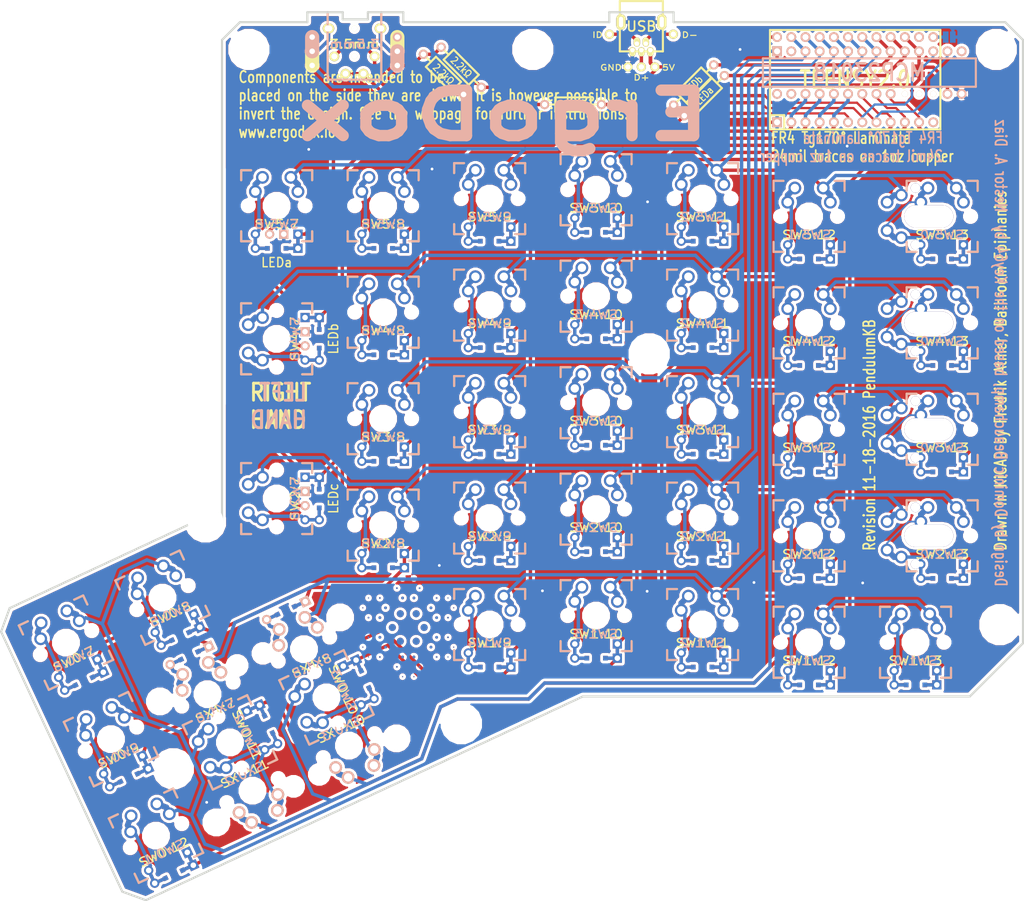
<source format=kicad_pcb>
(kicad_pcb (version 20160815) (host pcbnew "(2016-11-25 revision 30df041)-makepkg")
  (layers (0 Front signal) (31 Back signal) (34 B.Paste user) (35 F.Paste user) (36 B.SilkS user) (37 F.SilkS user) (38 B.Mask user) (39 F.Mask user) (44 Edge.Cuts user))
  (net 0 "")
  (net 1 /COL0)
  (net 2 /COL1)
  (net 3 /COL10)
  (net 4 /COL11)
  (net 5 /COL4)
  (net 6 /COL5)
  (net 7 /COL6)
  (net 8 /LED_A)
  (net 9 /LED_B)
  (net 10 /LED_C)
  (net 11 /ROW0)
  (net 12 /ROW1)
  (net 13 /ROW2)
  (net 14 /ROW3)
  (net 15 /ROW4)
  (net 16 /ROW5)
  (net 17 /SCLM)
  (net 18 /SDAM)
  (net 19 GND)
  (net 20 N-000001)
  (net 21 N-000003)
  (net 22 N-000011)
  (net 23 N-000012)
  (net 24 N-000013)
  (net 25 N-000015)
  (net 26 N-000016)
  (net 27 N-000017)
  (net 28 N-000018)
  (net 29 N-000026)
  (net 30 N-000027)
  (net 31 N-000030)
  (net 32 N-000033)
  (net 33 N-000034)
  (net 34 N-000035)
  (net 35 N-000036)
  (net 36 N-000037)
  (net 37 N-000038)
  (net 38 N-000039)
  (net 39 N-000040)
  (net 40 N-000041)
  (net 41 N-000042)
  (net 42 N-000043)
  (net 43 N-000044)
  (net 44 N-000045)
  (net 45 N-000046)
  (net 46 N-000047)
  (net 47 N-000048)
  (net 48 N-000049)
  (net 49 N-000050)
  (net 50 N-000051)
  (net 51 N-000052)
  (net 52 N-000055)
  (net 53 N-000056)
  (net 54 N-000057)
  (net 55 N-000058)
  (net 56 N-000059)
  (net 57 N-000060)
  (net 58 N-000063)
  (net 59 N-000064)
  (net 60 N-000065)
  (net 61 N-000067)
  (net 62 N-000068)
  (net 63 N-000069)
  (net 64 N-000072)
  (net 65 VCC)
  (module "ErgoDOX pcb:STAR" (layer Back) (at 95.9325 140.5575 180)
    (fp_text reference STAR_2 hide)
    (fp_text value STAR_BACK hide)
    (pad 0 smd circle (at 2.8448 0 180) (size 1.27 1.27) (layers Back))
    (pad 0 smd circle (at 1.4224 -2.46126 180) (size 1.27 1.27) (layers Back))
    (pad 0 smd circle (at -1.41986 -2.46126 180) (size 1.27 1.27) (layers Back))
    (pad 0 smd circle (at -2.8448 0 180) (size 1.27 1.27) (layers Back))
    (pad 0 smd circle (at -1.4224 2.46126 180) (size 1.27 1.27) (layers Back))
    (pad 0 smd circle (at 1.41986 2.46126 180) (size 1.27 1.27) (layers Back))
    (pad 1 smd circle (at 5.08 -1.75768 180) (size 0.508 0.508) (layers Back))
    (pad 1 smd circle (at 1.016 -5.27812 180) (size 0.508 0.508) (layers Back))
    (pad 1 smd circle (at -4.06146 -3.5179 180) (size 0.508 0.508) (layers Back))
    (pad 1 smd circle (at -5.08 1.75768 180) (size 0.508 0.508) (layers Back))
    (pad 1 smd circle (at -1.016 5.27812 180) (size 0.508 0.508) (layers Back))
    (pad 1 smd circle (at 4.06146 3.5179 180) (size 0.508 0.508) (layers Back))
    (pad 2 smd circle (at 4.064 -3.5179 180) (size 0.508 0.508) (layers Back))
    (pad 2 smd circle (at -1.01346 -5.27812 180) (size 0.508 0.508) (layers Back))
    (pad 2 smd circle (at -5.08 -1.75768 180) (size 0.508 0.508) (layers Back))
    (pad 2 smd circle (at -4.064 3.5179 180) (size 0.508 0.508) (layers Back))
    (pad 2 smd circle (at 1.01346 5.27812 180) (size 0.508 0.508) (layers Back))
    (pad 2 smd circle (at 5.07746 1.75768 180) (size 0.508 0.508) (layers Back))
    (pad 3 smd circle (at 7.112 -1.75768 180) (size 0.3048 0.3048) (layers Back))
    (pad 3 smd circle (at 2.032 -7.03834 180) (size 0.3048 0.3048) (layers Back))
    (pad 3 smd circle (at -5.07746 -5.27812 180) (size 0.3048 0.3048) (layers Back))
    (pad 3 smd circle (at -7.112 1.75768 180) (size 0.3048 0.3048) (layers Back))
    (pad 3 smd circle (at -2.032 7.03834 180) (size 0.3048 0.3048) (layers Back))
    (pad 3 smd circle (at 5.07746 5.27812 180) (size 0.3048 0.3048) (layers Back))
    (pad 4 smd circle (at 5.08 -5.27812 180) (size 0.3048 0.3048) (layers Back))
    (pad 4 smd circle (at -2.02946 -7.03834 180) (size 0.3048 0.3048) (layers Back))
    (pad 4 smd circle (at -7.112 -1.75768 180) (size 0.3048 0.3048) (layers Back))
    (pad 4 smd circle (at -5.08 5.27812 180) (size 0.3048 0.3048) (layers Back))
    (pad 4 smd circle (at 2.02946 7.03834 180) (size 0.3048 0.3048) (layers Back))
    (pad 4 smd circle (at 7.10946 1.75768 180) (size 0.3048 0.3048) (layers Back))
    (pad 5 smd circle (at 8.128 -3.5179 180) (size 0.2032 0.2032) (layers Back))
    (pad 5 smd circle (at 1.016 -8.79856 180) (size 0.2032 0.2032) (layers Back))
    (pad 5 smd circle (at -7.10946 -5.27812 180) (size 0.2032 0.2032) (layers Back))
    (pad 5 smd circle (at -8.128 3.5179 180) (size 0.2032 0.2032) (layers Back))
    (pad 5 smd circle (at -1.016 8.79856 180) (size 0.2032 0.2032) (layers Back))
    (pad 5 smd circle (at 7.10946 5.27812 180) (size 0.2032 0.2032) (layers Back))
    (pad 6 smd circle (at 7.112 -5.27812 180) (size 0.2032 0.2032) (layers Back))
    (pad 6 smd circle (at -1.01346 -8.79856 180) (size 0.2032 0.2032) (layers Back))
    (pad 6 smd circle (at -8.128 -3.5179 180) (size 0.2032 0.2032) (layers Back))
    (pad 6 smd circle (at -7.112 5.27812 180) (size 0.2032 0.2032) (layers Back))
    (pad 6 smd circle (at 1.01346 8.79856 180) (size 0.2032 0.2032) (layers Back))
    (pad 6 smd circle (at 8.128 3.5179 180) (size 0.2032 0.2032) (layers Back))
  )
  (module "ErgoDOX pcb:STAR" (layer Front) (at 95.9325 140.5575)
    (fp_text reference STAR_1 hide)
    (fp_text value STAR_FRONT hide)
    (pad 0 smd circle (at 2.8448 0) (size 1.27 1.27) (layers Front))
    (pad 0 smd circle (at 1.4224 2.46126) (size 1.27 1.27) (layers Front))
    (pad 0 smd circle (at -1.41986 2.46126) (size 1.27 1.27) (layers Front))
    (pad 0 smd circle (at -2.8448 0) (size 1.27 1.27) (layers Front))
    (pad 0 smd circle (at -1.4224 -2.46126) (size 1.27 1.27) (layers Front))
    (pad 0 smd circle (at 1.41986 -2.46126) (size 1.27 1.27) (layers Front))
    (pad 1 smd circle (at 5.08 1.75768) (size 0.508 0.508) (layers Front))
    (pad 1 smd circle (at 1.016 5.27812) (size 0.508 0.508) (layers Front))
    (pad 1 smd circle (at -4.06146 3.5179) (size 0.508 0.508) (layers Front))
    (pad 1 smd circle (at -5.08 -1.75768) (size 0.508 0.508) (layers Front))
    (pad 1 smd circle (at -1.016 -5.27812) (size 0.508 0.508) (layers Front))
    (pad 1 smd circle (at 4.06146 -3.5179) (size 0.508 0.508) (layers Front))
    (pad 2 smd circle (at 4.064 3.5179) (size 0.508 0.508) (layers Front))
    (pad 2 smd circle (at -1.01346 5.27812) (size 0.508 0.508) (layers Front))
    (pad 2 smd circle (at -5.08 1.75768) (size 0.508 0.508) (layers Front))
    (pad 2 smd circle (at -4.064 -3.5179) (size 0.508 0.508) (layers Front))
    (pad 2 smd circle (at 1.01346 -5.27812) (size 0.508 0.508) (layers Front))
    (pad 2 smd circle (at 5.07746 -1.75768) (size 0.508 0.508) (layers Front))
    (pad 3 smd circle (at 7.112 1.75768) (size 0.3048 0.3048) (layers Front))
    (pad 3 smd circle (at 2.032 7.03834) (size 0.3048 0.3048) (layers Front))
    (pad 3 smd circle (at -5.07746 5.27812) (size 0.3048 0.3048) (layers Front))
    (pad 3 smd circle (at -7.112 -1.75768) (size 0.3048 0.3048) (layers Front))
    (pad 3 smd circle (at -2.032 -7.03834) (size 0.3048 0.3048) (layers Front))
    (pad 3 smd circle (at 5.07746 -5.27812) (size 0.3048 0.3048) (layers Front))
    (pad 4 smd circle (at 5.08 5.27812) (size 0.3048 0.3048) (layers Front))
    (pad 4 smd circle (at -2.02946 7.03834) (size 0.3048 0.3048) (layers Front))
    (pad 4 smd circle (at -7.112 1.75768) (size 0.3048 0.3048) (layers Front))
    (pad 4 smd circle (at -5.08 -5.27812) (size 0.3048 0.3048) (layers Front))
    (pad 4 smd circle (at 2.02946 -7.03834) (size 0.3048 0.3048) (layers Front))
    (pad 4 smd circle (at 7.10946 -1.75768) (size 0.3048 0.3048) (layers Front))
    (pad 5 smd circle (at 8.128 3.5179) (size 0.2032 0.2032) (layers Front))
    (pad 5 smd circle (at 1.016 8.79856) (size 0.2032 0.2032) (layers Front))
    (pad 5 smd circle (at -7.10946 5.27812) (size 0.2032 0.2032) (layers Front))
    (pad 5 smd circle (at -8.128 -3.5179) (size 0.2032 0.2032) (layers Front))
    (pad 5 smd circle (at -1.016 -8.79856) (size 0.2032 0.2032) (layers Front))
    (pad 5 smd circle (at 7.10946 -5.27812) (size 0.2032 0.2032) (layers Front))
    (pad 6 smd circle (at 7.112 5.27812) (size 0.2032 0.2032) (layers Front))
    (pad 6 smd circle (at -1.01346 8.79856) (size 0.2032 0.2032) (layers Front))
    (pad 6 smd circle (at -8.128 3.5179) (size 0.2032 0.2032) (layers Front))
    (pad 6 smd circle (at -7.112 -5.27812) (size 0.2032 0.2032) (layers Front))
    (pad 6 smd circle (at 1.01346 -8.79856) (size 0.2032 0.2032) (layers Front))
    (pad 6 smd circle (at 8.128 -3.5179) (size 0.2032 0.2032) (layers Front))
  )
  (module lib_footprints:STITCHING_VIA (layer Front) (at 100.19 58.53)
    (fp_text reference STITCHING_VIA)
    (fp_text value ~ hide)
    (pad GND thru_hole circle (at 0 0) (size 0.8 0.8) (drill 0.5) (layers *.Cu) (net 19 GND))
  )
  (module lib_footprints:STITCHING_VIA (layer Front) (at 177.24 132.59)
    (fp_text reference STITCHING_VIA)
    (fp_text value ~ hide)
    (pad GND thru_hole circle (at 0 0) (size 0.8 0.8) (drill 0.5) (layers *.Cu) (net 19 GND))
  )
  (module lib_footprints:STITCHING_VIA (layer Front) (at 157.79 132.51)
    (fp_text reference STITCHING_VIA)
    (fp_text value ~ hide)
    (pad GND thru_hole circle (at 0 0) (size 0.8 0.8) (drill 0.5) (layers *.Cu) (net 19 GND))
  )
  (module lib_footprints:STITCHING_VIA (layer Front) (at 138.67 134.08)
    (fp_text reference STITCHING_VIA)
    (fp_text value ~ hide)
    (pad GND thru_hole circle (at 0 0) (size 0.8 0.8) (drill 0.5) (layers *.Cu) (net 19 GND))
  )
  (module lib_footprints:STITCHING_VIA (layer Front) (at 119.94 134)
    (fp_text reference STITCHING_VIA)
    (fp_text value ~ hide)
    (pad GND thru_hole circle (at 0 0) (size 0.8 0.8) (drill 0.5) (layers *.Cu) (net 19 GND))
  )
  (module lib_footprints:STITCHING_VIA (layer Front) (at 59.87 171.84)
    (fp_text reference STITCHING_VIA)
    (fp_text value ~ hide)
    (pad GND thru_hole circle (at 0 0) (size 0.8 0.8) (drill 0.5) (layers *.Cu) (net 19 GND))
  )
  (module lib_footprints:STITCHING_VIA (layer Front) (at 101.49 129.46)
    (fp_text reference STITCHING_VIA)
    (fp_text value ~ hide)
    (pad GND thru_hole circle (at 0 0) (size 0.8 0.8) (drill 0.5) (layers *.Cu) (net 19 GND))
  )
  (module lib_footprints:STITCHING_VIA (layer Front) (at 155.3 37.14)
    (fp_text reference STITCHING_VIA)
    (fp_text value ~ hide)
    (pad GND thru_hole circle (at 0 0) (size 0.8 0.8) (drill 0.5) (layers *.Cu) (net 19 GND))
  )
  (module lib_footprints:STITCHING_VIA (layer Front) (at 174.46 54.43)
    (fp_text reference STITCHING_VIA)
    (fp_text value ~ hide)
    (pad GND thru_hole circle (at 0 0) (size 0.8 0.8) (drill 0.5) (layers *.Cu) (net 19 GND))
  )
  (module lib_footprints:STITCHING_VIA (layer Front) (at 78.13 55.02)
    (fp_text reference STITCHING_VIA)
    (fp_text value ~ hide)
    (pad GND thru_hole circle (at 0 0) (size 0.8 0.8) (drill 0.5) (layers *.Cu) (net 19 GND))
  )
  (module lib_footprints:STITCHING_VIA (layer Front) (at 138.75 64.4)
    (fp_text reference STITCHING_VIA)
    (fp_text value ~ hide)
    (pad GND thru_hole circle (at 0 0) (size 0.8 0.8) (drill 0.5) (layers *.Cu) (net 19 GND))
  )
  (module DIP28_300 (layer Back) (at 178.435 41.275)
    (fp_text reference U2 hide)
    (fp_text value MCP23018 (at 0 0) (layer B.SilkS) (effects (font (size 3.048 2.54) (thickness 0.4572)) (justify mirror)))
    (pad 2 thru_hole circle (at -13.97 -3.81) (size 1.7526 1.7526) (drill 1.0922) (layers *.Cu *.SilkS *.Mask))
    (pad 3 thru_hole circle (at -11.43 -3.81) (size 1.7526 1.7526) (drill 1.0922) (layers *.Cu *.SilkS *.Mask) (net 16 /ROW5))
    (pad 4 thru_hole circle (at -8.89 -3.81) (size 1.7526 1.7526) (drill 1.0922) (layers *.Cu *.SilkS *.Mask) (net 15 /ROW4))
    (pad 5 thru_hole circle (at -6.35 -3.81) (size 1.7526 1.7526) (drill 1.0922) (layers *.Cu *.SilkS *.Mask) (net 14 /ROW3))
    (pad 6 thru_hole circle (at -3.81 -3.81) (size 1.7526 1.7526) (drill 1.0922) (layers *.Cu *.SilkS *.Mask) (net 13 /ROW2))
    (pad 7 thru_hole circle (at -1.27 -3.81) (size 1.7526 1.7526) (drill 1.0922) (layers *.Cu *.SilkS *.Mask) (net 12 /ROW1))
    (pad 8 thru_hole circle (at 1.27 -3.81) (size 1.7526 1.7526) (drill 1.0922) (layers *.Cu *.SilkS *.Mask) (net 11 /ROW0))
    (pad 9 thru_hole circle (at 3.81 -3.81) (size 1.7526 1.7526) (drill 1.0922) (layers *.Cu *.SilkS *.Mask))
    (pad 10 thru_hole circle (at 6.35 -3.81) (size 1.7526 1.7526) (drill 1.0922) (layers *.Cu *.SilkS *.Mask))
    (pad 11 thru_hole circle (at 8.89 -3.81) (size 1.7526 1.7526) (drill 1.0922) (layers *.Cu *.SilkS *.Mask) (net 65 VCC))
    (pad 12 thru_hole circle (at 11.43 -3.81) (size 1.7526 1.7526) (drill 1.0922) (layers *.Cu *.SilkS *.Mask) (net 17 /SCLM))
    (pad 13 thru_hole circle (at 13.97 -3.81) (size 1.7526 1.7526) (drill 1.0922) (layers *.Cu *.SilkS *.Mask) (net 18 /SDAM))
    (pad 14 thru_hole circle (at 16.51 -3.81) (size 1.7526 1.7526) (drill 1.0922) (layers *.Cu *.SilkS *.Mask))
    (pad 1 thru_hole rect (at -16.51 -3.81) (size 1.7526 1.7526) (drill 1.0922) (layers *.Cu *.SilkS *.Mask) (net 19 GND))
    (pad 15 thru_hole circle (at 16.51 3.81) (size 1.7526 1.7526) (drill 1.0922) (layers *.Cu *.SilkS *.Mask) (net 19 GND))
    (pad 16 thru_hole circle (at 13.97 3.81) (size 1.7526 1.7526) (drill 1.0922) (layers *.Cu *.SilkS *.Mask) (net 65 VCC))
    (pad 17 np_thru_hole circle (at 11.43 3.81) (size 1.0922 1.0922) (drill 1.0922) (layers *.Cu *.SilkS *.Mask))
    (pad 18 np_thru_hole circle (at 8.89 3.81) (size 1.0922 1.0922) (drill 1.0922) (layers *.Cu *.SilkS *.Mask))
    (pad 19 np_thru_hole circle (at 6.35 3.81) (size 1.0922 1.0922) (drill 1.0922) (layers *.Cu *.SilkS *.Mask))
    (pad 20 thru_hole circle (at 3.81 3.81) (size 1.7526 1.7526) (drill 1.0922) (layers *.Cu *.SilkS *.Mask) (net 1 /COL0))
    (pad 21 thru_hole circle (at 1.27 3.81) (size 1.7526 1.7526) (drill 1.0922) (layers *.Cu *.SilkS *.Mask) (net 2 /COL1))
    (pad 22 thru_hole circle (at -1.27 3.81) (size 1.7526 1.7526) (drill 1.0922) (layers *.Cu *.SilkS *.Mask) (net 4 /COL11))
    (pad 23 thru_hole circle (at -3.81 3.81) (size 1.7526 1.7526) (drill 1.0922) (layers *.Cu *.SilkS *.Mask) (net 3 /COL10))
    (pad 24 thru_hole circle (at -6.35 3.81) (size 1.7526 1.7526) (drill 1.0922) (layers *.Cu *.SilkS *.Mask) (net 5 /COL4))
    (pad 25 thru_hole circle (at -8.89 3.81) (size 1.7526 1.7526) (drill 1.0922) (layers *.Cu *.SilkS *.Mask) (net 6 /COL5))
    (pad 26 thru_hole circle (at -11.43 3.81) (size 1.7526 1.7526) (drill 1.0922) (layers *.Cu *.SilkS *.Mask) (net 7 /COL6))
    (pad 27 thru_hole circle (at -13.97 3.81) (size 1.7526 1.7526) (drill 1.0922) (layers *.Cu *.SilkS *.Mask))
    (pad 28 thru_hole circle (at -16.51 3.81) (size 1.7526 1.7526) (drill 1.0922) (layers *.Cu *.SilkS *.Mask))
  )
  (module DIODE (layer Front) (at 56.7944 145.57756 25)
    (fp_text reference D1:7 hide)
    (fp_text value D hide)
    (fp_line (start -3.81 0) (end -1.6637 0) (layer Back) (width 0.6096))
    (fp_line (start 1.6637 0) (end 3.81 0) (layer Back) (width 0.6096))
    (fp_line (start -3.81 0) (end -1.6637 0) (layer Front) (width 0.6096))
    (fp_line (start 1.6637 0) (end 3.81 0) (layer Front) (width 0.6096))
    (pad 1 thru_hole circle (at -3.81 0 25) (size 1.651 1.651) (drill 0.9906) (layers *.Cu *.SilkS *.Mask) (net 31 N-000030))
    (pad 99 smd rect (at -1.6637 0 25) (size 0.8382 0.8382) (layers Front F.Paste F.Mask))
    (pad 99 smd rect (at -1.6637 0 25) (size 0.8382 0.8382) (layers Back B.Paste B.Mask))
    (pad 2 thru_hole rect (at 3.81 0 25) (size 1.651 1.651) (drill 0.9906) (layers *.Cu *.SilkS *.Mask) (net 7 /COL6))
    (pad 99 smd rect (at 1.6637 0 25) (size 0.8382 0.8382) (layers Front F.Paste F.Mask))
    (pad 99 smd rect (at 1.6637 0 25) (size 0.8382 0.8382) (layers Back B.Paste B.Mask))
  )
  (module DIODE (layer Front) (at 74.05878 137.52576 25)
    (fp_text reference D1:8 hide)
    (fp_text value D hide)
    (fp_line (start -3.81 0) (end -1.6637 0) (layer Back) (width 0.6096))
    (fp_line (start 1.6637 0) (end 3.81 0) (layer Back) (width 0.6096))
    (fp_line (start -3.81 0) (end -1.6637 0) (layer Front) (width 0.6096))
    (fp_line (start 1.6637 0) (end 3.81 0) (layer Front) (width 0.6096))
    (pad 1 thru_hole circle (at -3.81 0 25) (size 1.651 1.651) (drill 0.9906) (layers *.Cu *.SilkS *.Mask) (net 25 N-000015))
    (pad 99 smd rect (at -1.6637 0 25) (size 0.8382 0.8382) (layers Front F.Paste F.Mask))
    (pad 99 smd rect (at -1.6637 0 25) (size 0.8382 0.8382) (layers Back B.Paste B.Mask))
    (pad 2 thru_hole rect (at 3.81 0 25) (size 1.651 1.651) (drill 0.9906) (layers *.Cu *.SilkS *.Mask) (net 6 /COL5))
    (pad 99 smd rect (at 1.6637 0 25) (size 0.8382 0.8382) (layers Front F.Paste F.Mask))
    (pad 99 smd rect (at 1.6637 0 25) (size 0.8382 0.8382) (layers Back B.Paste B.Mask))
  )
  (module MX_LED (layer Front) (at 72.39 117.48516 90)
    (fp_text reference LED_C1 hide)
    (fp_text value LEDc (at 0 10.16 90) (layer F.SilkS) (effects (font (size 1.651 1.524) (thickness 0.254))))
    (pad 1 thru_hole circle (at -1.27 5.08 90) (size 1.651 1.651) (drill 0.9906) (layers *.Cu *.SilkS *.Mask) (net 61 N-000067))
    (pad 2 thru_hole rect (at 1.27 5.08 90) (size 1.651 1.651) (drill 0.9906) (layers *.Cu *.SilkS *.Mask) (net 19 GND))
  )
  (module MX_LED (layer Front) (at 72.39 88.91016 90)
    (fp_text reference LED_B1 hide)
    (fp_text value LEDb (at 0 10.16 90) (layer F.SilkS) (effects (font (size 1.651 1.524) (thickness 0.254))))
    (pad 1 thru_hole circle (at -1.27 5.08 90) (size 1.651 1.651) (drill 0.9906) (layers *.Cu *.SilkS *.Mask) (net 62 N-000068))
    (pad 2 thru_hole rect (at 1.27 5.08 90) (size 1.651 1.651) (drill 0.9906) (layers *.Cu *.SilkS *.Mask) (net 19 GND))
  )
  (module MX_LED (layer Front) (at 72.39 65.1002)
    (fp_text reference LED_A1 hide)
    (fp_text value LEDa (at 0 10.16) (layer F.SilkS) (effects (font (size 1.651 1.524) (thickness 0.254))))
    (pad 1 thru_hole circle (at -1.27 5.08) (size 1.651 1.651) (drill 0.9906) (layers *.Cu *.SilkS *.Mask) (net 63 N-000069))
    (pad 2 thru_hole rect (at 1.27 5.08) (size 1.651 1.651) (drill 0.9906) (layers *.Cu *.SilkS *.Mask) (net 19 GND))
  )
  (module USBMINImod (layer Front) (at 137.6426 30.48 270)
    (fp_text reference J1 hide)
    (fp_text value USB (at 2.54 0) (layer F.SilkS) (effects (font (size 1.778 1.778) (thickness 0.3048))))
    (fp_line (start 9.779 2.413) (end 9.017 1.651) (layer Front) (width 0.6096))
    (fp_line (start 9.017 1.651) (end 7.493 1.651) (layer Front) (width 0.6096))
    (fp_line (start 9.779 -2.413) (end 9.144 -1.651) (layer Front) (width 0.6096))
    (fp_line (start 9.144 -1.651) (end 7.493 -1.651) (layer Front) (width 0.6096))
    (fp_line (start 7.493 0) (end 9.779 0) (layer Front) (width 0.6096))
    (fp_line (start 4.953 0.889) (end 3.937 2.032) (layer Front) (width 0.6096))
    (fp_line (start 3.937 2.032) (end 3.937 5.715) (layer Front) (width 0.6096))
    (fp_line (start 4.953 -0.889) (end 3.937 -1.905) (layer Front) (width 0.6096))
    (fp_line (start 3.937 -1.905) (end 3.937 -5.715) (layer Front) (width 0.6096))
    (pad 1 thru_hole oval (at 6.79958 -1.6002 270) (size 1.651 1.143) (drill 0.762 (offset 0.27432 0)) (layers *.Cu *.Mask F.SilkS) (net 65 VCC))
    (pad 2 thru_hole oval (at 5.6007 -0.8001 270) (size 1.651 1.143) (drill 0.762 (offset -0.27432 0)) (layers *.Cu *.Mask F.SilkS))
    (pad 3 thru_hole oval (at 6.79958 0 270) (size 1.651 1.143) (drill 0.762 (offset 0.27432 0)) (layers *.Cu *.Mask F.SilkS))
    (pad 4 thru_hole oval (at 5.6007 0.8001 270) (size 1.651 1.143) (drill 0.762 (offset -0.27432 0)) (layers *.Cu *.Mask F.SilkS))
    (pad 5 thru_hole oval (at 6.79958 1.6002 270) (size 1.651 1.143) (drill 0.762 (offset 0.27432 0)) (layers *.Cu *.Mask F.SilkS) (net 19 GND))
    (pad 6 thru_hole oval (at 1.75006 3.64744 270) (size 2.794 1.7018) (drill oval 1.905 0.762) (layers *.Cu *.Mask F.SilkS) (net 19 GND))
    (pad 6 thru_hole oval (at 1.75006 -3.64744 270) (size 2.794 1.7018) (drill oval 1.905 0.762) (layers *.Cu *.Mask F.SilkS) (net 19 GND))
    (pad 1 thru_hole circle (at 9.779 -2.413 270) (size 1.651 1.651) (drill 0.9906) (layers *.Cu *.Mask F.SilkS) (net 65 VCC))
    (pad 2 thru_hole circle (at 3.937 -5.715 270) (size 1.651 1.651) (drill 0.9906) (layers *.Cu *.Mask F.SilkS))
    (pad 3 thru_hole circle (at 9.779 0 270) (size 1.651 1.651) (drill 0.9906) (layers *.Cu *.Mask F.SilkS))
    (pad 4 thru_hole circle (at 3.937 5.715 270) (size 1.651 1.651) (drill 0.9906) (layers *.Cu *.Mask F.SilkS))
    (pad 5 thru_hole circle (at 9.779 2.413 270) (size 1.651 1.651) (drill 0.9906) (layers *.Cu *.Mask F.SilkS) (net 19 GND))
  )
  (module MX_FLIP (layer Front) (at 77.2795 144.43202 25)
    (fp_text reference SX1:8 (at 0 3.302 25) (layer F.SilkS) (effects (font (size 1.524 1.778) (thickness 0.254))))
    (fp_text value SX1:5 (at 0 3.302 25) (layer B.SilkS) (effects (font (size 1.524 1.778) (thickness 0.254)) (justify mirror)))
    (pad 1 thru_hole circle (at 2.54 -5.08 25) (size 2.286 2.286) (drill 1.4986) (layers *.Cu *.SilkS *.Mask) (net 12 /ROW1))
    (pad 2 thru_hole circle (at -3.81 -2.54 25) (size 2.286 2.286) (drill 1.4986) (layers *.Cu *.SilkS *.Mask) (net 25 N-000015))
    (pad "" np_thru_hole circle (at 0 0 25) (size 3.9878 3.9878) (drill 3.9878) (layers *.Cu))
    (pad "" np_thru_hole circle (at -5.08 0 25) (size 1.7018 1.7018) (drill 1.7018) (layers *.Cu *.Mask))
    (pad "" np_thru_hole circle (at 5.08 0 25) (size 1.7018 1.7018) (drill 1.7018) (layers *.Cu *.Mask))
    (pad 1 thru_hole circle (at 3.81 -2.54 25) (size 2.286 2.286) (drill 1.4986) (layers *.Cu *.SilkS *.Mask) (net 12 /ROW1))
    (pad 2 thru_hole circle (at -2.54 -5.08 25) (size 2.286 2.286) (drill 1.4986) (layers *.Cu *.SilkS *.Mask) (net 25 N-000015))
  )
  (module MX_FLIP (layer Front) (at 60.01512 152.48382 25)
    (fp_text reference SX1:7 (at 0 3.302 25) (layer F.SilkS) (effects (font (size 1.524 1.778) (thickness 0.254))))
    (fp_text value SX1:6 (at 0 3.302 25) (layer B.SilkS) (effects (font (size 1.524 1.778) (thickness 0.254)) (justify mirror)))
    (pad 1 thru_hole circle (at 2.54 -5.08 25) (size 2.286 2.286) (drill 1.4986) (layers *.Cu *.SilkS *.Mask) (net 12 /ROW1))
    (pad 2 thru_hole circle (at -3.81 -2.54 25) (size 2.286 2.286) (drill 1.4986) (layers *.Cu *.SilkS *.Mask) (net 31 N-000030))
    (pad "" np_thru_hole circle (at 0 0 25) (size 3.9878 3.9878) (drill 3.9878) (layers *.Cu *.Mask))
    (pad "" np_thru_hole circle (at -5.08 0 25) (size 1.7018 1.7018) (drill 1.7018) (layers *.Cu *.Mask))
    (pad "" np_thru_hole circle (at 5.08 0 25) (size 1.7018 1.7018) (drill 1.7018) (layers *.Cu *.Mask))
    (pad 1 thru_hole circle (at 3.81 -2.54 25) (size 2.286 2.286) (drill 1.4986) (layers *.Cu *.SilkS *.Mask) (net 12 /ROW1))
    (pad 2 thru_hole circle (at -2.54 -5.08 25) (size 2.286 2.286) (drill 1.4986) (layers *.Cu *.SilkS *.Mask) (net 31 N-000030))
  )
  (module MX_FLIP (layer Front) (at 85.3313 161.69894 205)
    (fp_text reference SX0:10 (at 0 3.302 205) (layer F.SilkS) (effects (font (size 1.524 1.778) (thickness 0.254))))
    (fp_text value SX0:3 (at 0 3.302 205) (layer B.SilkS) (effects (font (size 1.524 1.778) (thickness 0.254)) (justify mirror)))
    (pad 1 thru_hole circle (at 2.54 -5.08 205) (size 2.286 2.286) (drill 1.4986) (layers *.Cu *.SilkS *.Mask) (net 11 /ROW0))
    (pad 2 thru_hole circle (at -3.81 -2.54 205) (size 2.286 2.286) (drill 1.4986) (layers *.Cu *.SilkS *.Mask) (net 30 N-000027))
    (pad "" np_thru_hole circle (at 0 0 205) (size 3.9878 3.9878) (drill 3.9878) (layers *.Cu *.Mask))
    (pad "" np_thru_hole circle (at -5.08 0 205) (size 1.7018 1.7018) (drill 1.7018) (layers *.Cu *.Mask))
    (pad "" np_thru_hole circle (at 5.08 0 205) (size 1.7018 1.7018) (drill 1.7018) (layers *.Cu *.Mask))
    (pad 1 thru_hole circle (at 3.81 -2.54 205) (size 2.286 2.286) (drill 1.4986) (layers *.Cu *.SilkS *.Mask) (net 11 /ROW0))
    (pad 2 thru_hole circle (at -2.54 -5.08 205) (size 2.286 2.286) (drill 1.4986) (layers *.Cu *.SilkS *.Mask) (net 30 N-000027))
  )
  (module MX_FLIP (layer Front) (at 68.06438 169.7482 205)
    (fp_text reference SX0:11 (at 0 3.302 205) (layer F.SilkS) (effects (font (size 1.524 1.778) (thickness 0.254))))
    (fp_text value SX0:2 (at 0 3.302 205) (layer B.SilkS) (effects (font (size 1.524 1.778) (thickness 0.254)) (justify mirror)))
    (pad 1 thru_hole circle (at 2.54 -5.08 205) (size 2.286 2.286) (drill 1.4986) (layers *.Cu *.SilkS *.Mask) (net 11 /ROW0))
    (pad 2 thru_hole circle (at -3.81 -2.54 205) (size 2.286 2.286) (drill 1.4986) (layers *.Cu *.SilkS *.Mask) (net 64 N-000072))
    (pad "" np_thru_hole circle (at 0 0 205) (size 3.9878 3.9878) (drill 3.9878) (layers *.Cu *.Mask))
    (pad "" np_thru_hole circle (at -5.08 0 205) (size 1.7018 1.7018) (drill 1.7018) (layers *.Cu *.Mask))
    (pad "" np_thru_hole circle (at 5.08 0 205) (size 1.7018 1.7018) (drill 1.7018) (layers *.Cu *.Mask))
    (pad 1 thru_hole circle (at 3.81 -2.54 205) (size 2.286 2.286) (drill 1.4986) (layers *.Cu *.SilkS *.Mask) (net 11 /ROW0))
    (pad 2 thru_hole circle (at -2.54 -5.08 205) (size 2.286 2.286) (drill 1.4986) (layers *.Cu *.SilkS *.Mask) (net 64 N-000072))
  )
  (module RESISTOR (layer Front) (at 148.9075 45.4025 225)
    (fp_text reference RA1 hide)
    (fp_text value LEDa (at 0 0 225) (layer F.SilkS) (effects (font (size 1.27 1.016) (thickness 0.2032))))
    (pad 1 thru_hole circle (at -5.079999 0 225) (size 1.651 1.651) (drill 0.9906) (layers *.Cu *.SilkS *.Mask) (net 8 /LED_A))
    (pad 2 thru_hole circle (at 5.079999 0 225) (size 1.651 1.651) (drill 0.9906) (layers *.Cu *.SilkS *.Mask) (net 63 N-000069))
  )
  (module RESISTOR (layer Front) (at 147.0025 43.4975 225)
    (fp_text reference RB1 hide)
    (fp_text value LEDb (at 0 0 225) (layer F.SilkS) (effects (font (size 1.27 1.016) (thickness 0.2032))))
    (pad 1 thru_hole circle (at -5.079999 0 225) (size 1.651 1.651) (drill 0.9906) (layers *.Cu *.SilkS *.Mask) (net 9 /LED_B))
    (pad 2 thru_hole circle (at 5.079999 0 225) (size 1.651 1.651) (drill 0.9906) (layers *.Cu *.SilkS *.Mask) (net 62 N-000068))
  )
  (module RESISTOR (layer Front) (at 125.4125 46.99 180)
    (fp_text reference RC1 hide)
    (fp_text value LEDc (at 0 0 180) (layer F.SilkS) (effects (font (size 1.27 1.016) (thickness 0.2032))))
    (pad 1 thru_hole circle (at -5.08 0 180) (size 1.651 1.651) (drill 0.9906) (layers *.Cu *.SilkS *.Mask) (net 10 /LED_C))
    (pad 2 thru_hole circle (at 5.08 0 180) (size 1.651 1.651) (drill 0.9906) (layers *.Cu *.SilkS *.Mask) (net 61 N-000067))
  )
  (module RESISTOR (layer Front) (at 105.41 40.3225 315)
    (fp_text reference R1 hide)
    (fp_text value 2.2kΩ (at 0 0 315) (layer F.SilkS) (effects (font (size 1.27 1.016) (thickness 0.2032))))
    (pad 1 thru_hole circle (at -5.079999 0 315) (size 1.651 1.651) (drill 0.9906) (layers *.Cu *.SilkS *.Mask) (net 65 VCC))
    (pad 2 thru_hole circle (at 5.079999 0 315) (size 1.651 1.651) (drill 0.9906) (layers *.Cu *.SilkS *.Mask) (net 18 /SDAM))
  )
  (module RESISTOR (layer Front) (at 102.235 41.5925 315)
    (fp_text reference R2 hide)
    (fp_text value 2.2kΩ (at 0 0 315) (layer F.SilkS) (effects (font (size 1.27 1.016) (thickness 0.2032))))
    (pad 1 thru_hole circle (at -5.079999 0 315) (size 1.651 1.651) (drill 0.9906) (layers *.Cu *.SilkS *.Mask) (net 65 VCC))
    (pad 2 thru_hole circle (at 5.079999 0 315) (size 1.651 1.651) (drill 0.9906) (layers *.Cu *.SilkS *.Mask) (net 17 /SCLM))
  )
  (module 100PITCH1X3 (layer Front) (at 78.74 37.465 90)
    (fp_text reference J4 hide)
    (fp_text value JMP hide)
    (pad 1 thru_hole circle (at -2.54 0 90) (size 1.651 1.651) (drill 0.9906) (layers *.Cu *.Mask F.SilkS) (net 65 VCC))
    (pad 2 thru_hole circle (at 0 0 90) (size 1.651 1.651) (drill 0.9906) (layers *.Cu *.Mask F.SilkS) (net 20 N-000001))
    (pad 3 thru_hole circle (at 2.54 0 90) (size 1.651 1.651) (drill 0.9906) (layers *.Cu *.Mask F.SilkS) (net 19 GND))
  )
  (module 100PITCH1X3 (layer Back) (at 93.98 37.465 90)
    (fp_text reference J3 hide)
    (fp_text value JMP hide)
    (pad 1 thru_hole circle (at -2.54 0 90) (size 1.651 1.651) (drill 0.9906) (layers *.Cu *.Mask B.SilkS) (net 65 VCC))
    (pad 2 thru_hole circle (at 0 0 90) (size 1.651 1.651) (drill 0.9906) (layers *.Cu *.Mask B.SilkS) (net 21 N-000003))
    (pad 3 thru_hole circle (at 2.54 0 90) (size 1.651 1.651) (drill 0.9906) (layers *.Cu *.Mask B.SilkS) (net 19 GND))
  )
  (module TEENSY_2.0 (layer Front) (at 175.895 42.545)
    (fp_text reference U1 hide)
    (fp_text value TEENSY2.0 (at 0 0) (layer F.SilkS) (effects (font (size 3.048 2.54) (thickness 0.4572))))
    (pad 1 thru_hole rect (at -13.97 7.62) (size 1.7526 1.7526) (drill 1.0922) (layers *.Cu *.SilkS *.Mask) (net 19 GND))
    (pad 2 thru_hole circle (at -11.43 7.62) (size 1.7526 1.7526) (drill 1.0922) (layers *.Cu *.SilkS *.Mask) (net 7 /COL6))
    (pad 3 thru_hole circle (at -8.89 7.62) (size 1.7526 1.7526) (drill 1.0922) (layers *.Cu *.SilkS *.Mask) (net 6 /COL5))
    (pad 4 thru_hole circle (at -6.35 7.62) (size 1.7526 1.7526) (drill 1.0922) (layers *.Cu *.SilkS *.Mask) (net 5 /COL4))
    (pad 5 thru_hole circle (at -3.81 7.62) (size 1.7526 1.7526) (drill 1.0922) (layers *.Cu *.SilkS *.Mask) (net 3 /COL10))
    (pad 6 thru_hole circle (at -1.27 7.62) (size 1.7526 1.7526) (drill 1.0922) (layers *.Cu *.SilkS *.Mask) (net 10 /LED_C))
    (pad 7 thru_hole circle (at 1.27 7.62) (size 1.7526 1.7526) (drill 1.0922) (layers *.Cu *.SilkS *.Mask) (net 17 /SCLM))
    (pad 8 thru_hole circle (at 3.81 7.62) (size 1.7526 1.7526) (drill 1.0922) (layers *.Cu *.SilkS *.Mask) (net 18 /SDAM))
    (pad 9 thru_hole circle (at 6.35 7.62) (size 1.7526 1.7526) (drill 1.0922) (layers *.Cu *.SilkS *.Mask) (net 4 /COL11))
    (pad 10 thru_hole circle (at 8.89 7.62) (size 1.7526 1.7526) (drill 1.0922) (layers *.Cu *.SilkS *.Mask) (net 2 /COL1))
    (pad 11 thru_hole circle (at 11.43 7.62) (size 1.7526 1.7526) (drill 1.0922) (layers *.Cu *.SilkS *.Mask) (net 1 /COL0))
    (pad 12 thru_hole circle (at 13.97 7.62) (size 1.7526 1.7526) (drill 1.0922) (layers *.Cu *.SilkS *.Mask))
    (pad 18 thru_hole circle (at 13.97 -7.62) (size 1.7526 1.7526) (drill 1.08966) (layers *.Cu *.SilkS *.Mask) (net 19 GND))
    (pad 19 thru_hole circle (at 11.43 -7.62) (size 1.7526 1.7526) (drill 1.0922) (layers *.Cu *.SilkS *.Mask))
    (pad 20 thru_hole circle (at 8.89 -7.62) (size 1.7526 1.7526) (drill 1.0922) (layers *.Cu *.SilkS *.Mask) (net 65 VCC))
    (pad 21 thru_hole circle (at 6.35 -7.62) (size 1.7526 1.7526) (drill 1.0922) (layers *.Cu *.SilkS *.Mask) (net 8 /LED_A))
    (pad 22 thru_hole circle (at 3.81 -7.62) (size 1.7526 1.7526) (drill 1.0922) (layers *.Cu *.SilkS *.Mask) (net 9 /LED_B))
    (pad 23 thru_hole circle (at 1.27 -7.62) (size 1.7526 1.7526) (drill 1.0922) (layers *.Cu *.SilkS *.Mask) (net 11 /ROW0))
    (pad 24 thru_hole circle (at -1.27 -7.62) (size 1.7526 1.7526) (drill 1.0922) (layers *.Cu *.SilkS *.Mask) (net 12 /ROW1))
    (pad 27 thru_hole circle (at -8.89 -7.62) (size 1.7526 1.7526) (drill 1.0922) (layers *.Cu *.SilkS *.Mask) (net 15 /ROW4))
    (pad 28 thru_hole circle (at -11.43 -7.62) (size 1.7526 1.7526) (drill 1.0922) (layers *.Cu *.SilkS *.Mask) (net 16 /ROW5))
    (pad 29 thru_hole circle (at -13.97 -7.62) (size 1.7526 1.7526) (drill 1.0922) (layers *.Cu *.SilkS *.Mask) (net 65 VCC))
    (pad 25 thru_hole circle (at -3.81 -7.62) (size 1.7526 1.7526) (drill 1.0922) (layers *.Cu *.SilkS *.Mask) (net 13 /ROW2))
    (pad 26 thru_hole circle (at -6.35 -7.62) (size 1.7526 1.7526) (drill 1.0922) (layers *.Cu *.SilkS *.Mask) (net 14 /ROW3))
  )
  (module GAP (layer Back) (at 192.7225 34.925 270)
    (fp_text reference JP2 hide)
    (fp_text value JUMPER hide)
    (pad 1 smd rect (at 0 0.635 270) (size 2.032 1.016) (layers Back B.Paste B.Mask) (net 19 GND))
    (pad 1 smd rect (at 0 -0.635 270) (size 2.032 1.016) (layers Back B.Paste B.Mask) (net 19 GND))
  )
  (module GAP (layer Front) (at 187.325 40.9575)
    (fp_text reference JP1 hide)
    (fp_text value JUMPER hide)
    (pad 1 smd rect (at 0 -0.635) (size 2.032 1.016) (layers Front F.Paste F.Mask) (net 65 VCC))
    (pad 1 smd rect (at 0 0.635) (size 2.032 1.016) (layers Front F.Paste F.Mask) (net 65 VCC))
  )
  (module 4pin35mmAudio (layer Front) (at 86.3092 30.48 270)
    (fp_text reference J2 hide)
    (fp_text value 3.5mm (at 5.715 0) (layer F.SilkS) (effects (font (size 1.524 1.778) (thickness 0.3048))))
    (fp_text user 3.5mm (at 5.715 0) (layer B.SilkS) (effects (font (size 1.524 1.778) (thickness 0.3048)) (justify mirror)))
    (pad 1 thru_hole oval (at 2.8956 -4.6482 270) (size 1.7526 2.0574) (drill oval 1.0922 1.397) (layers *.Cu *.Mask F.SilkS) (net 21 N-000003))
    (pad 2 thru_hole circle (at 7.8994 3.6068 270) (size 1.7526 1.7526) (drill 1.0922) (layers *.Cu *.Mask F.SilkS) (net 18 /SDAM))
    (pad 3 thru_hole circle (at 10.9982 -1.6002 270) (size 1.7526 1.7526) (drill 1.0922) (layers *.Cu *.Mask F.SilkS) (net 17 /SCLM))
    (pad 4 thru_hole oval (at 2.8956 4.6482 270) (size 1.7526 2.0574) (drill oval 1.0922 1.397) (layers *.Cu *.Mask F.SilkS) (net 20 N-000001))
    (pad 5 thru_hole circle (at 10.9982 1.6002 270) (size 1.7526 1.7526) (drill 1.0922) (layers *.Cu *.Mask F.SilkS) (net 17 /SCLM))
    (pad 6 thru_hole circle (at 7.8994 -3.6068 270) (size 1.7526 1.7526) (drill 1.0922) (layers *.Cu *.Mask F.SilkS) (net 18 /SDAM))
    (pad HOLE np_thru_hole circle (at 2.8956 0 270) (size 0.9906 0.9906) (drill 0.9906) (layers *.Cu *.Mask F.SilkS))
    (pad HOLE np_thru_hole circle (at 7.8994 0 270) (size 0.9906 0.9906) (drill 0.9906) (layers *.Cu *.Mask F.SilkS))
  )
  (module STAB_PCB940 (layer Front) (at 81.30286 153.06548 295)
    (fp_text reference S2 hide)
    (fp_text value STAB200 hide)
    (pad "" np_thru_hole circle (at -11.938 6.985 295) (size 3.048 3.048) (drill 3.048) (layers *.Cu *.Mask))
    (pad "" np_thru_hole circle (at 11.938 6.985 295) (size 3.048 3.048) (drill 3.048) (layers *.Cu))
    (pad "" np_thru_hole circle (at -11.938 -8.255 295) (size 3.9878 3.9878) (drill 3.9878) (layers *.Cu))
    (pad "" np_thru_hole circle (at 11.938001 -8.255 295) (size 3.9878 3.9878) (drill 3.9878) (layers *.Cu *.Mask))
  )
  (module STAB_PCB940 (layer Front) (at 64.03848 161.11728 115)
    (fp_text reference S1 hide)
    (fp_text value STAB200 hide)
    (pad "" np_thru_hole circle (at -11.938 6.985 115) (size 3.048 3.048) (drill 3.048) (layers *.Cu))
    (pad "" np_thru_hole circle (at 11.938 6.985 115) (size 3.048 3.048) (drill 3.048) (layers *.Cu *.Mask))
    (pad "" np_thru_hole circle (at -11.938 -8.255 115) (size 3.9878 3.9878) (drill 3.9878) (layers *.Cu *.Mask))
    (pad "" np_thru_hole circle (at 11.938001 -8.255 115) (size 3.9878 3.9878) (drill 3.9878) (layers *.Cu *.Mask))
  )
  (module ErgoDOXmech (layer Front) (at 50.8 177.8)
    (fp_text reference H99 hide)
    (fp_text value MECHANICAL hide)
    (pad "" np_thru_hole circle (at 3.0988 -11.9634) (size 6.3754 6.3754) (drill 6.3754) (layers *.Cu *.Mask))
    (pad "" np_thru_hole circle (at 8.8646 -56.134) (size 6.3754 6.3754) (drill 6.3754) (layers *.Cu *.Mask))
    (pad "" np_thru_hole circle (at 54.6354 -20.0406) (size 6.3754 6.3754) (drill 6.3754) (layers *.Cu *.Mask))
    (pad "" np_thru_hole circle (at 150.9776 -37.7444) (size 6.3754 6.3754) (drill 6.3754) (layers *.Cu *.Mask))
    (pad "" np_thru_hole circle (at 88.2396 -86.2076) (size 6.3754 6.3754) (drill 6.3754) (layers *.Cu *.Mask))
    (pad "" np_thru_hole circle (at 150.3426 -140.6652) (size 6.3754 6.3754) (drill 6.3754) (layers *.Cu *.Mask))
    (pad "" np_thru_hole circle (at 67.4116 -140.6652) (size 6.3754 6.3754) (drill 6.3754) (layers *.Cu *.Mask))
    (pad "" np_thru_hole circle (at 16.6116 -140.6652) (size 6.3754 6.3754) (drill 6.3754) (layers *.Cu *.Mask))
  )
  (module "ErgoDOX pcb:MX_FLIP_XX" (layer Front) (at 191.4525 86.05266)
    (fp_text reference SW4:13 (at 0 3.302) (layer F.SilkS) (effects (font (size 1.524 1.778) (thickness 0.254))))
    (fp_text value SW4:0 (at 0 3.302) (layer B.SilkS) (effects (font (size 1.524 1.778) (thickness 0.254)) (justify mirror)))
    (fp_line (start -3.81 7.62) (end -1.6637 7.62) (layer Back) (width 0.6096))
    (fp_line (start 1.6637 7.62) (end 3.81 7.62) (layer Back) (width 0.6096))
    (fp_line (start -3.81 7.62) (end -1.6637 7.62) (layer Front) (width 0.6096))
    (fp_line (start 1.6637 7.62) (end 3.81 7.62) (layer Front) (width 0.6096))
    (pad 1 thru_hole circle (at 2.54 -5.08) (size 2.286 2.286) (drill 1.4986) (layers *.Cu *.Mask) (net 15 /ROW4))
    (pad 2 thru_hole circle (at -3.81 -2.54) (size 2.286 2.286) (drill 1.4986) (layers *.Cu *.Mask) (net 47 N-000048))
    (pad "" np_thru_hole circle (at 5.08 0) (size 1.7018 1.7018) (drill 1.7018) (layers *.Cu *.Mask))
    (pad 1 thru_hole circle (at 3.81 -2.54) (size 2.28346 2.28346) (drill 1.4986) (layers *.Cu *.Mask) (net 15 /ROW4))
    (pad 2 thru_hole circle (at -2.54 -5.08) (size 2.286 2.286) (drill 1.4986) (layers *.Cu *.Mask) (net 47 N-000048))
    (pad 3 thru_hole circle (at -3.81 5.08) (size 1.651 1.651) (drill 0.9906) (layers *.Cu *.Mask) (net 47 N-000048))
    (pad 4 thru_hole rect (at 3.81 5.08) (size 1.651 1.651) (drill 0.9906) (layers *.Cu *.Mask) (net 1 /COL0))
    (pad 3 thru_hole circle (at -3.81 7.62) (size 1.651 1.651) (drill 0.9906) (layers *.Cu *.Mask) (net 47 N-000048))
    (pad 4 thru_hole rect (at 3.81 7.62) (size 1.651 1.651) (drill 0.9906) (layers *.Cu *.Mask) (net 1 /COL0))
    (pad 99 smd rect (at -1.6637 7.62) (size 0.8382 0.8382) (layers Front F.Paste F.Mask))
    (pad 99 smd rect (at -1.6637 7.62) (size 0.8382 0.8382) (layers Back B.Paste B.Mask))
    (pad 99 smd rect (at 1.6637 7.62) (size 0.8382 0.8382) (layers Front F.Paste F.Mask))
    (pad 99 smd rect (at 1.6637 7.62) (size 0.8382 0.8382) (layers Back B.Paste B.Mask))
    (pad 1 thru_hole circle (at -9.8425 -2.54) (size 2.28092 2.28092) (drill 1.4986) (layers *.Cu *.Mask) (net 15 /ROW4))
    (pad 1 thru_hole circle (at -7.3025 -3.81) (size 2.28092 2.28092) (drill 1.4986) (layers *.Cu *.Mask) (net 15 /ROW4))
    (pad 2 thru_hole circle (at -7.3025 3.81) (size 2.28092 2.28092) (drill 1.4986) (layers *.Cu *.Mask) (net 47 N-000048))
    (pad 2 thru_hole circle (at -9.8425 2.54) (size 2.28092 2.28092) (drill 1.4986) (layers *.Cu *.Mask) (net 47 N-000048))
    (pad 2 thru_hole oval (at -2.38252 0) (size 8.7503 3.9878) (drill oval 8.7503 3.9878) (layers *.Cu *.Mask) (net 47 N-000048))
    (pad 3 thru_hole circle (at -4.7625 5.08 90) (size 1.7018 1.7018) (drill 1.7018) (layers *.Cu *.Mask) (net 47 N-000048))
    (pad 2 thru_hole circle (at -4.7625 -5.08 90) (size 1.7018 1.7018) (drill 1.7018) (layers *.Cu *.Mask) (net 47 N-000048))
  )
  (module "ErgoDOX pcb:MX_FLIP_XX" (layer Front) (at 191.4525 124.15266)
    (fp_text reference SW2:13 (at 0 3.302) (layer F.SilkS) (effects (font (size 1.524 1.778) (thickness 0.254))))
    (fp_text value SW2:0 (at 0 3.302) (layer B.SilkS) (effects (font (size 1.524 1.778) (thickness 0.254)) (justify mirror)))
    (fp_line (start -3.81 7.62) (end -1.6637 7.62) (layer Back) (width 0.6096))
    (fp_line (start 1.6637 7.62) (end 3.81 7.62) (layer Back) (width 0.6096))
    (fp_line (start -3.81 7.62) (end -1.6637 7.62) (layer Front) (width 0.6096))
    (fp_line (start 1.6637 7.62) (end 3.81 7.62) (layer Front) (width 0.6096))
    (pad 1 thru_hole circle (at 2.54 -5.08) (size 2.286 2.286) (drill 1.4986) (layers *.Cu *.Mask) (net 13 /ROW2))
    (pad 2 thru_hole circle (at -3.81 -2.54) (size 2.286 2.286) (drill 1.4986) (layers *.Cu *.Mask) (net 46 N-000047))
    (pad "" np_thru_hole circle (at 5.08 0) (size 1.7018 1.7018) (drill 1.7018) (layers *.Cu *.Mask))
    (pad 1 thru_hole circle (at 3.81 -2.54) (size 2.28346 2.28346) (drill 1.4986) (layers *.Cu *.Mask) (net 13 /ROW2))
    (pad 2 thru_hole circle (at -2.54 -5.08) (size 2.286 2.286) (drill 1.4986) (layers *.Cu *.Mask) (net 46 N-000047))
    (pad 3 thru_hole circle (at -3.81 5.08) (size 1.651 1.651) (drill 0.9906) (layers *.Cu *.Mask) (net 46 N-000047))
    (pad 4 thru_hole rect (at 3.81 5.08) (size 1.651 1.651) (drill 0.9906) (layers *.Cu *.Mask) (net 1 /COL0))
    (pad 3 thru_hole circle (at -3.81 7.62) (size 1.651 1.651) (drill 0.9906) (layers *.Cu *.Mask) (net 46 N-000047))
    (pad 4 thru_hole rect (at 3.81 7.62) (size 1.651 1.651) (drill 0.9906) (layers *.Cu *.Mask) (net 1 /COL0))
    (pad 99 smd rect (at -1.6637 7.62) (size 0.8382 0.8382) (layers Front F.Paste F.Mask))
    (pad 99 smd rect (at -1.6637 7.62) (size 0.8382 0.8382) (layers Back B.Paste B.Mask))
    (pad 99 smd rect (at 1.6637 7.62) (size 0.8382 0.8382) (layers Front F.Paste F.Mask))
    (pad 99 smd rect (at 1.6637 7.62) (size 0.8382 0.8382) (layers Back B.Paste B.Mask))
    (pad 1 thru_hole circle (at -9.8425 -2.54) (size 2.28092 2.28092) (drill 1.4986) (layers *.Cu *.Mask) (net 13 /ROW2))
    (pad 1 thru_hole circle (at -7.3025 -3.81) (size 2.28092 2.28092) (drill 1.4986) (layers *.Cu *.Mask) (net 13 /ROW2))
    (pad 2 thru_hole circle (at -7.3025 3.81) (size 2.28092 2.28092) (drill 1.4986) (layers *.Cu *.Mask) (net 46 N-000047))
    (pad 2 thru_hole circle (at -9.8425 2.54) (size 2.28092 2.28092) (drill 1.4986) (layers *.Cu *.Mask) (net 46 N-000047))
    (pad 2 thru_hole oval (at -2.38252 0) (size 8.7503 3.9878) (drill oval 8.7503 3.9878) (layers *.Cu *.Mask) (net 46 N-000047))
    (pad 3 thru_hole circle (at -4.7625 5.08 90) (size 1.7018 1.7018) (drill 1.7018) (layers *.Cu *.Mask) (net 46 N-000047))
    (pad 2 thru_hole circle (at -4.7625 -5.08 90) (size 1.7018 1.7018) (drill 1.7018) (layers *.Cu *.Mask) (net 46 N-000047))
  )
  (module "ErgoDOX pcb:MX_FLIP_XX" (layer Front) (at 191.4525 67.0052)
    (fp_text reference SW5:13 (at 0 3.302) (layer F.SilkS) (effects (font (size 1.524 1.778) (thickness 0.254))))
    (fp_text value SW5:0 (at 0 3.302) (layer B.SilkS) (effects (font (size 1.524 1.778) (thickness 0.254)) (justify mirror)))
    (fp_line (start -3.81 7.62) (end -1.6637 7.62) (layer Back) (width 0.6096))
    (fp_line (start 1.6637 7.62) (end 3.81 7.62) (layer Back) (width 0.6096))
    (fp_line (start -3.81 7.62) (end -1.6637 7.62) (layer Front) (width 0.6096))
    (fp_line (start 1.6637 7.62) (end 3.81 7.62) (layer Front) (width 0.6096))
    (pad 1 thru_hole circle (at 2.54 -5.08) (size 2.286 2.286) (drill 1.4986) (layers *.Cu *.Mask) (net 16 /ROW5))
    (pad 2 thru_hole circle (at -3.81 -2.54) (size 2.286 2.286) (drill 1.4986) (layers *.Cu *.Mask) (net 42 N-000043))
    (pad "" np_thru_hole circle (at 5.08 0) (size 1.7018 1.7018) (drill 1.7018) (layers *.Cu *.Mask))
    (pad 1 thru_hole circle (at 3.81 -2.54) (size 2.28346 2.28346) (drill 1.4986) (layers *.Cu *.Mask) (net 16 /ROW5))
    (pad 2 thru_hole circle (at -2.54 -5.08) (size 2.286 2.286) (drill 1.4986) (layers *.Cu *.Mask) (net 42 N-000043))
    (pad 3 thru_hole circle (at -3.81 5.08) (size 1.651 1.651) (drill 0.9906) (layers *.Cu *.Mask) (net 42 N-000043))
    (pad 4 thru_hole rect (at 3.81 5.08) (size 1.651 1.651) (drill 0.9906) (layers *.Cu *.Mask) (net 1 /COL0))
    (pad 3 thru_hole circle (at -3.81 7.62) (size 1.651 1.651) (drill 0.9906) (layers *.Cu *.Mask) (net 42 N-000043))
    (pad 4 thru_hole rect (at 3.81 7.62) (size 1.651 1.651) (drill 0.9906) (layers *.Cu *.Mask) (net 1 /COL0))
    (pad 99 smd rect (at -1.6637 7.62) (size 0.8382 0.8382) (layers Front F.Paste F.Mask))
    (pad 99 smd rect (at -1.6637 7.62) (size 0.8382 0.8382) (layers Back B.Paste B.Mask))
    (pad 99 smd rect (at 1.6637 7.62) (size 0.8382 0.8382) (layers Front F.Paste F.Mask))
    (pad 99 smd rect (at 1.6637 7.62) (size 0.8382 0.8382) (layers Back B.Paste B.Mask))
    (pad 1 thru_hole circle (at -9.8425 -2.54) (size 2.28092 2.28092) (drill 1.4986) (layers *.Cu *.Mask) (net 16 /ROW5))
    (pad 1 thru_hole circle (at -7.3025 -3.81) (size 2.28092 2.28092) (drill 1.4986) (layers *.Cu *.Mask) (net 16 /ROW5))
    (pad 2 thru_hole circle (at -7.3025 3.81) (size 2.28092 2.28092) (drill 1.4986) (layers *.Cu *.Mask) (net 42 N-000043))
    (pad 2 thru_hole circle (at -9.8425 2.54) (size 2.28092 2.28092) (drill 1.4986) (layers *.Cu *.Mask) (net 42 N-000043))
    (pad 2 thru_hole oval (at -2.38252 0) (size 8.7503 3.9878) (drill oval 8.7503 3.9878) (layers *.Cu *.Mask) (net 42 N-000043))
    (pad 3 thru_hole circle (at -4.7625 5.08 90) (size 1.7018 1.7018) (drill 1.7018) (layers *.Cu *.Mask) (net 42 N-000043))
    (pad 2 thru_hole circle (at -4.7625 -5.08 90) (size 1.7018 1.7018) (drill 1.7018) (layers *.Cu *.Mask) (net 42 N-000043))
  )
  (module "ErgoDOX pcb:MX_FLIP_XX" (layer Front) (at 191.4525 105.10266)
    (fp_text reference SW3:13 (at 0 3.302) (layer F.SilkS) (effects (font (size 1.524 1.778) (thickness 0.254))))
    (fp_text value SW3:0 (at 0 3.302) (layer B.SilkS) (effects (font (size 1.524 1.778) (thickness 0.254)) (justify mirror)))
    (fp_line (start -3.81 7.62) (end -1.6637 7.62) (layer Back) (width 0.6096))
    (fp_line (start 1.6637 7.62) (end 3.81 7.62) (layer Back) (width 0.6096))
    (fp_line (start -3.81 7.62) (end -1.6637 7.62) (layer Front) (width 0.6096))
    (fp_line (start 1.6637 7.62) (end 3.81 7.62) (layer Front) (width 0.6096))
    (pad 1 thru_hole circle (at 2.54 -5.08) (size 2.286 2.286) (drill 1.4986) (layers *.Cu *.Mask) (net 14 /ROW3))
    (pad 2 thru_hole circle (at -3.81 -2.54) (size 2.286 2.286) (drill 1.4986) (layers *.Cu *.Mask) (net 48 N-000049))
    (pad "" np_thru_hole circle (at 5.08 0) (size 1.7018 1.7018) (drill 1.7018) (layers *.Cu *.Mask))
    (pad 1 thru_hole circle (at 3.81 -2.54) (size 2.28346 2.28346) (drill 1.4986) (layers *.Cu *.Mask) (net 14 /ROW3))
    (pad 2 thru_hole circle (at -2.54 -5.08) (size 2.286 2.286) (drill 1.4986) (layers *.Cu *.Mask) (net 48 N-000049))
    (pad 3 thru_hole circle (at -3.81 5.08) (size 1.651 1.651) (drill 0.9906) (layers *.Cu *.Mask) (net 48 N-000049))
    (pad 4 thru_hole rect (at 3.81 5.08) (size 1.651 1.651) (drill 0.9906) (layers *.Cu *.Mask) (net 1 /COL0))
    (pad 3 thru_hole circle (at -3.81 7.62) (size 1.651 1.651) (drill 0.9906) (layers *.Cu *.Mask) (net 48 N-000049))
    (pad 4 thru_hole rect (at 3.81 7.62) (size 1.651 1.651) (drill 0.9906) (layers *.Cu *.Mask) (net 1 /COL0))
    (pad 99 smd rect (at -1.6637 7.62) (size 0.8382 0.8382) (layers Front F.Paste F.Mask))
    (pad 99 smd rect (at -1.6637 7.62) (size 0.8382 0.8382) (layers Back B.Paste B.Mask))
    (pad 99 smd rect (at 1.6637 7.62) (size 0.8382 0.8382) (layers Front F.Paste F.Mask))
    (pad 99 smd rect (at 1.6637 7.62) (size 0.8382 0.8382) (layers Back B.Paste B.Mask))
    (pad 1 thru_hole circle (at -9.8425 -2.54) (size 2.28092 2.28092) (drill 1.4986) (layers *.Cu *.Mask) (net 14 /ROW3))
    (pad 1 thru_hole circle (at -7.3025 -3.81) (size 2.28092 2.28092) (drill 1.4986) (layers *.Cu *.Mask) (net 14 /ROW3))
    (pad 2 thru_hole circle (at -7.3025 3.81) (size 2.28092 2.28092) (drill 1.4986) (layers *.Cu *.Mask) (net 48 N-000049))
    (pad 2 thru_hole circle (at -9.8425 2.54) (size 2.28092 2.28092) (drill 1.4986) (layers *.Cu *.Mask) (net 48 N-000049))
    (pad 2 thru_hole oval (at -2.38252 0) (size 8.7503 3.9878) (drill oval 8.7503 3.9878) (layers *.Cu *.Mask) (net 48 N-000049))
    (pad 3 thru_hole circle (at -4.7625 5.08 90) (size 1.7018 1.7018) (drill 1.7018) (layers *.Cu *.Mask) (net 48 N-000049))
    (pad 2 thru_hole circle (at -4.7625 -5.08 90) (size 1.7018 1.7018) (drill 1.7018) (layers *.Cu *.Mask) (net 48 N-000049))
  )
  (module "ErgoDOX pcb:MX_FLIP_DIODE" (layer Front) (at 91.44 65.1002)
    (fp_text reference SW5:8 (at 0 3.302) (layer F.SilkS) (effects (font (size 1.524 1.778) (thickness 0.254))))
    (fp_text value SW5:5 (at 0 3.302) (layer B.SilkS) (effects (font (size 1.524 1.778) (thickness 0.254)) (justify mirror)))
    (fp_line (start -3.81 7.62) (end -1.6637 7.62) (layer Back) (width 0.6096))
    (fp_line (start 1.6637 7.62) (end 3.81 7.62) (layer Back) (width 0.6096))
    (fp_line (start -3.81 7.62) (end -1.6637 7.62) (layer Front) (width 0.6096))
    (fp_line (start 1.6637 7.62) (end 3.81 7.62) (layer Front) (width 0.6096))
    (pad 1 thru_hole circle (at 2.54 -5.08) (size 2.286 2.286) (drill 1.4986) (layers *.Cu *.Mask) (net 16 /ROW5))
    (pad 2 thru_hole circle (at -3.81 -2.54) (size 2.286 2.286) (drill 1.4986) (layers *.Cu *.Mask) (net 23 N-000012))
    (pad "" np_thru_hole circle (at 0 0) (size 3.9878 3.9878) (drill 3.9878) (layers *.Cu *.Mask))
    (pad "" np_thru_hole circle (at -5.08 0) (size 1.7018 1.7018) (drill 1.7018) (layers *.Cu *.Mask))
    (pad "" np_thru_hole circle (at 5.08 0) (size 1.7018 1.7018) (drill 1.7018) (layers *.Cu *.Mask))
    (pad 1 thru_hole circle (at 3.81 -2.54) (size 2.286 2.286) (drill 1.4986) (layers *.Cu *.Mask) (net 16 /ROW5))
    (pad 2 thru_hole circle (at -2.54 -5.08) (size 2.286 2.286) (drill 1.4986) (layers *.Cu *.Mask) (net 23 N-000012))
    (pad 3 thru_hole circle (at -3.81 5.08) (size 1.651 1.651) (drill 0.9906) (layers *.Cu *.Mask) (net 23 N-000012))
    (pad 4 thru_hole rect (at 3.81 5.08) (size 1.651 1.651) (drill 0.9906) (layers *.Cu *.Mask) (net 6 /COL5))
    (pad 3 thru_hole circle (at -3.81 7.62) (size 1.651 1.651) (drill 0.9906) (layers *.Cu *.Mask) (net 23 N-000012))
    (pad 4 thru_hole rect (at 3.81 7.62) (size 1.651 1.651) (drill 0.9906) (layers *.Cu *.Mask) (net 6 /COL5))
    (pad 99 smd rect (at -1.6637 7.62) (size 0.8382 0.8382) (layers Front F.Paste F.Mask))
    (pad 99 smd rect (at -1.6637 7.62) (size 0.8382 0.8382) (layers Back B.Paste B.Mask))
    (pad 99 smd rect (at 1.6637 7.62) (size 0.8382 0.8382) (layers Front F.Paste F.Mask))
    (pad 99 smd rect (at 1.6637 7.62) (size 0.8382 0.8382) (layers Back B.Paste B.Mask))
  )
  (module "ErgoDOX pcb:MX_FLIP_DIODE" (layer Front) (at 148.59 82.87766)
    (fp_text reference SW4:11 (at 0 3.302) (layer F.SilkS) (effects (font (size 1.524 1.778) (thickness 0.254))))
    (fp_text value SW4:2 (at 0 3.302) (layer B.SilkS) (effects (font (size 1.524 1.778) (thickness 0.254)) (justify mirror)))
    (fp_line (start -3.81 7.62) (end -1.6637 7.62) (layer Back) (width 0.6096))
    (fp_line (start 1.6637 7.62) (end 3.81 7.62) (layer Back) (width 0.6096))
    (fp_line (start -3.81 7.62) (end -1.6637 7.62) (layer Front) (width 0.6096))
    (fp_line (start 1.6637 7.62) (end 3.81 7.62) (layer Front) (width 0.6096))
    (pad 1 thru_hole circle (at 2.54 -5.08) (size 2.286 2.286) (drill 1.4986) (layers *.Cu *.Mask) (net 15 /ROW4))
    (pad 2 thru_hole circle (at -3.81 -2.54) (size 2.286 2.286) (drill 1.4986) (layers *.Cu *.Mask) (net 44 N-000045))
    (pad "" np_thru_hole circle (at 0 0) (size 3.9878 3.9878) (drill 3.9878) (layers *.Cu *.Mask))
    (pad "" np_thru_hole circle (at -5.08 0) (size 1.7018 1.7018) (drill 1.7018) (layers *.Cu *.Mask))
    (pad "" np_thru_hole circle (at 5.08 0) (size 1.7018 1.7018) (drill 1.7018) (layers *.Cu *.Mask))
    (pad 1 thru_hole circle (at 3.81 -2.54) (size 2.286 2.286) (drill 1.4986) (layers *.Cu *.Mask) (net 15 /ROW4))
    (pad 2 thru_hole circle (at -2.54 -5.08) (size 2.286 2.286) (drill 1.4986) (layers *.Cu *.Mask) (net 44 N-000045))
    (pad 3 thru_hole circle (at -3.81 5.08) (size 1.651 1.651) (drill 0.9906) (layers *.Cu *.Mask) (net 44 N-000045))
    (pad 4 thru_hole rect (at 3.81 5.08) (size 1.651 1.651) (drill 0.9906) (layers *.Cu *.Mask) (net 4 /COL11))
    (pad 3 thru_hole circle (at -3.81 7.62) (size 1.651 1.651) (drill 0.9906) (layers *.Cu *.Mask) (net 44 N-000045))
    (pad 4 thru_hole rect (at 3.81 7.62) (size 1.651 1.651) (drill 0.9906) (layers *.Cu *.Mask) (net 4 /COL11))
    (pad 99 smd rect (at -1.6637 7.62) (size 0.8382 0.8382) (layers Front F.Paste F.Mask))
    (pad 99 smd rect (at -1.6637 7.62) (size 0.8382 0.8382) (layers Back B.Paste B.Mask))
    (pad 99 smd rect (at 1.6637 7.62) (size 0.8382 0.8382) (layers Front F.Paste F.Mask))
    (pad 99 smd rect (at 1.6637 7.62) (size 0.8382 0.8382) (layers Back B.Paste B.Mask))
  )
  (module "ErgoDOX pcb:MX_FLIP_DIODE" (layer Front) (at 64.03848 161.11728 115)
    (fp_text reference SW0:11 (at 0 3.302 115) (layer F.SilkS) (effects (font (size 1.524 1.778) (thickness 0.254))))
    (fp_text value SW0:2 (at 0 3.302 115) (layer B.SilkS) (effects (font (size 1.524 1.778) (thickness 0.254)) (justify mirror)))
    (fp_line (start -3.81 7.62) (end -1.6637 7.62) (layer Back) (width 0.6096))
    (fp_line (start 1.6637 7.62) (end 3.81 7.62) (layer Back) (width 0.6096))
    (fp_line (start -3.81 7.62) (end -1.6637 7.62) (layer Front) (width 0.6096))
    (fp_line (start 1.6637 7.62) (end 3.81 7.62) (layer Front) (width 0.6096))
    (pad 1 thru_hole circle (at 2.54 -5.08 115) (size 2.286 2.286) (drill 1.4986) (layers *.Cu *.Mask) (net 11 /ROW0))
    (pad 2 thru_hole circle (at -3.81 -2.54 115) (size 2.286 2.286) (drill 1.4986) (layers *.Cu *.Mask) (net 64 N-000072))
    (pad "" np_thru_hole circle (at 0 0 115) (size 3.9878 3.9878) (drill 3.9878) (layers *.Cu *.Mask))
    (pad "" np_thru_hole circle (at -5.08 0 115) (size 1.7018 1.7018) (drill 1.7018) (layers *.Cu *.Mask))
    (pad "" np_thru_hole circle (at 5.08 0 115) (size 1.7018 1.7018) (drill 1.7018) (layers *.Cu *.Mask))
    (pad 1 thru_hole circle (at 3.81 -2.54 115) (size 2.286 2.286) (drill 1.4986) (layers *.Cu *.Mask) (net 11 /ROW0))
    (pad 2 thru_hole circle (at -2.54 -5.08 115) (size 2.286 2.286) (drill 1.4986) (layers *.Cu *.Mask) (net 64 N-000072))
    (pad 3 thru_hole circle (at -3.81 5.08 115) (size 1.651 1.651) (drill 0.9906) (layers *.Cu *.Mask) (net 64 N-000072))
    (pad 4 thru_hole rect (at 3.81 5.08 115) (size 1.651 1.651) (drill 0.9906) (layers *.Cu *.Mask) (net 4 /COL11))
    (pad 3 thru_hole circle (at -3.81 7.62 115) (size 1.651 1.651) (drill 0.9906) (layers *.Cu *.Mask) (net 64 N-000072))
    (pad 4 thru_hole rect (at 3.81 7.62 115) (size 1.651 1.651) (drill 0.9906) (layers *.Cu *.Mask) (net 4 /COL11))
    (pad 99 smd rect (at -1.6637 7.62 115) (size 0.8382 0.8382) (layers Front F.Paste F.Mask))
    (pad 99 smd rect (at -1.6637 7.62 115) (size 0.8382 0.8382) (layers Back B.Paste B.Mask))
    (pad 99 smd rect (at 1.6637 7.62 115) (size 0.8382 0.8382) (layers Front F.Paste F.Mask))
    (pad 99 smd rect (at 1.6637 7.62 115) (size 0.8382 0.8382) (layers Back B.Paste B.Mask))
  )
  (module "ErgoDOX pcb:MX_FLIP_DIODE" (layer Front) (at 81.30286 153.06548 115)
    (fp_text reference SW0:10 (at 0 3.302 115) (layer F.SilkS) (effects (font (size 1.524 1.778) (thickness 0.254))))
    (fp_text value SW0:3 (at 0 3.302 115) (layer B.SilkS) (effects (font (size 1.524 1.778) (thickness 0.254)) (justify mirror)))
    (fp_line (start -3.81 7.62) (end -1.6637 7.62) (layer Back) (width 0.6096))
    (fp_line (start 1.6637 7.62) (end 3.81 7.62) (layer Back) (width 0.6096))
    (fp_line (start -3.81 7.62) (end -1.6637 7.62) (layer Front) (width 0.6096))
    (fp_line (start 1.6637 7.62) (end 3.81 7.62) (layer Front) (width 0.6096))
    (pad 1 thru_hole circle (at 2.54 -5.08 115) (size 2.286 2.286) (drill 1.4986) (layers *.Cu *.Mask) (net 11 /ROW0))
    (pad 2 thru_hole circle (at -3.81 -2.54 115) (size 2.286 2.286) (drill 1.4986) (layers *.Cu *.Mask) (net 30 N-000027))
    (pad "" np_thru_hole circle (at 0 0 115) (size 3.9878 3.9878) (drill 3.9878) (layers *.Cu *.Mask))
    (pad "" np_thru_hole circle (at -5.08 0 115) (size 1.7018 1.7018) (drill 1.7018) (layers *.Cu *.Mask))
    (pad "" np_thru_hole circle (at 5.08 0 115) (size 1.7018 1.7018) (drill 1.7018) (layers *.Cu *.Mask))
    (pad 1 thru_hole circle (at 3.81 -2.54 115) (size 2.286 2.286) (drill 1.4986) (layers *.Cu *.Mask) (net 11 /ROW0))
    (pad 2 thru_hole circle (at -2.54 -5.08 115) (size 2.286 2.286) (drill 1.4986) (layers *.Cu *.Mask) (net 30 N-000027))
    (pad 3 thru_hole circle (at -3.81 5.08 115) (size 1.651 1.651) (drill 0.9906) (layers *.Cu *.Mask) (net 30 N-000027))
    (pad 4 thru_hole rect (at 3.81 5.08 115) (size 1.651 1.651) (drill 0.9906) (layers *.Cu *.Mask) (net 3 /COL10))
    (pad 3 thru_hole circle (at -3.81 7.62 115) (size 1.651 1.651) (drill 0.9906) (layers *.Cu *.Mask) (net 30 N-000027))
    (pad 4 thru_hole rect (at 3.81 7.62 115) (size 1.651 1.651) (drill 0.9906) (layers *.Cu *.Mask) (net 3 /COL10))
    (pad 99 smd rect (at -1.6637 7.62 115) (size 0.8382 0.8382) (layers Front F.Paste F.Mask))
    (pad 99 smd rect (at -1.6637 7.62 115) (size 0.8382 0.8382) (layers Back B.Paste B.Mask))
    (pad 99 smd rect (at 1.6637 7.62 115) (size 0.8382 0.8382) (layers Front F.Paste F.Mask))
    (pad 99 smd rect (at 1.6637 7.62 115) (size 0.8382 0.8382) (layers Back B.Paste B.Mask))
  )
  (module "ErgoDOX pcb:MX_FLIP_DIODE" (layer Front) (at 110.49 140.02766)
    (fp_text reference SW1:9 (at 0 3.302) (layer F.SilkS) (effects (font (size 1.524 1.778) (thickness 0.254))))
    (fp_text value SW1:4 (at 0 3.302) (layer B.SilkS) (effects (font (size 1.524 1.778) (thickness 0.254)) (justify mirror)))
    (fp_line (start -3.81 7.62) (end -1.6637 7.62) (layer Back) (width 0.6096))
    (fp_line (start 1.6637 7.62) (end 3.81 7.62) (layer Back) (width 0.6096))
    (fp_line (start -3.81 7.62) (end -1.6637 7.62) (layer Front) (width 0.6096))
    (fp_line (start 1.6637 7.62) (end 3.81 7.62) (layer Front) (width 0.6096))
    (pad 1 thru_hole circle (at 2.54 -5.08) (size 2.286 2.286) (drill 1.4986) (layers *.Cu *.Mask) (net 12 /ROW1))
    (pad 2 thru_hole circle (at -3.81 -2.54) (size 2.286 2.286) (drill 1.4986) (layers *.Cu *.Mask) (net 29 N-000026))
    (pad "" np_thru_hole circle (at 0 0) (size 3.9878 3.9878) (drill 3.9878) (layers *.Cu *.Mask))
    (pad "" np_thru_hole circle (at -5.08 0) (size 1.7018 1.7018) (drill 1.7018) (layers *.Cu *.Mask))
    (pad "" np_thru_hole circle (at 5.08 0) (size 1.7018 1.7018) (drill 1.7018) (layers *.Cu *.Mask))
    (pad 1 thru_hole circle (at 3.81 -2.54) (size 2.286 2.286) (drill 1.4986) (layers *.Cu *.Mask) (net 12 /ROW1))
    (pad 2 thru_hole circle (at -2.54 -5.08) (size 2.286 2.286) (drill 1.4986) (layers *.Cu *.Mask) (net 29 N-000026))
    (pad 3 thru_hole circle (at -3.81 5.08) (size 1.651 1.651) (drill 0.9906) (layers *.Cu *.Mask) (net 29 N-000026))
    (pad 4 thru_hole rect (at 3.81 5.08) (size 1.651 1.651) (drill 0.9906) (layers *.Cu *.Mask) (net 5 /COL4))
    (pad 3 thru_hole circle (at -3.81 7.62) (size 1.651 1.651) (drill 0.9906) (layers *.Cu *.Mask) (net 29 N-000026))
    (pad 4 thru_hole rect (at 3.81 7.62) (size 1.651 1.651) (drill 0.9906) (layers *.Cu *.Mask) (net 5 /COL4))
    (pad 99 smd rect (at -1.6637 7.62) (size 0.8382 0.8382) (layers Front F.Paste F.Mask))
    (pad 99 smd rect (at -1.6637 7.62) (size 0.8382 0.8382) (layers Back B.Paste B.Mask))
    (pad 99 smd rect (at 1.6637 7.62) (size 0.8382 0.8382) (layers Front F.Paste F.Mask))
    (pad 99 smd rect (at 1.6637 7.62) (size 0.8382 0.8382) (layers Back B.Paste B.Mask))
  )
  (module "ErgoDOX pcb:MX_FLIP_DIODE" (layer Front) (at 129.54 138.43)
    (fp_text reference SW1:10 (at 0 3.302) (layer F.SilkS) (effects (font (size 1.524 1.778) (thickness 0.254))))
    (fp_text value SW1:3 (at 0 3.302) (layer B.SilkS) (effects (font (size 1.524 1.778) (thickness 0.254)) (justify mirror)))
    (fp_line (start -3.81 7.62) (end -1.6637 7.62) (layer Back) (width 0.6096))
    (fp_line (start 1.6637 7.62) (end 3.81 7.62) (layer Back) (width 0.6096))
    (fp_line (start -3.81 7.62) (end -1.6637 7.62) (layer Front) (width 0.6096))
    (fp_line (start 1.6637 7.62) (end 3.81 7.62) (layer Front) (width 0.6096))
    (pad 1 thru_hole circle (at 2.54 -5.08) (size 2.286 2.286) (drill 1.4986) (layers *.Cu *.Mask) (net 12 /ROW1))
    (pad 2 thru_hole circle (at -3.81 -2.54) (size 2.286 2.286) (drill 1.4986) (layers *.Cu *.Mask) (net 40 N-000041))
    (pad "" np_thru_hole circle (at 0 0) (size 3.9878 3.9878) (drill 3.9878) (layers *.Cu *.Mask))
    (pad "" np_thru_hole circle (at -5.08 0) (size 1.7018 1.7018) (drill 1.7018) (layers *.Cu *.Mask))
    (pad "" np_thru_hole circle (at 5.08 0) (size 1.7018 1.7018) (drill 1.7018) (layers *.Cu *.Mask))
    (pad 1 thru_hole circle (at 3.81 -2.54) (size 2.286 2.286) (drill 1.4986) (layers *.Cu *.Mask) (net 12 /ROW1))
    (pad 2 thru_hole circle (at -2.54 -5.08) (size 2.286 2.286) (drill 1.4986) (layers *.Cu *.Mask) (net 40 N-000041))
    (pad 3 thru_hole circle (at -3.81 5.08) (size 1.651 1.651) (drill 0.9906) (layers *.Cu *.Mask) (net 40 N-000041))
    (pad 4 thru_hole rect (at 3.81 5.08) (size 1.651 1.651) (drill 0.9906) (layers *.Cu *.Mask) (net 3 /COL10))
    (pad 3 thru_hole circle (at -3.81 7.62) (size 1.651 1.651) (drill 0.9906) (layers *.Cu *.Mask) (net 40 N-000041))
    (pad 4 thru_hole rect (at 3.81 7.62) (size 1.651 1.651) (drill 0.9906) (layers *.Cu *.Mask) (net 3 /COL10))
    (pad 99 smd rect (at -1.6637 7.62) (size 0.8382 0.8382) (layers Front F.Paste F.Mask))
    (pad 99 smd rect (at -1.6637 7.62) (size 0.8382 0.8382) (layers Back B.Paste B.Mask))
    (pad 99 smd rect (at 1.6637 7.62) (size 0.8382 0.8382) (layers Front F.Paste F.Mask))
    (pad 99 smd rect (at 1.6637 7.62) (size 0.8382 0.8382) (layers Back B.Paste B.Mask))
  )
  (module "ErgoDOX pcb:MX_FLIP_DIODE" (layer Front) (at 167.64 143.20266)
    (fp_text reference SW1:12 (at 0 3.302) (layer F.SilkS) (effects (font (size 1.524 1.778) (thickness 0.254))))
    (fp_text value SW1:1 (at 0 3.302) (layer B.SilkS) (effects (font (size 1.524 1.778) (thickness 0.254)) (justify mirror)))
    (fp_line (start -3.81 7.62) (end -1.6637 7.62) (layer Back) (width 0.6096))
    (fp_line (start 1.6637 7.62) (end 3.81 7.62) (layer Back) (width 0.6096))
    (fp_line (start -3.81 7.62) (end -1.6637 7.62) (layer Front) (width 0.6096))
    (fp_line (start 1.6637 7.62) (end 3.81 7.62) (layer Front) (width 0.6096))
    (pad 1 thru_hole circle (at 2.54 -5.08) (size 2.286 2.286) (drill 1.4986) (layers *.Cu *.Mask) (net 12 /ROW1))
    (pad 2 thru_hole circle (at -3.81 -2.54) (size 2.286 2.286) (drill 1.4986) (layers *.Cu *.Mask) (net 54 N-000057))
    (pad "" np_thru_hole circle (at 0 0) (size 3.9878 3.9878) (drill 3.9878) (layers *.Cu *.Mask))
    (pad "" np_thru_hole circle (at -5.08 0) (size 1.7018 1.7018) (drill 1.7018) (layers *.Cu *.Mask))
    (pad "" np_thru_hole circle (at 5.08 0) (size 1.7018 1.7018) (drill 1.7018) (layers *.Cu *.Mask))
    (pad 1 thru_hole circle (at 3.81 -2.54) (size 2.286 2.286) (drill 1.4986) (layers *.Cu *.Mask) (net 12 /ROW1))
    (pad 2 thru_hole circle (at -2.54 -5.08) (size 2.286 2.286) (drill 1.4986) (layers *.Cu *.Mask) (net 54 N-000057))
    (pad 3 thru_hole circle (at -3.81 5.08) (size 1.651 1.651) (drill 0.9906) (layers *.Cu *.Mask) (net 54 N-000057))
    (pad 4 thru_hole rect (at 3.81 5.08) (size 1.651 1.651) (drill 0.9906) (layers *.Cu *.Mask) (net 2 /COL1))
    (pad 3 thru_hole circle (at -3.81 7.62) (size 1.651 1.651) (drill 0.9906) (layers *.Cu *.Mask) (net 54 N-000057))
    (pad 4 thru_hole rect (at 3.81 7.62) (size 1.651 1.651) (drill 0.9906) (layers *.Cu *.Mask) (net 2 /COL1))
    (pad 99 smd rect (at -1.6637 7.62) (size 0.8382 0.8382) (layers Front F.Paste F.Mask))
    (pad 99 smd rect (at -1.6637 7.62) (size 0.8382 0.8382) (layers Back B.Paste B.Mask))
    (pad 99 smd rect (at 1.6637 7.62) (size 0.8382 0.8382) (layers Front F.Paste F.Mask))
    (pad 99 smd rect (at 1.6637 7.62) (size 0.8382 0.8382) (layers Back B.Paste B.Mask))
  )
  (module "ErgoDOX pcb:MX_FLIP_DIODE" (layer Front) (at 91.44 122.24766)
    (fp_text reference SW2:8 (at 0 3.302) (layer F.SilkS) (effects (font (size 1.524 1.778) (thickness 0.254))))
    (fp_text value SW2:5 (at 0 3.302) (layer B.SilkS) (effects (font (size 1.524 1.778) (thickness 0.254)) (justify mirror)))
    (fp_line (start -3.81 7.62) (end -1.6637 7.62) (layer Back) (width 0.6096))
    (fp_line (start 1.6637 7.62) (end 3.81 7.62) (layer Back) (width 0.6096))
    (fp_line (start -3.81 7.62) (end -1.6637 7.62) (layer Front) (width 0.6096))
    (fp_line (start 1.6637 7.62) (end 3.81 7.62) (layer Front) (width 0.6096))
    (pad 1 thru_hole circle (at 2.54 -5.08) (size 2.286 2.286) (drill 1.4986) (layers *.Cu *.Mask) (net 13 /ROW2))
    (pad 2 thru_hole circle (at -3.81 -2.54) (size 2.286 2.286) (drill 1.4986) (layers *.Cu *.Mask) (net 36 N-000037))
    (pad "" np_thru_hole circle (at 0 0) (size 3.9878 3.9878) (drill 3.9878) (layers *.Cu *.Mask))
    (pad "" np_thru_hole circle (at -5.08 0) (size 1.7018 1.7018) (drill 1.7018) (layers *.Cu *.Mask))
    (pad "" np_thru_hole circle (at 5.08 0) (size 1.7018 1.7018) (drill 1.7018) (layers *.Cu *.Mask))
    (pad 1 thru_hole circle (at 3.81 -2.54) (size 2.286 2.286) (drill 1.4986) (layers *.Cu *.Mask) (net 13 /ROW2))
    (pad 2 thru_hole circle (at -2.54 -5.08) (size 2.286 2.286) (drill 1.4986) (layers *.Cu *.Mask) (net 36 N-000037))
    (pad 3 thru_hole circle (at -3.81 5.08) (size 1.651 1.651) (drill 0.9906) (layers *.Cu *.Mask) (net 36 N-000037))
    (pad 4 thru_hole rect (at 3.81 5.08) (size 1.651 1.651) (drill 0.9906) (layers *.Cu *.Mask) (net 6 /COL5))
    (pad 3 thru_hole circle (at -3.81 7.62) (size 1.651 1.651) (drill 0.9906) (layers *.Cu *.Mask) (net 36 N-000037))
    (pad 4 thru_hole rect (at 3.81 7.62) (size 1.651 1.651) (drill 0.9906) (layers *.Cu *.Mask) (net 6 /COL5))
    (pad 99 smd rect (at -1.6637 7.62) (size 0.8382 0.8382) (layers Front F.Paste F.Mask))
    (pad 99 smd rect (at -1.6637 7.62) (size 0.8382 0.8382) (layers Back B.Paste B.Mask))
    (pad 99 smd rect (at 1.6637 7.62) (size 0.8382 0.8382) (layers Front F.Paste F.Mask))
    (pad 99 smd rect (at 1.6637 7.62) (size 0.8382 0.8382) (layers Back B.Paste B.Mask))
  )
  (module "ErgoDOX pcb:MX_FLIP_DIODE" (layer Front) (at 110.49 120.97766)
    (fp_text reference SW2:9 (at 0 3.302) (layer F.SilkS) (effects (font (size 1.524 1.778) (thickness 0.254))))
    (fp_text value SW2:4 (at 0 3.302) (layer B.SilkS) (effects (font (size 1.524 1.778) (thickness 0.254)) (justify mirror)))
    (fp_line (start -3.81 7.62) (end -1.6637 7.62) (layer Back) (width 0.6096))
    (fp_line (start 1.6637 7.62) (end 3.81 7.62) (layer Back) (width 0.6096))
    (fp_line (start -3.81 7.62) (end -1.6637 7.62) (layer Front) (width 0.6096))
    (fp_line (start 1.6637 7.62) (end 3.81 7.62) (layer Front) (width 0.6096))
    (pad 1 thru_hole circle (at 2.54 -5.08) (size 2.286 2.286) (drill 1.4986) (layers *.Cu *.Mask) (net 13 /ROW2))
    (pad 2 thru_hole circle (at -3.81 -2.54) (size 2.286 2.286) (drill 1.4986) (layers *.Cu *.Mask) (net 37 N-000038))
    (pad "" np_thru_hole circle (at 0 0) (size 3.9878 3.9878) (drill 3.9878) (layers *.Cu *.Mask))
    (pad "" np_thru_hole circle (at -5.08 0) (size 1.7018 1.7018) (drill 1.7018) (layers *.Cu *.Mask))
    (pad "" np_thru_hole circle (at 5.08 0) (size 1.7018 1.7018) (drill 1.7018) (layers *.Cu *.Mask))
    (pad 1 thru_hole circle (at 3.81 -2.54) (size 2.286 2.286) (drill 1.4986) (layers *.Cu *.Mask) (net 13 /ROW2))
    (pad 2 thru_hole circle (at -2.54 -5.08) (size 2.286 2.286) (drill 1.4986) (layers *.Cu *.Mask) (net 37 N-000038))
    (pad 3 thru_hole circle (at -3.81 5.08) (size 1.651 1.651) (drill 0.9906) (layers *.Cu *.Mask) (net 37 N-000038))
    (pad 4 thru_hole rect (at 3.81 5.08) (size 1.651 1.651) (drill 0.9906) (layers *.Cu *.Mask) (net 5 /COL4))
    (pad 3 thru_hole circle (at -3.81 7.62) (size 1.651 1.651) (drill 0.9906) (layers *.Cu *.Mask) (net 37 N-000038))
    (pad 4 thru_hole rect (at 3.81 7.62) (size 1.651 1.651) (drill 0.9906) (layers *.Cu *.Mask) (net 5 /COL4))
    (pad 99 smd rect (at -1.6637 7.62) (size 0.8382 0.8382) (layers Front F.Paste F.Mask))
    (pad 99 smd rect (at -1.6637 7.62) (size 0.8382 0.8382) (layers Back B.Paste B.Mask))
    (pad 99 smd rect (at 1.6637 7.62) (size 0.8382 0.8382) (layers Front F.Paste F.Mask))
    (pad 99 smd rect (at 1.6637 7.62) (size 0.8382 0.8382) (layers Back B.Paste B.Mask))
  )
  (module "ErgoDOX pcb:MX_FLIP_DIODE" (layer Front) (at 129.54 119.38)
    (fp_text reference SW2:10 (at 0 3.302) (layer F.SilkS) (effects (font (size 1.524 1.778) (thickness 0.254))))
    (fp_text value SW2:3 (at 0 3.302) (layer B.SilkS) (effects (font (size 1.524 1.778) (thickness 0.254)) (justify mirror)))
    (fp_line (start -3.81 7.62) (end -1.6637 7.62) (layer Back) (width 0.6096))
    (fp_line (start 1.6637 7.62) (end 3.81 7.62) (layer Back) (width 0.6096))
    (fp_line (start -3.81 7.62) (end -1.6637 7.62) (layer Front) (width 0.6096))
    (fp_line (start 1.6637 7.62) (end 3.81 7.62) (layer Front) (width 0.6096))
    (pad 1 thru_hole circle (at 2.54 -5.08) (size 2.286 2.286) (drill 1.4986) (layers *.Cu *.Mask) (net 13 /ROW2))
    (pad 2 thru_hole circle (at -3.81 -2.54) (size 2.286 2.286) (drill 1.4986) (layers *.Cu *.Mask) (net 32 N-000033))
    (pad "" np_thru_hole circle (at 0 0) (size 3.9878 3.9878) (drill 3.9878) (layers *.Cu *.Mask))
    (pad "" np_thru_hole circle (at -5.08 0) (size 1.7018 1.7018) (drill 1.7018) (layers *.Cu *.Mask))
    (pad "" np_thru_hole circle (at 5.08 0) (size 1.7018 1.7018) (drill 1.7018) (layers *.Cu *.Mask))
    (pad 1 thru_hole circle (at 3.81 -2.54) (size 2.286 2.286) (drill 1.4986) (layers *.Cu *.Mask) (net 13 /ROW2))
    (pad 2 thru_hole circle (at -2.54 -5.08) (size 2.286 2.286) (drill 1.4986) (layers *.Cu *.Mask) (net 32 N-000033))
    (pad 3 thru_hole circle (at -3.81 5.08) (size 1.651 1.651) (drill 0.9906) (layers *.Cu *.Mask) (net 32 N-000033))
    (pad 4 thru_hole rect (at 3.81 5.08) (size 1.651 1.651) (drill 0.9906) (layers *.Cu *.Mask) (net 3 /COL10))
    (pad 3 thru_hole circle (at -3.81 7.62) (size 1.651 1.651) (drill 0.9906) (layers *.Cu *.Mask) (net 32 N-000033))
    (pad 4 thru_hole rect (at 3.81 7.62) (size 1.651 1.651) (drill 0.9906) (layers *.Cu *.Mask) (net 3 /COL10))
    (pad 99 smd rect (at -1.6637 7.62) (size 0.8382 0.8382) (layers Front F.Paste F.Mask))
    (pad 99 smd rect (at -1.6637 7.62) (size 0.8382 0.8382) (layers Back B.Paste B.Mask))
    (pad 99 smd rect (at 1.6637 7.62) (size 0.8382 0.8382) (layers Front F.Paste F.Mask))
    (pad 99 smd rect (at 1.6637 7.62) (size 0.8382 0.8382) (layers Back B.Paste B.Mask))
  )
  (module "ErgoDOX pcb:MX_FLIP_DIODE" (layer Front) (at 148.59 120.97766)
    (fp_text reference SW2:11 (at 0 3.302) (layer F.SilkS) (effects (font (size 1.524 1.778) (thickness 0.254))))
    (fp_text value SW2:2 (at 0 3.302) (layer B.SilkS) (effects (font (size 1.524 1.778) (thickness 0.254)) (justify mirror)))
    (fp_line (start -3.81 7.62) (end -1.6637 7.62) (layer Back) (width 0.6096))
    (fp_line (start 1.6637 7.62) (end 3.81 7.62) (layer Back) (width 0.6096))
    (fp_line (start -3.81 7.62) (end -1.6637 7.62) (layer Front) (width 0.6096))
    (fp_line (start 1.6637 7.62) (end 3.81 7.62) (layer Front) (width 0.6096))
    (pad 1 thru_hole circle (at 2.54 -5.08) (size 2.286 2.286) (drill 1.4986) (layers *.Cu *.Mask) (net 13 /ROW2))
    (pad 2 thru_hole circle (at -3.81 -2.54) (size 2.286 2.286) (drill 1.4986) (layers *.Cu *.Mask) (net 38 N-000039))
    (pad "" np_thru_hole circle (at 0 0) (size 3.9878 3.9878) (drill 3.9878) (layers *.Cu *.Mask))
    (pad "" np_thru_hole circle (at -5.08 0) (size 1.7018 1.7018) (drill 1.7018) (layers *.Cu *.Mask))
    (pad "" np_thru_hole circle (at 5.08 0) (size 1.7018 1.7018) (drill 1.7018) (layers *.Cu *.Mask))
    (pad 1 thru_hole circle (at 3.81 -2.54) (size 2.286 2.286) (drill 1.4986) (layers *.Cu *.Mask) (net 13 /ROW2))
    (pad 2 thru_hole circle (at -2.54 -5.08) (size 2.286 2.286) (drill 1.4986) (layers *.Cu *.Mask) (net 38 N-000039))
    (pad 3 thru_hole circle (at -3.81 5.08) (size 1.651 1.651) (drill 0.9906) (layers *.Cu *.Mask) (net 38 N-000039))
    (pad 4 thru_hole rect (at 3.81 5.08) (size 1.651 1.651) (drill 0.9906) (layers *.Cu *.Mask) (net 4 /COL11))
    (pad 3 thru_hole circle (at -3.81 7.62) (size 1.651 1.651) (drill 0.9906) (layers *.Cu *.Mask) (net 38 N-000039))
    (pad 4 thru_hole rect (at 3.81 7.62) (size 1.651 1.651) (drill 0.9906) (layers *.Cu *.Mask) (net 4 /COL11))
    (pad 99 smd rect (at -1.6637 7.62) (size 0.8382 0.8382) (layers Front F.Paste F.Mask))
    (pad 99 smd rect (at -1.6637 7.62) (size 0.8382 0.8382) (layers Back B.Paste B.Mask))
    (pad 99 smd rect (at 1.6637 7.62) (size 0.8382 0.8382) (layers Front F.Paste F.Mask))
    (pad 99 smd rect (at 1.6637 7.62) (size 0.8382 0.8382) (layers Back B.Paste B.Mask))
  )
  (module "ErgoDOX pcb:MX_FLIP_DIODE" (layer Front) (at 167.64 124.15266)
    (fp_text reference SW2:12 (at 0 3.302) (layer F.SilkS) (effects (font (size 1.524 1.778) (thickness 0.254))))
    (fp_text value SW2:1 (at 0 3.302) (layer B.SilkS) (effects (font (size 1.524 1.778) (thickness 0.254)) (justify mirror)))
    (fp_line (start -3.81 7.62) (end -1.6637 7.62) (layer Back) (width 0.6096))
    (fp_line (start 1.6637 7.62) (end 3.81 7.62) (layer Back) (width 0.6096))
    (fp_line (start -3.81 7.62) (end -1.6637 7.62) (layer Front) (width 0.6096))
    (fp_line (start 1.6637 7.62) (end 3.81 7.62) (layer Front) (width 0.6096))
    (pad 1 thru_hole circle (at 2.54 -5.08) (size 2.286 2.286) (drill 1.4986) (layers *.Cu *.Mask) (net 13 /ROW2))
    (pad 2 thru_hole circle (at -3.81 -2.54) (size 2.286 2.286) (drill 1.4986) (layers *.Cu *.Mask) (net 41 N-000042))
    (pad "" np_thru_hole circle (at 0 0) (size 3.9878 3.9878) (drill 3.9878) (layers *.Cu *.Mask))
    (pad "" np_thru_hole circle (at -5.08 0) (size 1.7018 1.7018) (drill 1.7018) (layers *.Cu *.Mask))
    (pad "" np_thru_hole circle (at 5.08 0) (size 1.7018 1.7018) (drill 1.7018) (layers *.Cu *.Mask))
    (pad 1 thru_hole circle (at 3.81 -2.54) (size 2.286 2.286) (drill 1.4986) (layers *.Cu *.Mask) (net 13 /ROW2))
    (pad 2 thru_hole circle (at -2.54 -5.08) (size 2.286 2.286) (drill 1.4986) (layers *.Cu *.Mask) (net 41 N-000042))
    (pad 3 thru_hole circle (at -3.81 5.08) (size 1.651 1.651) (drill 0.9906) (layers *.Cu *.Mask) (net 41 N-000042))
    (pad 4 thru_hole rect (at 3.81 5.08) (size 1.651 1.651) (drill 0.9906) (layers *.Cu *.Mask) (net 2 /COL1))
    (pad 3 thru_hole circle (at -3.81 7.62) (size 1.651 1.651) (drill 0.9906) (layers *.Cu *.Mask) (net 41 N-000042))
    (pad 4 thru_hole rect (at 3.81 7.62) (size 1.651 1.651) (drill 0.9906) (layers *.Cu *.Mask) (net 2 /COL1))
    (pad 99 smd rect (at -1.6637 7.62) (size 0.8382 0.8382) (layers Front F.Paste F.Mask))
    (pad 99 smd rect (at -1.6637 7.62) (size 0.8382 0.8382) (layers Back B.Paste B.Mask))
    (pad 99 smd rect (at 1.6637 7.62) (size 0.8382 0.8382) (layers Front F.Paste F.Mask))
    (pad 99 smd rect (at 1.6637 7.62) (size 0.8382 0.8382) (layers Back B.Paste B.Mask))
  )
  (module "ErgoDOX pcb:MX_FLIP_DIODE" (layer Front) (at 91.44 103.19766)
    (fp_text reference SW3:8 (at 0 3.302) (layer F.SilkS) (effects (font (size 1.524 1.778) (thickness 0.254))))
    (fp_text value SW3:5 (at 0 3.302) (layer B.SilkS) (effects (font (size 1.524 1.778) (thickness 0.254)) (justify mirror)))
    (fp_line (start -3.81 7.62) (end -1.6637 7.62) (layer Back) (width 0.6096))
    (fp_line (start 1.6637 7.62) (end 3.81 7.62) (layer Back) (width 0.6096))
    (fp_line (start -3.81 7.62) (end -1.6637 7.62) (layer Front) (width 0.6096))
    (fp_line (start 1.6637 7.62) (end 3.81 7.62) (layer Front) (width 0.6096))
    (pad 1 thru_hole circle (at 2.54 -5.08) (size 2.286 2.286) (drill 1.4986) (layers *.Cu *.Mask) (net 14 /ROW3))
    (pad 2 thru_hole circle (at -3.81 -2.54) (size 2.286 2.286) (drill 1.4986) (layers *.Cu *.Mask) (net 34 N-000035))
    (pad "" np_thru_hole circle (at 0 0) (size 3.9878 3.9878) (drill 3.9878) (layers *.Cu *.Mask))
    (pad "" np_thru_hole circle (at -5.08 0) (size 1.7018 1.7018) (drill 1.7018) (layers *.Cu *.Mask))
    (pad "" np_thru_hole circle (at 5.08 0) (size 1.7018 1.7018) (drill 1.7018) (layers *.Cu *.Mask))
    (pad 1 thru_hole circle (at 3.81 -2.54) (size 2.286 2.286) (drill 1.4986) (layers *.Cu *.Mask) (net 14 /ROW3))
    (pad 2 thru_hole circle (at -2.54 -5.08) (size 2.286 2.286) (drill 1.4986) (layers *.Cu *.Mask) (net 34 N-000035))
    (pad 3 thru_hole circle (at -3.81 5.08) (size 1.651 1.651) (drill 0.9906) (layers *.Cu *.Mask) (net 34 N-000035))
    (pad 4 thru_hole rect (at 3.81 5.08) (size 1.651 1.651) (drill 0.9906) (layers *.Cu *.Mask) (net 6 /COL5))
    (pad 3 thru_hole circle (at -3.81 7.62) (size 1.651 1.651) (drill 0.9906) (layers *.Cu *.Mask) (net 34 N-000035))
    (pad 4 thru_hole rect (at 3.81 7.62) (size 1.651 1.651) (drill 0.9906) (layers *.Cu *.Mask) (net 6 /COL5))
    (pad 99 smd rect (at -1.6637 7.62) (size 0.8382 0.8382) (layers Front F.Paste F.Mask))
    (pad 99 smd rect (at -1.6637 7.62) (size 0.8382 0.8382) (layers Back B.Paste B.Mask))
    (pad 99 smd rect (at 1.6637 7.62) (size 0.8382 0.8382) (layers Front F.Paste F.Mask))
    (pad 99 smd rect (at 1.6637 7.62) (size 0.8382 0.8382) (layers Back B.Paste B.Mask))
  )
  (module "ErgoDOX pcb:MX_FLIP_DIODE" (layer Front) (at 110.49 101.92766)
    (fp_text reference SW3:9 (at 0 3.302) (layer F.SilkS) (effects (font (size 1.524 1.778) (thickness 0.254))))
    (fp_text value SW3:4 (at 0 3.302) (layer B.SilkS) (effects (font (size 1.524 1.778) (thickness 0.254)) (justify mirror)))
    (fp_line (start -3.81 7.62) (end -1.6637 7.62) (layer Back) (width 0.6096))
    (fp_line (start 1.6637 7.62) (end 3.81 7.62) (layer Back) (width 0.6096))
    (fp_line (start -3.81 7.62) (end -1.6637 7.62) (layer Front) (width 0.6096))
    (fp_line (start 1.6637 7.62) (end 3.81 7.62) (layer Front) (width 0.6096))
    (pad 1 thru_hole circle (at 2.54 -5.08) (size 2.286 2.286) (drill 1.4986) (layers *.Cu *.Mask) (net 14 /ROW3))
    (pad 2 thru_hole circle (at -3.81 -2.54) (size 2.286 2.286) (drill 1.4986) (layers *.Cu *.Mask) (net 33 N-000034))
    (pad "" np_thru_hole circle (at 0 0) (size 3.9878 3.9878) (drill 3.9878) (layers *.Cu *.Mask))
    (pad "" np_thru_hole circle (at -5.08 0) (size 1.7018 1.7018) (drill 1.7018) (layers *.Cu *.Mask))
    (pad "" np_thru_hole circle (at 5.08 0) (size 1.7018 1.7018) (drill 1.7018) (layers *.Cu *.Mask))
    (pad 1 thru_hole circle (at 3.81 -2.54) (size 2.286 2.286) (drill 1.4986) (layers *.Cu *.Mask) (net 14 /ROW3))
    (pad 2 thru_hole circle (at -2.54 -5.08) (size 2.286 2.286) (drill 1.4986) (layers *.Cu *.Mask) (net 33 N-000034))
    (pad 3 thru_hole circle (at -3.81 5.08) (size 1.651 1.651) (drill 0.9906) (layers *.Cu *.Mask) (net 33 N-000034))
    (pad 4 thru_hole rect (at 3.81 5.08) (size 1.651 1.651) (drill 0.9906) (layers *.Cu *.Mask) (net 5 /COL4))
    (pad 3 thru_hole circle (at -3.81 7.62) (size 1.651 1.651) (drill 0.9906) (layers *.Cu *.Mask) (net 33 N-000034))
    (pad 4 thru_hole rect (at 3.81 7.62) (size 1.651 1.651) (drill 0.9906) (layers *.Cu *.Mask) (net 5 /COL4))
    (pad 99 smd rect (at -1.6637 7.62) (size 0.8382 0.8382) (layers Front F.Paste F.Mask))
    (pad 99 smd rect (at -1.6637 7.62) (size 0.8382 0.8382) (layers Back B.Paste B.Mask))
    (pad 99 smd rect (at 1.6637 7.62) (size 0.8382 0.8382) (layers Front F.Paste F.Mask))
    (pad 99 smd rect (at 1.6637 7.62) (size 0.8382 0.8382) (layers Back B.Paste B.Mask))
  )
  (module "ErgoDOX pcb:MX_FLIP_DIODE" (layer Front) (at 129.54 100.33)
    (fp_text reference SW3:10 (at 0 3.302) (layer F.SilkS) (effects (font (size 1.524 1.778) (thickness 0.254))))
    (fp_text value SW3:3 (at 0 3.302) (layer B.SilkS) (effects (font (size 1.524 1.778) (thickness 0.254)) (justify mirror)))
    (fp_line (start -3.81 7.62) (end -1.6637 7.62) (layer Back) (width 0.6096))
    (fp_line (start 1.6637 7.62) (end 3.81 7.62) (layer Back) (width 0.6096))
    (fp_line (start -3.81 7.62) (end -1.6637 7.62) (layer Front) (width 0.6096))
    (fp_line (start 1.6637 7.62) (end 3.81 7.62) (layer Front) (width 0.6096))
    (pad 1 thru_hole circle (at 2.54 -5.08) (size 2.286 2.286) (drill 1.4986) (layers *.Cu *.Mask) (net 14 /ROW3))
    (pad 2 thru_hole circle (at -3.81 -2.54) (size 2.286 2.286) (drill 1.4986) (layers *.Cu *.Mask) (net 51 N-000052))
    (pad "" np_thru_hole circle (at 0 0) (size 3.9878 3.9878) (drill 3.9878) (layers *.Cu *.Mask))
    (pad "" np_thru_hole circle (at -5.08 0) (size 1.7018 1.7018) (drill 1.7018) (layers *.Cu *.Mask))
    (pad "" np_thru_hole circle (at 5.08 0) (size 1.7018 1.7018) (drill 1.7018) (layers *.Cu *.Mask))
    (pad 1 thru_hole circle (at 3.81 -2.54) (size 2.286 2.286) (drill 1.4986) (layers *.Cu *.Mask) (net 14 /ROW3))
    (pad 2 thru_hole circle (at -2.54 -5.08) (size 2.286 2.286) (drill 1.4986) (layers *.Cu *.Mask) (net 51 N-000052))
    (pad 3 thru_hole circle (at -3.81 5.08) (size 1.651 1.651) (drill 0.9906) (layers *.Cu *.Mask) (net 51 N-000052))
    (pad 4 thru_hole rect (at 3.81 5.08) (size 1.651 1.651) (drill 0.9906) (layers *.Cu *.Mask) (net 3 /COL10))
    (pad 3 thru_hole circle (at -3.81 7.62) (size 1.651 1.651) (drill 0.9906) (layers *.Cu *.Mask) (net 51 N-000052))
    (pad 4 thru_hole rect (at 3.81 7.62) (size 1.651 1.651) (drill 0.9906) (layers *.Cu *.Mask) (net 3 /COL10))
    (pad 99 smd rect (at -1.6637 7.62) (size 0.8382 0.8382) (layers Front F.Paste F.Mask))
    (pad 99 smd rect (at -1.6637 7.62) (size 0.8382 0.8382) (layers Back B.Paste B.Mask))
    (pad 99 smd rect (at 1.6637 7.62) (size 0.8382 0.8382) (layers Front F.Paste F.Mask))
    (pad 99 smd rect (at 1.6637 7.62) (size 0.8382 0.8382) (layers Back B.Paste B.Mask))
  )
  (module "ErgoDOX pcb:MX_FLIP_DIODE" (layer Front) (at 148.59 101.92766)
    (fp_text reference SW3:11 (at 0 3.302) (layer F.SilkS) (effects (font (size 1.524 1.778) (thickness 0.254))))
    (fp_text value SW3:2 (at 0 3.302) (layer B.SilkS) (effects (font (size 1.524 1.778) (thickness 0.254)) (justify mirror)))
    (fp_line (start -3.81 7.62) (end -1.6637 7.62) (layer Back) (width 0.6096))
    (fp_line (start 1.6637 7.62) (end 3.81 7.62) (layer Back) (width 0.6096))
    (fp_line (start -3.81 7.62) (end -1.6637 7.62) (layer Front) (width 0.6096))
    (fp_line (start 1.6637 7.62) (end 3.81 7.62) (layer Front) (width 0.6096))
    (pad 1 thru_hole circle (at 2.54 -5.08) (size 2.286 2.286) (drill 1.4986) (layers *.Cu *.Mask) (net 14 /ROW3))
    (pad 2 thru_hole circle (at -3.81 -2.54) (size 2.286 2.286) (drill 1.4986) (layers *.Cu *.Mask) (net 50 N-000051))
    (pad "" np_thru_hole circle (at 0 0) (size 3.9878 3.9878) (drill 3.9878) (layers *.Cu *.Mask))
    (pad "" np_thru_hole circle (at -5.08 0) (size 1.7018 1.7018) (drill 1.7018) (layers *.Cu *.Mask))
    (pad "" np_thru_hole circle (at 5.08 0) (size 1.7018 1.7018) (drill 1.7018) (layers *.Cu *.Mask))
    (pad 1 thru_hole circle (at 3.81 -2.54) (size 2.286 2.286) (drill 1.4986) (layers *.Cu *.Mask) (net 14 /ROW3))
    (pad 2 thru_hole circle (at -2.54 -5.08) (size 2.286 2.286) (drill 1.4986) (layers *.Cu *.Mask) (net 50 N-000051))
    (pad 3 thru_hole circle (at -3.81 5.08) (size 1.651 1.651) (drill 0.9906) (layers *.Cu *.Mask) (net 50 N-000051))
    (pad 4 thru_hole rect (at 3.81 5.08) (size 1.651 1.651) (drill 0.9906) (layers *.Cu *.Mask) (net 4 /COL11))
    (pad 3 thru_hole circle (at -3.81 7.62) (size 1.651 1.651) (drill 0.9906) (layers *.Cu *.Mask) (net 50 N-000051))
    (pad 4 thru_hole rect (at 3.81 7.62) (size 1.651 1.651) (drill 0.9906) (layers *.Cu *.Mask) (net 4 /COL11))
    (pad 99 smd rect (at -1.6637 7.62) (size 0.8382 0.8382) (layers Front F.Paste F.Mask))
    (pad 99 smd rect (at -1.6637 7.62) (size 0.8382 0.8382) (layers Back B.Paste B.Mask))
    (pad 99 smd rect (at 1.6637 7.62) (size 0.8382 0.8382) (layers Front F.Paste F.Mask))
    (pad 99 smd rect (at 1.6637 7.62) (size 0.8382 0.8382) (layers Back B.Paste B.Mask))
  )
  (module "ErgoDOX pcb:MX_FLIP_DIODE" (layer Front) (at 110.49 82.87766)
    (fp_text reference SW4:9 (at 0 3.302) (layer F.SilkS) (effects (font (size 1.524 1.778) (thickness 0.254))))
    (fp_text value SW4:4 (at 0 3.302) (layer B.SilkS) (effects (font (size 1.524 1.778) (thickness 0.254)) (justify mirror)))
    (fp_line (start -3.81 7.62) (end -1.6637 7.62) (layer Back) (width 0.6096))
    (fp_line (start 1.6637 7.62) (end 3.81 7.62) (layer Back) (width 0.6096))
    (fp_line (start -3.81 7.62) (end -1.6637 7.62) (layer Front) (width 0.6096))
    (fp_line (start 1.6637 7.62) (end 3.81 7.62) (layer Front) (width 0.6096))
    (pad 1 thru_hole circle (at 2.54 -5.08) (size 2.286 2.286) (drill 1.4986) (layers *.Cu *.Mask) (net 15 /ROW4))
    (pad 2 thru_hole circle (at -3.81 -2.54) (size 2.286 2.286) (drill 1.4986) (layers *.Cu *.Mask) (net 43 N-000044))
    (pad "" np_thru_hole circle (at 0 0) (size 3.9878 3.9878) (drill 3.9878) (layers *.Cu *.Mask))
    (pad "" np_thru_hole circle (at -5.08 0) (size 1.7018 1.7018) (drill 1.7018) (layers *.Cu *.Mask))
    (pad "" np_thru_hole circle (at 5.08 0) (size 1.7018 1.7018) (drill 1.7018) (layers *.Cu *.Mask))
    (pad 1 thru_hole circle (at 3.81 -2.54) (size 2.286 2.286) (drill 1.4986) (layers *.Cu *.Mask) (net 15 /ROW4))
    (pad 2 thru_hole circle (at -2.54 -5.08) (size 2.286 2.286) (drill 1.4986) (layers *.Cu *.Mask) (net 43 N-000044))
    (pad 3 thru_hole circle (at -3.81 5.08) (size 1.651 1.651) (drill 0.9906) (layers *.Cu *.Mask) (net 43 N-000044))
    (pad 4 thru_hole rect (at 3.81 5.08) (size 1.651 1.651) (drill 0.9906) (layers *.Cu *.Mask) (net 5 /COL4))
    (pad 3 thru_hole circle (at -3.81 7.62) (size 1.651 1.651) (drill 0.9906) (layers *.Cu *.Mask) (net 43 N-000044))
    (pad 4 thru_hole rect (at 3.81 7.62) (size 1.651 1.651) (drill 0.9906) (layers *.Cu *.Mask) (net 5 /COL4))
    (pad 99 smd rect (at -1.6637 7.62) (size 0.8382 0.8382) (layers Front F.Paste F.Mask))
    (pad 99 smd rect (at -1.6637 7.62) (size 0.8382 0.8382) (layers Back B.Paste B.Mask))
    (pad 99 smd rect (at 1.6637 7.62) (size 0.8382 0.8382) (layers Front F.Paste F.Mask))
    (pad 99 smd rect (at 1.6637 7.62) (size 0.8382 0.8382) (layers Back B.Paste B.Mask))
  )
  (module "ErgoDOX pcb:MX_FLIP_DIODE" (layer Front) (at 129.54 81.28)
    (fp_text reference SW4:10 (at 0 3.302) (layer F.SilkS) (effects (font (size 1.524 1.778) (thickness 0.254))))
    (fp_text value SW4:3 (at 0 3.302) (layer B.SilkS) (effects (font (size 1.524 1.778) (thickness 0.254)) (justify mirror)))
    (fp_line (start -3.81 7.62) (end -1.6637 7.62) (layer Back) (width 0.6096))
    (fp_line (start 1.6637 7.62) (end 3.81 7.62) (layer Back) (width 0.6096))
    (fp_line (start -3.81 7.62) (end -1.6637 7.62) (layer Front) (width 0.6096))
    (fp_line (start 1.6637 7.62) (end 3.81 7.62) (layer Front) (width 0.6096))
    (pad 1 thru_hole circle (at 2.54 -5.08) (size 2.286 2.286) (drill 1.4986) (layers *.Cu *.Mask) (net 15 /ROW4))
    (pad 2 thru_hole circle (at -3.81 -2.54) (size 2.286 2.286) (drill 1.4986) (layers *.Cu *.Mask) (net 60 N-000065))
    (pad "" np_thru_hole circle (at 0 0) (size 3.9878 3.9878) (drill 3.9878) (layers *.Cu *.Mask))
    (pad "" np_thru_hole circle (at -5.08 0) (size 1.7018 1.7018) (drill 1.7018) (layers *.Cu *.Mask))
    (pad "" np_thru_hole circle (at 5.08 0) (size 1.7018 1.7018) (drill 1.7018) (layers *.Cu *.Mask))
    (pad 1 thru_hole circle (at 3.81 -2.54) (size 2.286 2.286) (drill 1.4986) (layers *.Cu *.Mask) (net 15 /ROW4))
    (pad 2 thru_hole circle (at -2.54 -5.08) (size 2.286 2.286) (drill 1.4986) (layers *.Cu *.Mask) (net 60 N-000065))
    (pad 3 thru_hole circle (at -3.81 5.08) (size 1.651 1.651) (drill 0.9906) (layers *.Cu *.Mask) (net 60 N-000065))
    (pad 4 thru_hole rect (at 3.81 5.08) (size 1.651 1.651) (drill 0.9906) (layers *.Cu *.Mask) (net 3 /COL10))
    (pad 3 thru_hole circle (at -3.81 7.62) (size 1.651 1.651) (drill 0.9906) (layers *.Cu *.Mask) (net 60 N-000065))
    (pad 4 thru_hole rect (at 3.81 7.62) (size 1.651 1.651) (drill 0.9906) (layers *.Cu *.Mask) (net 3 /COL10))
    (pad 99 smd rect (at -1.6637 7.62) (size 0.8382 0.8382) (layers Front F.Paste F.Mask))
    (pad 99 smd rect (at -1.6637 7.62) (size 0.8382 0.8382) (layers Back B.Paste B.Mask))
    (pad 99 smd rect (at 1.6637 7.62) (size 0.8382 0.8382) (layers Front F.Paste F.Mask))
    (pad 99 smd rect (at 1.6637 7.62) (size 0.8382 0.8382) (layers Back B.Paste B.Mask))
  )
  (module "ErgoDOX pcb:MX_FLIP_DIODE" (layer Front) (at 167.64 86.05266)
    (fp_text reference SW4:12 (at 0 3.302) (layer F.SilkS) (effects (font (size 1.524 1.778) (thickness 0.254))))
    (fp_text value SW4:1 (at 0 3.302) (layer B.SilkS) (effects (font (size 1.524 1.778) (thickness 0.254)) (justify mirror)))
    (fp_line (start -3.81 7.62) (end -1.6637 7.62) (layer Back) (width 0.6096))
    (fp_line (start 1.6637 7.62) (end 3.81 7.62) (layer Back) (width 0.6096))
    (fp_line (start -3.81 7.62) (end -1.6637 7.62) (layer Front) (width 0.6096))
    (fp_line (start 1.6637 7.62) (end 3.81 7.62) (layer Front) (width 0.6096))
    (pad 1 thru_hole circle (at 2.54 -5.08) (size 2.286 2.286) (drill 1.4986) (layers *.Cu *.Mask) (net 15 /ROW4))
    (pad 2 thru_hole circle (at -3.81 -2.54) (size 2.286 2.286) (drill 1.4986) (layers *.Cu *.Mask) (net 45 N-000046))
    (pad "" np_thru_hole circle (at 0 0) (size 3.9878 3.9878) (drill 3.9878) (layers *.Cu *.Mask))
    (pad "" np_thru_hole circle (at -5.08 0) (size 1.7018 1.7018) (drill 1.7018) (layers *.Cu *.Mask))
    (pad "" np_thru_hole circle (at 5.08 0) (size 1.7018 1.7018) (drill 1.7018) (layers *.Cu *.Mask))
    (pad 1 thru_hole circle (at 3.81 -2.54) (size 2.286 2.286) (drill 1.4986) (layers *.Cu *.Mask) (net 15 /ROW4))
    (pad 2 thru_hole circle (at -2.54 -5.08) (size 2.286 2.286) (drill 1.4986) (layers *.Cu *.Mask) (net 45 N-000046))
    (pad 3 thru_hole circle (at -3.81 5.08) (size 1.651 1.651) (drill 0.9906) (layers *.Cu *.Mask) (net 45 N-000046))
    (pad 4 thru_hole rect (at 3.81 5.08) (size 1.651 1.651) (drill 0.9906) (layers *.Cu *.Mask) (net 2 /COL1))
    (pad 3 thru_hole circle (at -3.81 7.62) (size 1.651 1.651) (drill 0.9906) (layers *.Cu *.Mask) (net 45 N-000046))
    (pad 4 thru_hole rect (at 3.81 7.62) (size 1.651 1.651) (drill 0.9906) (layers *.Cu *.Mask) (net 2 /COL1))
    (pad 99 smd rect (at -1.6637 7.62) (size 0.8382 0.8382) (layers Front F.Paste F.Mask))
    (pad 99 smd rect (at -1.6637 7.62) (size 0.8382 0.8382) (layers Back B.Paste B.Mask))
    (pad 99 smd rect (at 1.6637 7.62) (size 0.8382 0.8382) (layers Front F.Paste F.Mask))
    (pad 99 smd rect (at 1.6637 7.62) (size 0.8382 0.8382) (layers Back B.Paste B.Mask))
  )
  (module "ErgoDOX pcb:MX_FLIP_DIODE" (layer Front) (at 148.59 140.02766)
    (fp_text reference SW1:11 (at 0 3.302) (layer F.SilkS) (effects (font (size 1.524 1.778) (thickness 0.254))))
    (fp_text value SW1:2 (at 0 3.302) (layer B.SilkS) (effects (font (size 1.524 1.778) (thickness 0.254)) (justify mirror)))
    (fp_line (start -3.81 7.62) (end -1.6637 7.62) (layer Back) (width 0.6096))
    (fp_line (start 1.6637 7.62) (end 3.81 7.62) (layer Back) (width 0.6096))
    (fp_line (start -3.81 7.62) (end -1.6637 7.62) (layer Front) (width 0.6096))
    (fp_line (start 1.6637 7.62) (end 3.81 7.62) (layer Front) (width 0.6096))
    (pad 1 thru_hole circle (at 2.54 -5.08) (size 2.286 2.286) (drill 1.4986) (layers *.Cu *.Mask) (net 12 /ROW1))
    (pad 2 thru_hole circle (at -3.81 -2.54) (size 2.286 2.286) (drill 1.4986) (layers *.Cu *.Mask) (net 39 N-000040))
    (pad "" np_thru_hole circle (at 0 0) (size 3.9878 3.9878) (drill 3.9878) (layers *.Cu *.Mask))
    (pad "" np_thru_hole circle (at -5.08 0) (size 1.7018 1.7018) (drill 1.7018) (layers *.Cu *.Mask))
    (pad "" np_thru_hole circle (at 5.08 0) (size 1.7018 1.7018) (drill 1.7018) (layers *.Cu *.Mask))
    (pad 1 thru_hole circle (at 3.81 -2.54) (size 2.286 2.286) (drill 1.4986) (layers *.Cu *.Mask) (net 12 /ROW1))
    (pad 2 thru_hole circle (at -2.54 -5.08) (size 2.286 2.286) (drill 1.4986) (layers *.Cu *.Mask) (net 39 N-000040))
    (pad 3 thru_hole circle (at -3.81 5.08) (size 1.651 1.651) (drill 0.9906) (layers *.Cu *.Mask) (net 39 N-000040))
    (pad 4 thru_hole rect (at 3.81 5.08) (size 1.651 1.651) (drill 0.9906) (layers *.Cu *.Mask) (net 4 /COL11))
    (pad 3 thru_hole circle (at -3.81 7.62) (size 1.651 1.651) (drill 0.9906) (layers *.Cu *.Mask) (net 39 N-000040))
    (pad 4 thru_hole rect (at 3.81 7.62) (size 1.651 1.651) (drill 0.9906) (layers *.Cu *.Mask) (net 4 /COL11))
    (pad 99 smd rect (at -1.6637 7.62) (size 0.8382 0.8382) (layers Front F.Paste F.Mask))
    (pad 99 smd rect (at -1.6637 7.62) (size 0.8382 0.8382) (layers Back B.Paste B.Mask))
    (pad 99 smd rect (at 1.6637 7.62) (size 0.8382 0.8382) (layers Front F.Paste F.Mask))
    (pad 99 smd rect (at 1.6637 7.62) (size 0.8382 0.8382) (layers Back B.Paste B.Mask))
  )
  (module "ErgoDOX pcb:MX_FLIP_DIODE" (layer Front) (at 110.49 63.82766)
    (fp_text reference SW5:9 (at 0 3.302) (layer F.SilkS) (effects (font (size 1.524 1.778) (thickness 0.254))))
    (fp_text value SW5:4 (at 0 3.302) (layer B.SilkS) (effects (font (size 1.524 1.778) (thickness 0.254)) (justify mirror)))
    (fp_line (start -3.81 7.62) (end -1.6637 7.62) (layer Back) (width 0.6096))
    (fp_line (start 1.6637 7.62) (end 3.81 7.62) (layer Back) (width 0.6096))
    (fp_line (start -3.81 7.62) (end -1.6637 7.62) (layer Front) (width 0.6096))
    (fp_line (start 1.6637 7.62) (end 3.81 7.62) (layer Front) (width 0.6096))
    (pad 1 thru_hole circle (at 2.54 -5.08) (size 2.286 2.286) (drill 1.4986) (layers *.Cu *.Mask) (net 16 /ROW5))
    (pad 2 thru_hole circle (at -3.81 -2.54) (size 2.286 2.286) (drill 1.4986) (layers *.Cu *.Mask) (net 26 N-000016))
    (pad "" np_thru_hole circle (at 0 0) (size 3.9878 3.9878) (drill 3.9878) (layers *.Cu *.Mask))
    (pad "" np_thru_hole circle (at -5.08 0) (size 1.7018 1.7018) (drill 1.7018) (layers *.Cu *.Mask))
    (pad "" np_thru_hole circle (at 5.08 0) (size 1.7018 1.7018) (drill 1.7018) (layers *.Cu *.Mask))
    (pad 1 thru_hole circle (at 3.81 -2.54) (size 2.286 2.286) (drill 1.4986) (layers *.Cu *.Mask) (net 16 /ROW5))
    (pad 2 thru_hole circle (at -2.54 -5.08) (size 2.286 2.286) (drill 1.4986) (layers *.Cu *.Mask) (net 26 N-000016))
    (pad 3 thru_hole circle (at -3.81 5.08) (size 1.651 1.651) (drill 0.9906) (layers *.Cu *.Mask) (net 26 N-000016))
    (pad 4 thru_hole rect (at 3.81 5.08) (size 1.651 1.651) (drill 0.9906) (layers *.Cu *.Mask) (net 5 /COL4))
    (pad 3 thru_hole circle (at -3.81 7.62) (size 1.651 1.651) (drill 0.9906) (layers *.Cu *.Mask) (net 26 N-000016))
    (pad 4 thru_hole rect (at 3.81 7.62) (size 1.651 1.651) (drill 0.9906) (layers *.Cu *.Mask) (net 5 /COL4))
    (pad 99 smd rect (at -1.6637 7.62) (size 0.8382 0.8382) (layers Front F.Paste F.Mask))
    (pad 99 smd rect (at -1.6637 7.62) (size 0.8382 0.8382) (layers Back B.Paste B.Mask))
    (pad 99 smd rect (at 1.6637 7.62) (size 0.8382 0.8382) (layers Front F.Paste F.Mask))
    (pad 99 smd rect (at 1.6637 7.62) (size 0.8382 0.8382) (layers Back B.Paste B.Mask))
  )
  (module "ErgoDOX pcb:MX_FLIP_DIODE" (layer Front) (at 129.54 62.23)
    (fp_text reference SW5:10 (at 0 3.302) (layer F.SilkS) (effects (font (size 1.524 1.778) (thickness 0.254))))
    (fp_text value SW5:3 (at 0 3.302) (layer B.SilkS) (effects (font (size 1.524 1.778) (thickness 0.254)) (justify mirror)))
    (fp_line (start -3.81 7.62) (end -1.6637 7.62) (layer Back) (width 0.6096))
    (fp_line (start 1.6637 7.62) (end 3.81 7.62) (layer Back) (width 0.6096))
    (fp_line (start -3.81 7.62) (end -1.6637 7.62) (layer Front) (width 0.6096))
    (fp_line (start 1.6637 7.62) (end 3.81 7.62) (layer Front) (width 0.6096))
    (pad 1 thru_hole circle (at 2.54 -5.08) (size 2.286 2.286) (drill 1.4986) (layers *.Cu *.Mask) (net 16 /ROW5))
    (pad 2 thru_hole circle (at -3.81 -2.54) (size 2.286 2.286) (drill 1.4986) (layers *.Cu *.Mask) (net 27 N-000017))
    (pad "" np_thru_hole circle (at 0 0) (size 3.9878 3.9878) (drill 3.9878) (layers *.Cu *.Mask))
    (pad "" np_thru_hole circle (at -5.08 0) (size 1.7018 1.7018) (drill 1.7018) (layers *.Cu *.Mask))
    (pad "" np_thru_hole circle (at 5.08 0) (size 1.7018 1.7018) (drill 1.7018) (layers *.Cu *.Mask))
    (pad 1 thru_hole circle (at 3.81 -2.54) (size 2.286 2.286) (drill 1.4986) (layers *.Cu *.Mask) (net 16 /ROW5))
    (pad 2 thru_hole circle (at -2.54 -5.08) (size 2.286 2.286) (drill 1.4986) (layers *.Cu *.Mask) (net 27 N-000017))
    (pad 3 thru_hole circle (at -3.81 5.08) (size 1.651 1.651) (drill 0.9906) (layers *.Cu *.Mask) (net 27 N-000017))
    (pad 4 thru_hole rect (at 3.81 5.08) (size 1.651 1.651) (drill 0.9906) (layers *.Cu *.Mask) (net 3 /COL10))
    (pad 3 thru_hole circle (at -3.81 7.62) (size 1.651 1.651) (drill 0.9906) (layers *.Cu *.Mask) (net 27 N-000017))
    (pad 4 thru_hole rect (at 3.81 7.62) (size 1.651 1.651) (drill 0.9906) (layers *.Cu *.Mask) (net 3 /COL10))
    (pad 99 smd rect (at -1.6637 7.62) (size 0.8382 0.8382) (layers Front F.Paste F.Mask))
    (pad 99 smd rect (at -1.6637 7.62) (size 0.8382 0.8382) (layers Back B.Paste B.Mask))
    (pad 99 smd rect (at 1.6637 7.62) (size 0.8382 0.8382) (layers Front F.Paste F.Mask))
    (pad 99 smd rect (at 1.6637 7.62) (size 0.8382 0.8382) (layers Back B.Paste B.Mask))
  )
  (module "ErgoDOX pcb:MX_FLIP_DIODE" (layer Front) (at 148.59 63.82766)
    (fp_text reference SW5:11 (at 0 3.302) (layer F.SilkS) (effects (font (size 1.524 1.778) (thickness 0.254))))
    (fp_text value SW5:2 (at 0 3.302) (layer B.SilkS) (effects (font (size 1.524 1.778) (thickness 0.254)) (justify mirror)))
    (fp_line (start -3.81 7.62) (end -1.6637 7.62) (layer Back) (width 0.6096))
    (fp_line (start 1.6637 7.62) (end 3.81 7.62) (layer Back) (width 0.6096))
    (fp_line (start -3.81 7.62) (end -1.6637 7.62) (layer Front) (width 0.6096))
    (fp_line (start 1.6637 7.62) (end 3.81 7.62) (layer Front) (width 0.6096))
    (pad 1 thru_hole circle (at 2.54 -5.08) (size 2.286 2.286) (drill 1.4986) (layers *.Cu *.Mask) (net 16 /ROW5))
    (pad 2 thru_hole circle (at -3.81 -2.54) (size 2.286 2.286) (drill 1.4986) (layers *.Cu *.Mask) (net 28 N-000018))
    (pad "" np_thru_hole circle (at 0 0) (size 3.9878 3.9878) (drill 3.9878) (layers *.Cu *.Mask))
    (pad "" np_thru_hole circle (at -5.08 0) (size 1.7018 1.7018) (drill 1.7018) (layers *.Cu *.Mask))
    (pad "" np_thru_hole circle (at 5.08 0) (size 1.7018 1.7018) (drill 1.7018) (layers *.Cu *.Mask))
    (pad 1 thru_hole circle (at 3.81 -2.54) (size 2.286 2.286) (drill 1.4986) (layers *.Cu *.Mask) (net 16 /ROW5))
    (pad 2 thru_hole circle (at -2.54 -5.08) (size 2.286 2.286) (drill 1.4986) (layers *.Cu *.Mask) (net 28 N-000018))
    (pad 3 thru_hole circle (at -3.81 5.08) (size 1.651 1.651) (drill 0.9906) (layers *.Cu *.Mask) (net 28 N-000018))
    (pad 4 thru_hole rect (at 3.81 5.08) (size 1.651 1.651) (drill 0.9906) (layers *.Cu *.Mask) (net 4 /COL11))
    (pad 3 thru_hole circle (at -3.81 7.62) (size 1.651 1.651) (drill 0.9906) (layers *.Cu *.Mask) (net 28 N-000018))
    (pad 4 thru_hole rect (at 3.81 7.62) (size 1.651 1.651) (drill 0.9906) (layers *.Cu *.Mask) (net 4 /COL11))
    (pad 99 smd rect (at -1.6637 7.62) (size 0.8382 0.8382) (layers Front F.Paste F.Mask))
    (pad 99 smd rect (at -1.6637 7.62) (size 0.8382 0.8382) (layers Back B.Paste B.Mask))
    (pad 99 smd rect (at 1.6637 7.62) (size 0.8382 0.8382) (layers Front F.Paste F.Mask))
    (pad 99 smd rect (at 1.6637 7.62) (size 0.8382 0.8382) (layers Back B.Paste B.Mask))
  )
  (module "ErgoDOX pcb:MX_FLIP_DIODE" (layer Front) (at 167.64 67.0052)
    (fp_text reference SW5:12 (at 0 3.302) (layer F.SilkS) (effects (font (size 1.524 1.778) (thickness 0.254))))
    (fp_text value SW5:1 (at 0 3.302) (layer B.SilkS) (effects (font (size 1.524 1.778) (thickness 0.254)) (justify mirror)))
    (fp_line (start -3.81 7.62) (end -1.6637 7.62) (layer Back) (width 0.6096))
    (fp_line (start 1.6637 7.62) (end 3.81 7.62) (layer Back) (width 0.6096))
    (fp_line (start -3.81 7.62) (end -1.6637 7.62) (layer Front) (width 0.6096))
    (fp_line (start 1.6637 7.62) (end 3.81 7.62) (layer Front) (width 0.6096))
    (pad 1 thru_hole circle (at 2.54 -5.08) (size 2.286 2.286) (drill 1.4986) (layers *.Cu *.Mask) (net 16 /ROW5))
    (pad 2 thru_hole circle (at -3.81 -2.54) (size 2.286 2.286) (drill 1.4986) (layers *.Cu *.Mask) (net 22 N-000011))
    (pad "" np_thru_hole circle (at 0 0) (size 3.9878 3.9878) (drill 3.9878) (layers *.Cu *.Mask))
    (pad "" np_thru_hole circle (at -5.08 0) (size 1.7018 1.7018) (drill 1.7018) (layers *.Cu *.Mask))
    (pad "" np_thru_hole circle (at 5.08 0) (size 1.7018 1.7018) (drill 1.7018) (layers *.Cu *.Mask))
    (pad 1 thru_hole circle (at 3.81 -2.54) (size 2.286 2.286) (drill 1.4986) (layers *.Cu *.Mask) (net 16 /ROW5))
    (pad 2 thru_hole circle (at -2.54 -5.08) (size 2.286 2.286) (drill 1.4986) (layers *.Cu *.Mask) (net 22 N-000011))
    (pad 3 thru_hole circle (at -3.81 5.08) (size 1.651 1.651) (drill 0.9906) (layers *.Cu *.Mask) (net 22 N-000011))
    (pad 4 thru_hole rect (at 3.81 5.08) (size 1.651 1.651) (drill 0.9906) (layers *.Cu *.Mask) (net 2 /COL1))
    (pad 3 thru_hole circle (at -3.81 7.62) (size 1.651 1.651) (drill 0.9906) (layers *.Cu *.Mask) (net 22 N-000011))
    (pad 4 thru_hole rect (at 3.81 7.62) (size 1.651 1.651) (drill 0.9906) (layers *.Cu *.Mask) (net 2 /COL1))
    (pad 99 smd rect (at -1.6637 7.62) (size 0.8382 0.8382) (layers Front F.Paste F.Mask))
    (pad 99 smd rect (at -1.6637 7.62) (size 0.8382 0.8382) (layers Back B.Paste B.Mask))
    (pad 99 smd rect (at 1.6637 7.62) (size 0.8382 0.8382) (layers Front F.Paste F.Mask))
    (pad 99 smd rect (at 1.6637 7.62) (size 0.8382 0.8382) (layers Back B.Paste B.Mask))
  )
  (module "ErgoDOX pcb:MX_FLIP_DIODE" (layer Front) (at 51.96332 135.21944 25)
    (fp_text reference SW0:8 (at 0 3.302 25) (layer F.SilkS) (effects (font (size 1.524 1.778) (thickness 0.254))))
    (fp_text value SW0:5 (at 0 3.302 25) (layer B.SilkS) (effects (font (size 1.524 1.778) (thickness 0.254)) (justify mirror)))
    (fp_line (start -3.81 7.62) (end -1.6637 7.62) (layer Back) (width 0.6096))
    (fp_line (start 1.6637 7.62) (end 3.81 7.62) (layer Back) (width 0.6096))
    (fp_line (start -3.81 7.62) (end -1.6637 7.62) (layer Front) (width 0.6096))
    (fp_line (start 1.6637 7.62) (end 3.81 7.62) (layer Front) (width 0.6096))
    (pad 1 thru_hole circle (at 2.54 -5.08 25) (size 2.286 2.286) (drill 1.4986) (layers *.Cu *.Mask) (net 11 /ROW0))
    (pad 2 thru_hole circle (at -3.81 -2.54 25) (size 2.286 2.286) (drill 1.4986) (layers *.Cu *.Mask) (net 52 N-000055))
    (pad "" np_thru_hole circle (at 0 0 25) (size 3.9878 3.9878) (drill 3.9878) (layers *.Cu *.Mask))
    (pad "" np_thru_hole circle (at -5.08 0 25) (size 1.7018 1.7018) (drill 1.7018) (layers *.Cu *.Mask))
    (pad "" np_thru_hole circle (at 5.08 0 25) (size 1.7018 1.7018) (drill 1.7018) (layers *.Cu *.Mask))
    (pad 1 thru_hole circle (at 3.81 -2.54 25) (size 2.286 2.286) (drill 1.4986) (layers *.Cu *.Mask) (net 11 /ROW0))
    (pad 2 thru_hole circle (at -2.54 -5.08 25) (size 2.286 2.286) (drill 1.4986) (layers *.Cu *.Mask) (net 52 N-000055))
    (pad 3 thru_hole circle (at -3.81 5.08 25) (size 1.651 1.651) (drill 0.9906) (layers *.Cu *.Mask) (net 52 N-000055))
    (pad 4 thru_hole rect (at 3.81 5.08 25) (size 1.651 1.651) (drill 0.9906) (layers *.Cu *.Mask) (net 6 /COL5))
    (pad 3 thru_hole circle (at -3.81 7.62 25) (size 1.651 1.651) (drill 0.9906) (layers *.Cu *.Mask) (net 52 N-000055))
    (pad 4 thru_hole rect (at 3.81 7.62 25) (size 1.651 1.651) (drill 0.9906) (layers *.Cu *.Mask) (net 6 /COL5))
    (pad 99 smd rect (at -1.6637 7.62 25) (size 0.8382 0.8382) (layers Front F.Paste F.Mask))
    (pad 99 smd rect (at -1.6637 7.62 25) (size 0.8382 0.8382) (layers Back B.Paste B.Mask))
    (pad 99 smd rect (at 1.6637 7.62 25) (size 0.8382 0.8382) (layers Front F.Paste F.Mask))
    (pad 99 smd rect (at 1.6637 7.62 25) (size 0.8382 0.8382) (layers Back B.Paste B.Mask))
  )
  (module "ErgoDOX pcb:MX_FLIP_DIODE" (layer Front) (at 34.69894 143.2687 25)
    (fp_text reference SW0:7 (at 0 3.302 25) (layer F.SilkS) (effects (font (size 1.524 1.778) (thickness 0.254))))
    (fp_text value SW0:6 (at 0 3.302 25) (layer B.SilkS) (effects (font (size 1.524 1.778) (thickness 0.254)) (justify mirror)))
    (fp_line (start -3.81 7.62) (end -1.6637 7.62) (layer Back) (width 0.6096))
    (fp_line (start 1.6637 7.62) (end 3.81 7.62) (layer Back) (width 0.6096))
    (fp_line (start -3.81 7.62) (end -1.6637 7.62) (layer Front) (width 0.6096))
    (fp_line (start 1.6637 7.62) (end 3.81 7.62) (layer Front) (width 0.6096))
    (pad 1 thru_hole circle (at 2.54 -5.08 25) (size 2.286 2.286) (drill 1.4986) (layers *.Cu *.Mask) (net 11 /ROW0))
    (pad 2 thru_hole circle (at -3.81 -2.54 25) (size 2.286 2.286) (drill 1.4986) (layers *.Cu *.Mask) (net 57 N-000060))
    (pad "" np_thru_hole circle (at 0 0 25) (size 3.9878 3.9878) (drill 3.9878) (layers *.Cu *.Mask))
    (pad "" np_thru_hole circle (at -5.08 0 25) (size 1.7018 1.7018) (drill 1.7018) (layers *.Cu *.Mask))
    (pad "" np_thru_hole circle (at 5.08 0 25) (size 1.7018 1.7018) (drill 1.7018) (layers *.Cu *.Mask))
    (pad 1 thru_hole circle (at 3.81 -2.54 25) (size 2.286 2.286) (drill 1.4986) (layers *.Cu *.Mask) (net 11 /ROW0))
    (pad 2 thru_hole circle (at -2.54 -5.08 25) (size 2.286 2.286) (drill 1.4986) (layers *.Cu *.Mask) (net 57 N-000060))
    (pad 3 thru_hole circle (at -3.81 5.08 25) (size 1.651 1.651) (drill 0.9906) (layers *.Cu *.Mask) (net 57 N-000060))
    (pad 4 thru_hole rect (at 3.81 5.08 25) (size 1.651 1.651) (drill 0.9906) (layers *.Cu *.Mask) (net 7 /COL6))
    (pad 3 thru_hole circle (at -3.81 7.62 25) (size 1.651 1.651) (drill 0.9906) (layers *.Cu *.Mask) (net 57 N-000060))
    (pad 4 thru_hole rect (at 3.81 7.62 25) (size 1.651 1.651) (drill 0.9906) (layers *.Cu *.Mask) (net 7 /COL6))
    (pad 99 smd rect (at -1.6637 7.62 25) (size 0.8382 0.8382) (layers Front F.Paste F.Mask))
    (pad 99 smd rect (at -1.6637 7.62 25) (size 0.8382 0.8382) (layers Back B.Paste B.Mask))
    (pad 99 smd rect (at 1.6637 7.62 25) (size 0.8382 0.8382) (layers Front F.Paste F.Mask))
    (pad 99 smd rect (at 1.6637 7.62 25) (size 0.8382 0.8382) (layers Back B.Paste B.Mask))
  )
  (module "ErgoDOX pcb:MX_FLIP_DIODE" (layer Front) (at 50.8 177.8 25)
    (fp_text reference SW0:12 (at 0 3.302 25) (layer F.SilkS) (effects (font (size 1.524 1.778) (thickness 0.254))))
    (fp_text value SW0:1 (at 0 3.302 25) (layer B.SilkS) (effects (font (size 1.524 1.778) (thickness 0.254)) (justify mirror)))
    (fp_line (start -3.81 7.62) (end -1.6637 7.62) (layer Back) (width 0.6096))
    (fp_line (start 1.6637 7.62) (end 3.81 7.62) (layer Back) (width 0.6096))
    (fp_line (start -3.81 7.62) (end -1.6637 7.62) (layer Front) (width 0.6096))
    (fp_line (start 1.6637 7.62) (end 3.81 7.62) (layer Front) (width 0.6096))
    (pad 1 thru_hole circle (at 2.54 -5.08 25) (size 2.286 2.286) (drill 1.4986) (layers *.Cu *.Mask) (net 11 /ROW0))
    (pad 2 thru_hole circle (at -3.81 -2.54 25) (size 2.286 2.286) (drill 1.4986) (layers *.Cu *.Mask) (net 55 N-000058))
    (pad "" np_thru_hole circle (at 0 0 25) (size 3.9878 3.9878) (drill 3.9878) (layers *.Cu *.Mask))
    (pad "" np_thru_hole circle (at -5.08 0 25) (size 1.7018 1.7018) (drill 1.7018) (layers *.Cu *.Mask))
    (pad "" np_thru_hole circle (at 5.08 0 25) (size 1.7018 1.7018) (drill 1.7018) (layers *.Cu *.Mask))
    (pad 1 thru_hole circle (at 3.81 -2.54 25) (size 2.286 2.286) (drill 1.4986) (layers *.Cu *.Mask) (net 11 /ROW0))
    (pad 2 thru_hole circle (at -2.54 -5.08 25) (size 2.286 2.286) (drill 1.4986) (layers *.Cu *.Mask) (net 55 N-000058))
    (pad 3 thru_hole circle (at -3.81 5.08 25) (size 1.651 1.651) (drill 0.9906) (layers *.Cu *.Mask) (net 55 N-000058))
    (pad 4 thru_hole rect (at 3.81 5.08 25) (size 1.651 1.651) (drill 0.9906) (layers *.Cu *.Mask) (net 2 /COL1))
    (pad 3 thru_hole circle (at -3.81 7.62 25) (size 1.651 1.651) (drill 0.9906) (layers *.Cu *.Mask) (net 55 N-000058))
    (pad 4 thru_hole rect (at 3.81 7.62 25) (size 1.651 1.651) (drill 0.9906) (layers *.Cu *.Mask) (net 2 /COL1))
    (pad 99 smd rect (at -1.6637 7.62 25) (size 0.8382 0.8382) (layers Front F.Paste F.Mask))
    (pad 99 smd rect (at -1.6637 7.62 25) (size 0.8382 0.8382) (layers Back B.Paste B.Mask))
    (pad 99 smd rect (at 1.6637 7.62 25) (size 0.8382 0.8382) (layers Front F.Paste F.Mask))
    (pad 99 smd rect (at 1.6637 7.62 25) (size 0.8382 0.8382) (layers Back B.Paste B.Mask))
  )
  (module "ErgoDOX pcb:MX_FLIP_DIODE" (layer Front) (at 42.7482 160.53308 25)
    (fp_text reference SW0:9 (at 0 3.302 25) (layer F.SilkS) (effects (font (size 1.524 1.778) (thickness 0.254))))
    (fp_text value SW0:4 (at 0 3.302 25) (layer B.SilkS) (effects (font (size 1.524 1.778) (thickness 0.254)) (justify mirror)))
    (fp_line (start -3.81 7.62) (end -1.6637 7.62) (layer Back) (width 0.6096))
    (fp_line (start 1.6637 7.62) (end 3.81 7.62) (layer Back) (width 0.6096))
    (fp_line (start -3.81 7.62) (end -1.6637 7.62) (layer Front) (width 0.6096))
    (fp_line (start 1.6637 7.62) (end 3.81 7.62) (layer Front) (width 0.6096))
    (pad 1 thru_hole circle (at 2.54 -5.08 25) (size 2.286 2.286) (drill 1.4986) (layers *.Cu *.Mask) (net 11 /ROW0))
    (pad 2 thru_hole circle (at -3.81 -2.54 25) (size 2.286 2.286) (drill 1.4986) (layers *.Cu *.Mask) (net 56 N-000059))
    (pad "" np_thru_hole circle (at 0 0 25) (size 3.9878 3.9878) (drill 3.9878) (layers *.Cu *.Mask))
    (pad "" np_thru_hole circle (at -5.08 0 25) (size 1.7018 1.7018) (drill 1.7018) (layers *.Cu *.Mask))
    (pad "" np_thru_hole circle (at 5.08 0 25) (size 1.7018 1.7018) (drill 1.7018) (layers *.Cu *.Mask))
    (pad 1 thru_hole circle (at 3.81 -2.54 25) (size 2.286 2.286) (drill 1.4986) (layers *.Cu *.Mask) (net 11 /ROW0))
    (pad 2 thru_hole circle (at -2.54 -5.08 25) (size 2.286 2.286) (drill 1.4986) (layers *.Cu *.Mask) (net 56 N-000059))
    (pad 3 thru_hole circle (at -3.81 5.08 25) (size 1.651 1.651) (drill 0.9906) (layers *.Cu *.Mask) (net 56 N-000059))
    (pad 4 thru_hole rect (at 3.81 5.08 25) (size 1.651 1.651) (drill 0.9906) (layers *.Cu *.Mask) (net 5 /COL4))
    (pad 3 thru_hole circle (at -3.81 7.62 25) (size 1.651 1.651) (drill 0.9906) (layers *.Cu *.Mask) (net 56 N-000059))
    (pad 4 thru_hole rect (at 3.81 7.62 25) (size 1.651 1.651) (drill 0.9906) (layers *.Cu *.Mask) (net 5 /COL4))
    (pad 99 smd rect (at -1.6637 7.62 25) (size 0.8382 0.8382) (layers Front F.Paste F.Mask))
    (pad 99 smd rect (at -1.6637 7.62 25) (size 0.8382 0.8382) (layers Back B.Paste B.Mask))
    (pad 99 smd rect (at 1.6637 7.62 25) (size 0.8382 0.8382) (layers Front F.Paste F.Mask))
    (pad 99 smd rect (at 1.6637 7.62 25) (size 0.8382 0.8382) (layers Back B.Paste B.Mask))
  )
  (module "ErgoDOX pcb:MX_FLIP_DIODE" (layer Front) (at 91.44 84.14766)
    (fp_text reference SW4:8 (at 0 3.302) (layer F.SilkS) (effects (font (size 1.524 1.778) (thickness 0.254))))
    (fp_text value SW4:5 (at 0 3.302) (layer B.SilkS) (effects (font (size 1.524 1.778) (thickness 0.254)) (justify mirror)))
    (fp_line (start -3.81 7.62) (end -1.6637 7.62) (layer Back) (width 0.6096))
    (fp_line (start 1.6637 7.62) (end 3.81 7.62) (layer Back) (width 0.6096))
    (fp_line (start -3.81 7.62) (end -1.6637 7.62) (layer Front) (width 0.6096))
    (fp_line (start 1.6637 7.62) (end 3.81 7.62) (layer Front) (width 0.6096))
    (pad 1 thru_hole circle (at 2.54 -5.08) (size 2.286 2.286) (drill 1.4986) (layers *.Cu *.Mask) (net 15 /ROW4))
    (pad 2 thru_hole circle (at -3.81 -2.54) (size 2.286 2.286) (drill 1.4986) (layers *.Cu *.Mask) (net 59 N-000064))
    (pad "" np_thru_hole circle (at 0 0) (size 3.9878 3.9878) (drill 3.9878) (layers *.Cu *.Mask))
    (pad "" np_thru_hole circle (at -5.08 0) (size 1.7018 1.7018) (drill 1.7018) (layers *.Cu *.Mask))
    (pad "" np_thru_hole circle (at 5.08 0) (size 1.7018 1.7018) (drill 1.7018) (layers *.Cu *.Mask))
    (pad 1 thru_hole circle (at 3.81 -2.54) (size 2.286 2.286) (drill 1.4986) (layers *.Cu *.Mask) (net 15 /ROW4))
    (pad 2 thru_hole circle (at -2.54 -5.08) (size 2.286 2.286) (drill 1.4986) (layers *.Cu *.Mask) (net 59 N-000064))
    (pad 3 thru_hole circle (at -3.81 5.08) (size 1.651 1.651) (drill 0.9906) (layers *.Cu *.Mask) (net 59 N-000064))
    (pad 4 thru_hole rect (at 3.81 5.08) (size 1.651 1.651) (drill 0.9906) (layers *.Cu *.Mask) (net 6 /COL5))
    (pad 3 thru_hole circle (at -3.81 7.62) (size 1.651 1.651) (drill 0.9906) (layers *.Cu *.Mask) (net 59 N-000064))
    (pad 4 thru_hole rect (at 3.81 7.62) (size 1.651 1.651) (drill 0.9906) (layers *.Cu *.Mask) (net 6 /COL5))
    (pad 99 smd rect (at -1.6637 7.62) (size 0.8382 0.8382) (layers Front F.Paste F.Mask))
    (pad 99 smd rect (at -1.6637 7.62) (size 0.8382 0.8382) (layers Back B.Paste B.Mask))
    (pad 99 smd rect (at 1.6637 7.62) (size 0.8382 0.8382) (layers Front F.Paste F.Mask))
    (pad 99 smd rect (at 1.6637 7.62) (size 0.8382 0.8382) (layers Back B.Paste B.Mask))
  )
  (module "ErgoDOX pcb:MX_FLIP_DIODE" (layer Front) (at 186.69 143.20266)
    (fp_text reference SW1:13 (at 0 3.302) (layer F.SilkS) (effects (font (size 1.524 1.778) (thickness 0.254))))
    (fp_text value SW1:0 (at 0 3.302) (layer B.SilkS) (effects (font (size 1.524 1.778) (thickness 0.254)) (justify mirror)))
    (fp_line (start -3.81 7.62) (end -1.6637 7.62) (layer Back) (width 0.6096))
    (fp_line (start 1.6637 7.62) (end 3.81 7.62) (layer Back) (width 0.6096))
    (fp_line (start -3.81 7.62) (end -1.6637 7.62) (layer Front) (width 0.6096))
    (fp_line (start 1.6637 7.62) (end 3.81 7.62) (layer Front) (width 0.6096))
    (pad 1 thru_hole circle (at 2.54 -5.08) (size 2.286 2.286) (drill 1.4986) (layers *.Cu *.Mask) (net 12 /ROW1))
    (pad 2 thru_hole circle (at -3.81 -2.54) (size 2.286 2.286) (drill 1.4986) (layers *.Cu *.Mask) (net 53 N-000056))
    (pad "" np_thru_hole circle (at 0 0) (size 3.9878 3.9878) (drill 3.9878) (layers *.Cu *.Mask))
    (pad "" np_thru_hole circle (at -5.08 0) (size 1.7018 1.7018) (drill 1.7018) (layers *.Cu *.Mask))
    (pad "" np_thru_hole circle (at 5.08 0) (size 1.7018 1.7018) (drill 1.7018) (layers *.Cu *.Mask))
    (pad 1 thru_hole circle (at 3.81 -2.54) (size 2.286 2.286) (drill 1.4986) (layers *.Cu *.Mask) (net 12 /ROW1))
    (pad 2 thru_hole circle (at -2.54 -5.08) (size 2.286 2.286) (drill 1.4986) (layers *.Cu *.Mask) (net 53 N-000056))
    (pad 3 thru_hole circle (at -3.81 5.08) (size 1.651 1.651) (drill 0.9906) (layers *.Cu *.Mask) (net 53 N-000056))
    (pad 4 thru_hole rect (at 3.81 5.08) (size 1.651 1.651) (drill 0.9906) (layers *.Cu *.Mask) (net 1 /COL0))
    (pad 3 thru_hole circle (at -3.81 7.62) (size 1.651 1.651) (drill 0.9906) (layers *.Cu *.Mask) (net 53 N-000056))
    (pad 4 thru_hole rect (at 3.81 7.62) (size 1.651 1.651) (drill 0.9906) (layers *.Cu *.Mask) (net 1 /COL0))
    (pad 99 smd rect (at -1.6637 7.62) (size 0.8382 0.8382) (layers Front F.Paste F.Mask))
    (pad 99 smd rect (at -1.6637 7.62) (size 0.8382 0.8382) (layers Back B.Paste B.Mask))
    (pad 99 smd rect (at 1.6637 7.62) (size 0.8382 0.8382) (layers Front F.Paste F.Mask))
    (pad 99 smd rect (at 1.6637 7.62) (size 0.8382 0.8382) (layers Back B.Paste B.Mask))
  )
  (module "ErgoDOX pcb:MX_FLIP_DIODE" (layer Front) (at 72.39 117.48516 90)
    (fp_text reference SW2:7 (at 0 3.302 90) (layer F.SilkS) (effects (font (size 1.524 1.778) (thickness 0.254))))
    (fp_text value SW2:6 (at 0 3.302 90) (layer B.SilkS) (effects (font (size 1.524 1.778) (thickness 0.254)) (justify mirror)))
    (fp_line (start -3.81 7.62) (end -1.6637 7.62) (layer Back) (width 0.6096))
    (fp_line (start 1.6637 7.62) (end 3.81 7.62) (layer Back) (width 0.6096))
    (fp_line (start -3.81 7.62) (end -1.6637 7.62) (layer Front) (width 0.6096))
    (fp_line (start 1.6637 7.62) (end 3.81 7.62) (layer Front) (width 0.6096))
    (pad 1 thru_hole circle (at 2.54 -5.08 90) (size 2.286 2.286) (drill 1.4986) (layers *.Cu *.Mask) (net 13 /ROW2))
    (pad 2 thru_hole circle (at -3.81 -2.54 90) (size 2.286 2.286) (drill 1.4986) (layers *.Cu *.Mask) (net 35 N-000036))
    (pad "" np_thru_hole circle (at 0 0 90) (size 3.9878 3.9878) (drill 3.9878) (layers *.Cu *.Mask))
    (pad "" np_thru_hole circle (at -5.08 0 90) (size 1.7018 1.7018) (drill 1.7018) (layers *.Cu *.Mask))
    (pad "" np_thru_hole circle (at 5.08 0 90) (size 1.7018 1.7018) (drill 1.7018) (layers *.Cu *.Mask))
    (pad 1 thru_hole circle (at 3.81 -2.54 90) (size 2.286 2.286) (drill 1.4986) (layers *.Cu *.Mask) (net 13 /ROW2))
    (pad 2 thru_hole circle (at -2.54 -5.08 90) (size 2.286 2.286) (drill 1.4986) (layers *.Cu *.Mask) (net 35 N-000036))
    (pad 3 thru_hole circle (at -3.81 5.08 90) (size 1.651 1.651) (drill 0.9906) (layers *.Cu *.Mask) (net 35 N-000036))
    (pad 4 thru_hole rect (at 3.81 5.08 90) (size 1.651 1.651) (drill 0.9906) (layers *.Cu *.Mask) (net 7 /COL6))
    (pad 3 thru_hole circle (at -3.81 7.62 90) (size 1.651 1.651) (drill 0.9906) (layers *.Cu *.Mask) (net 35 N-000036))
    (pad 4 thru_hole rect (at 3.81 7.62 90) (size 1.651 1.651) (drill 0.9906) (layers *.Cu *.Mask) (net 7 /COL6))
    (pad 99 smd rect (at -1.6637 7.62 90) (size 0.8382 0.8382) (layers Front F.Paste F.Mask))
    (pad 99 smd rect (at -1.6637 7.62 90) (size 0.8382 0.8382) (layers Back B.Paste B.Mask))
    (pad 99 smd rect (at 1.6637 7.62 90) (size 0.8382 0.8382) (layers Front F.Paste F.Mask))
    (pad 99 smd rect (at 1.6637 7.62 90) (size 0.8382 0.8382) (layers Back B.Paste B.Mask))
  )
  (module "ErgoDOX pcb:MX_FLIP_DIODE" (layer Front) (at 72.39 88.91016 90)
    (fp_text reference SW4:7 (at 0 3.302 90) (layer F.SilkS) (effects (font (size 1.524 1.778) (thickness 0.254))))
    (fp_text value SW4:6 (at 0 3.302 90) (layer B.SilkS) (effects (font (size 1.524 1.778) (thickness 0.254)) (justify mirror)))
    (fp_line (start -3.81 7.62) (end -1.6637 7.62) (layer Back) (width 0.6096))
    (fp_line (start 1.6637 7.62) (end 3.81 7.62) (layer Back) (width 0.6096))
    (fp_line (start -3.81 7.62) (end -1.6637 7.62) (layer Front) (width 0.6096))
    (fp_line (start 1.6637 7.62) (end 3.81 7.62) (layer Front) (width 0.6096))
    (pad 1 thru_hole circle (at 2.54 -5.08 90) (size 2.286 2.286) (drill 1.4986) (layers *.Cu *.Mask) (net 15 /ROW4))
    (pad 2 thru_hole circle (at -3.81 -2.54 90) (size 2.286 2.286) (drill 1.4986) (layers *.Cu *.Mask) (net 58 N-000063))
    (pad "" np_thru_hole circle (at 0 0 90) (size 3.9878 3.9878) (drill 3.9878) (layers *.Cu *.Mask))
    (pad "" np_thru_hole circle (at -5.08 0 90) (size 1.7018 1.7018) (drill 1.7018) (layers *.Cu *.Mask))
    (pad "" np_thru_hole circle (at 5.08 0 90) (size 1.7018 1.7018) (drill 1.7018) (layers *.Cu *.Mask))
    (pad 1 thru_hole circle (at 3.81 -2.54 90) (size 2.286 2.286) (drill 1.4986) (layers *.Cu *.Mask) (net 15 /ROW4))
    (pad 2 thru_hole circle (at -2.54 -5.08 90) (size 2.286 2.286) (drill 1.4986) (layers *.Cu *.Mask) (net 58 N-000063))
    (pad 3 thru_hole circle (at -3.81 5.08 90) (size 1.651 1.651) (drill 0.9906) (layers *.Cu *.Mask) (net 58 N-000063))
    (pad 4 thru_hole rect (at 3.81 5.08 90) (size 1.651 1.651) (drill 0.9906) (layers *.Cu *.Mask) (net 7 /COL6))
    (pad 3 thru_hole circle (at -3.81 7.62 90) (size 1.651 1.651) (drill 0.9906) (layers *.Cu *.Mask) (net 58 N-000063))
    (pad 4 thru_hole rect (at 3.81 7.62 90) (size 1.651 1.651) (drill 0.9906) (layers *.Cu *.Mask) (net 7 /COL6))
    (pad 99 smd rect (at -1.6637 7.62 90) (size 0.8382 0.8382) (layers Front F.Paste F.Mask))
    (pad 99 smd rect (at -1.6637 7.62 90) (size 0.8382 0.8382) (layers Back B.Paste B.Mask))
    (pad 99 smd rect (at 1.6637 7.62 90) (size 0.8382 0.8382) (layers Front F.Paste F.Mask))
    (pad 99 smd rect (at 1.6637 7.62 90) (size 0.8382 0.8382) (layers Back B.Paste B.Mask))
  )
  (module "ErgoDOX pcb:MX_FLIP_DIODE" (layer Front) (at 72.39 65.1002)
    (fp_text reference SW5:7 (at 0 3.302) (layer F.SilkS) (effects (font (size 1.524 1.778) (thickness 0.254))))
    (fp_text value SW5:6 (at 0 3.302) (layer B.SilkS) (effects (font (size 1.524 1.778) (thickness 0.254)) (justify mirror)))
    (fp_line (start -3.81 7.62) (end -1.6637 7.62) (layer Back) (width 0.6096))
    (fp_line (start 1.6637 7.62) (end 3.81 7.62) (layer Back) (width 0.6096))
    (fp_line (start -3.81 7.62) (end -1.6637 7.62) (layer Front) (width 0.6096))
    (fp_line (start 1.6637 7.62) (end 3.81 7.62) (layer Front) (width 0.6096))
    (pad 1 thru_hole circle (at 2.54 -5.08) (size 2.286 2.286) (drill 1.4986) (layers *.Cu *.Mask) (net 16 /ROW5))
    (pad 2 thru_hole circle (at -3.81 -2.54) (size 2.286 2.286) (drill 1.4986) (layers *.Cu *.Mask) (net 24 N-000013))
    (pad "" np_thru_hole circle (at 0 0) (size 3.9878 3.9878) (drill 3.9878) (layers *.Cu *.Mask))
    (pad "" np_thru_hole circle (at -5.08 0) (size 1.7018 1.7018) (drill 1.7018) (layers *.Cu *.Mask))
    (pad "" np_thru_hole circle (at 5.08 0) (size 1.7018 1.7018) (drill 1.7018) (layers *.Cu *.Mask))
    (pad 1 thru_hole circle (at 3.81 -2.54) (size 2.286 2.286) (drill 1.4986) (layers *.Cu *.Mask) (net 16 /ROW5))
    (pad 2 thru_hole circle (at -2.54 -5.08) (size 2.286 2.286) (drill 1.4986) (layers *.Cu *.Mask) (net 24 N-000013))
    (pad 3 thru_hole circle (at -3.81 5.08) (size 1.651 1.651) (drill 0.9906) (layers *.Cu *.Mask) (net 24 N-000013))
    (pad 4 thru_hole rect (at 3.81 5.08) (size 1.651 1.651) (drill 0.9906) (layers *.Cu *.Mask) (net 7 /COL6))
    (pad 3 thru_hole circle (at -3.81 7.62) (size 1.651 1.651) (drill 0.9906) (layers *.Cu *.Mask) (net 24 N-000013))
    (pad 4 thru_hole rect (at 3.81 7.62) (size 1.651 1.651) (drill 0.9906) (layers *.Cu *.Mask) (net 7 /COL6))
    (pad 99 smd rect (at -1.6637 7.62) (size 0.8382 0.8382) (layers Front F.Paste F.Mask))
    (pad 99 smd rect (at -1.6637 7.62) (size 0.8382 0.8382) (layers Back B.Paste B.Mask))
    (pad 99 smd rect (at 1.6637 7.62) (size 0.8382 0.8382) (layers Front F.Paste F.Mask))
    (pad 99 smd rect (at 1.6637 7.62) (size 0.8382 0.8382) (layers Back B.Paste B.Mask))
  )
  (module "ErgoDOX pcb:MX_FLIP_DIODE" (layer Front) (at 167.64 105.10266)
    (fp_text reference SW3:12 (at 0 3.302) (layer F.SilkS) (effects (font (size 1.524 1.778) (thickness 0.254))))
    (fp_text value SW3:1 (at 0 3.302) (layer B.SilkS) (effects (font (size 1.524 1.778) (thickness 0.254)) (justify mirror)))
    (fp_line (start -3.81 7.62) (end -1.6637 7.62) (layer Back) (width 0.6096))
    (fp_line (start 1.6637 7.62) (end 3.81 7.62) (layer Back) (width 0.6096))
    (fp_line (start -3.81 7.62) (end -1.6637 7.62) (layer Front) (width 0.6096))
    (fp_line (start 1.6637 7.62) (end 3.81 7.62) (layer Front) (width 0.6096))
    (pad 1 thru_hole circle (at 2.54 -5.08) (size 2.286 2.286) (drill 1.4986) (layers *.Cu *.Mask) (net 14 /ROW3))
    (pad 2 thru_hole circle (at -3.81 -2.54) (size 2.286 2.286) (drill 1.4986) (layers *.Cu *.Mask) (net 49 N-000050))
    (pad "" np_thru_hole circle (at 0 0) (size 3.9878 3.9878) (drill 3.9878) (layers *.Cu *.Mask))
    (pad "" np_thru_hole circle (at -5.08 0) (size 1.7018 1.7018) (drill 1.7018) (layers *.Cu *.Mask))
    (pad "" np_thru_hole circle (at 5.08 0) (size 1.7018 1.7018) (drill 1.7018) (layers *.Cu *.Mask))
    (pad 1 thru_hole circle (at 3.81 -2.54) (size 2.286 2.286) (drill 1.4986) (layers *.Cu *.Mask) (net 14 /ROW3))
    (pad 2 thru_hole circle (at -2.54 -5.08) (size 2.286 2.286) (drill 1.4986) (layers *.Cu *.Mask) (net 49 N-000050))
    (pad 3 thru_hole circle (at -3.81 5.08) (size 1.651 1.651) (drill 0.9906) (layers *.Cu *.Mask) (net 49 N-000050))
    (pad 4 thru_hole rect (at 3.81 5.08) (size 1.651 1.651) (drill 0.9906) (layers *.Cu *.Mask) (net 2 /COL1))
    (pad 3 thru_hole circle (at -3.81 7.62) (size 1.651 1.651) (drill 0.9906) (layers *.Cu *.Mask) (net 49 N-000050))
    (pad 4 thru_hole rect (at 3.81 7.62) (size 1.651 1.651) (drill 0.9906) (layers *.Cu *.Mask) (net 2 /COL1))
    (pad 99 smd rect (at -1.6637 7.62) (size 0.8382 0.8382) (layers Front F.Paste F.Mask))
    (pad 99 smd rect (at -1.6637 7.62) (size 0.8382 0.8382) (layers Back B.Paste B.Mask))
    (pad 99 smd rect (at 1.6637 7.62) (size 0.8382 0.8382) (layers Front F.Paste F.Mask))
    (pad 99 smd rect (at 1.6637 7.62) (size 0.8382 0.8382) (layers Back B.Paste B.Mask))
  )
  (gr_text "Revision 11-18-2016 PendulumKB" (at 178.435 127 90) (layer F.SilkS) (effects (font (size 2.032 1.524) (thickness 0.3048)) (justify left)))
  (gr_text ID (at 129.794 34.544) (layer F.SilkS) (effects (font (size 1.016 1.27) (thickness 0.2032))))
  (gr_text D+ (at 137.668 42.164) (layer F.SilkS) (effects (font (size 1.016 1.27) (thickness 0.2032))))
  (gr_text GND (at 132.207 40.386) (layer F.SilkS) (effects (font (size 1.016 1.27) (thickness 0.2032))))
  (gr_text 5V (at 142.494 40.386) (layer F.SilkS) (effects (font (size 1.016 1.27) (thickness 0.2032))))
  (gr_text D- (at 146.30146 34.544) (layer F.SilkS) (effects (font (size 1.016 1.27) (thickness 0.2032))))
  (gr_text ErgoDox (at 113.03 48.895) (layer B.SilkS) (effects (font (size 8.128 12.192) (thickness 2.032)) (justify mirror)))
  (gr_text "Components are intended to be\nplaced on the side they are drawn. It is however possible to\ninvert the design. See the webpage for further instructions.\nwww.ergodox.io" (at 65.405 46.99) (layer F.SilkS) (effects (font (size 2.032 1.524) (thickness 0.3048)) (justify left)))
  (gr_text "RIGHT\nHAND" (at 67.31 100.965) (layer F.SilkS) (effects (font (size 3.048 2.54) (thickness 0.508)) (justify left)))
  (gr_text "LEFT\nHAND" (at 78.105 100.965) (layer B.SilkS) (effects (font (size 3.048 2.54) (thickness 0.508)) (justify left mirror)))
  (gr_text "FR4 Tg170° Laminate\n24mil traces on 1oz copper " (at 191.77 54.61) (layer B.SilkS) (effects (font (size 2.032 1.524) (thickness 0.3048)) (justify left mirror)))
  (gr_text "FR4 Tg170° Laminate\n24mil traces on 1oz copper " (at 160.655 54.61) (layer F.SilkS) (effects (font (size 2.032 1.524) (thickness 0.3048)) (justify left)))
  (gr_text "Drawn in KiCAD by Fredrik Atmer, Bathroom Epiphanies" (at 201.93 127 90) (layer F.SilkS) (effects (font (size 2.032 1.524) (thickness 0.3048)) (justify left)))
  (gr_text "Design by Dominic Beauchamp, based on the Key64 by  Nestor A. Diaz" (at 201.93 91.44 270) (layer B.SilkS) (effects (font (size 2.032 1.524) (thickness 0.3048)) (justify mirror)))
  (gr_line (start 127.1524 152.908) (end 196.3928 152.908) (angle 90) (layer Edge.Cuts) (width 0.381))
  (gr_line (start 196.3928 152.908) (end 205.9178 143.383) (angle 90) (layer Edge.Cuts) (width 0.381))
  (gr_line (start 205.9178 143.383) (end 205.9178 35.433) (angle 90) (layer Edge.Cuts) (width 0.381))
  (gr_line (start 205.9178 35.433) (end 202.7428 32.258) (angle 90) (layer Edge.Cuts) (width 0.381))
  (gr_line (start 202.7428 32.258) (end 143.4084 32.258) (angle 90) (layer Edge.Cuts) (width 0.381))
  (gr_line (start 143.4084 32.258) (end 143.4084 30.48) (angle 90) (layer Edge.Cuts) (width 0.381))
  (gr_line (start 143.4084 30.48) (end 131.9022 30.48) (angle 90) (layer Edge.Cuts) (width 0.381))
  (gr_line (start 131.9022 30.48) (end 131.9022 32.258) (angle 90) (layer Edge.Cuts) (width 0.381))
  (gr_line (start 131.9022 32.258) (end 95.0468 32.258) (angle 90) (layer Edge.Cuts) (width 0.381))
  (gr_line (start 95.0468 32.258) (end 95.0468 30.48) (angle 90) (layer Edge.Cuts) (width 0.381))
  (gr_line (start 95.0468 30.48) (end 88.7095 30.48) (angle 90) (layer Edge.Cuts) (width 0.381))
  (gr_line (start 88.7095 30.48) (end 88.7095 31.75) (angle 90) (layer Edge.Cuts) (width 0.381))
  (gr_line (start 88.7095 31.75) (end 84.2137 31.75) (angle 90) (layer Edge.Cuts) (width 0.381))
  (gr_line (start 84.2137 31.75) (end 84.2137 30.48) (angle 90) (layer Edge.Cuts) (width 0.381))
  (gr_line (start 84.2137 30.48) (end 77.8764 30.48) (angle 90) (layer Edge.Cuts) (width 0.381))
  (gr_line (start 77.8764 30.48) (end 77.8764 32.258) (angle 90) (layer Edge.Cuts) (width 0.381))
  (gr_line (start 77.8764 32.258) (end 65.8114 32.258) (angle 90) (layer Edge.Cuts) (width 0.381))
  (gr_line (start 65.8114 32.258) (end 62.611 35.433) (angle 90) (layer Edge.Cuts) (width 0.381))
  (gr_line (start 62.611 35.433) (end 62.611 121.666) (angle 90) (layer Edge.Cuts) (width 0.381))
  (gr_line (start 62.611 121.666) (end 57.7088 121.666) (angle 90) (layer Edge.Cuts) (width 0.381))
  (gr_line (start 57.7088 121.666) (end 24.61768 137.0965) (angle 90) (layer Edge.Cuts) (width 0.381))
  (gr_line (start 24.61768 137.0965) (end 23.08098 141.31544) (angle 90) (layer Edge.Cuts) (width 0.381))
  (gr_line (start 23.08098 141.31544) (end 44.76496 187.81776) (angle 90) (layer Edge.Cuts) (width 0.381))
  (gr_line (start 44.76496 187.81776) (end 48.9839 189.35192) (angle 90) (layer Edge.Cuts) (width 0.381))
  (gr_line (start 48.9839 189.35192) (end 127.1524 152.908) (angle 90) (layer Edge.Cuts) (width 0.381))
  (segment (start 195.2625 72.0852) (end 195.2625 74.6252) (width 0.6096) (layer Back) (net 1))
  (segment (start 195.2625 129.23266) (end 195.2625 131.77266) (width 0.6096) (layer Back) (net 1))
  (segment (start 195.2625 110.18266) (end 195.2625 112.72266) (width 0.6096) (layer Back) (net 1))
  (segment (start 195.2625 91.13266) (end 195.2625 93.67266) (width 0.6096) (layer Back) (net 1))
  (segment (start 182.245 45.085) (end 182.245 46.0375) (width 0.4064) (layer Front) (net 1))
  (segment (start 195.2625 129.23266) (end 198.755 125.74016) (width 0.6096) (layer Front) (net 1))
  (segment (start 195.2625 91.13266) (end 198.755 87.64016) (width 0.6096) (layer Front) (net 1))
  (segment (start 190.5 148.28266) (end 190.5 150.82266) (width 0.6096) (layer Front) (net 1))
  (segment (start 198.755 133.66496) (end 198.755 125.74016) (width 0.6096) (layer Front) (net 1))
  (segment (start 182.245 46.0375) (end 182.88 46.6725) (width 0.4064) (layer Front) (net 1))
  (segment (start 184.785 46.6725) (end 187.325 49.2125) (width 0.4064) (layer Front) (net 1))
  (segment (start 195.2625 110.18266) (end 195.2625 112.72266) (width 0.6096) (layer Front) (net 1))
  (segment (start 193.9925 144.79016) (end 193.9925 138.42746) (width 0.6096) (layer Front) (net 1))
  (segment (start 187.325 51.1175) (end 198.755 62.5475) (width 0.6096) (layer Front) (net 1))
  (segment (start 198.755 62.5475) (end 198.755 68.5927) (width 0.6096) (layer Front) (net 1))
  (segment (start 198.755 125.74016) (end 198.755 106.69016) (width 0.6096) (layer Front) (net 1))
  (segment (start 198.755 87.64016) (end 198.755 68.5927) (width 0.6096) (layer Front) (net 1))
  (segment (start 193.9925 138.42746) (end 198.755 133.66496) (width 0.6096) (layer Front) (net 1))
  (segment (start 195.2625 72.0852) (end 198.755 68.5927) (width 0.6096) (layer Front) (net 1))
  (segment (start 195.2625 91.13266) (end 195.2625 93.67266) (width 0.6096) (layer Front) (net 1))
  (segment (start 182.88 46.6725) (end 184.785 46.6725) (width 0.4064) (layer Front) (net 1))
  (segment (start 190.5 148.28266) (end 190.5 150.82266) (width 0.6096) (layer Back) (net 1))
  (segment (start 187.325 50.165) (end 187.325 51.1175) (width 0.6096) (layer Front) (net 1))
  (segment (start 195.2625 110.18266) (end 198.755 106.69016) (width 0.6096) (layer Front) (net 1))
  (segment (start 187.325 49.2125) (end 187.325 50.165) (width 0.4064) (layer Front) (net 1))
  (segment (start 190.5 148.28266) (end 193.9925 144.79016) (width 0.6096) (layer Front) (net 1))
  (segment (start 195.2625 129.23266) (end 195.2625 131.77266) (width 0.6096) (layer Front) (net 1))
  (segment (start 198.755 106.69016) (end 198.755 87.64016) (width 0.6096) (layer Front) (net 1))
  (segment (start 195.2625 72.0852) (end 195.2625 74.6252) (width 0.6096) (layer Front) (net 1))
  (segment (start 171.45 72.0852) (end 171.45 74.6252) (width 0.6096) (layer Back) (net 2))
  (segment (start 98.33356 164.04336) (end 101.71176 154.75966) (width 0.6096) (layer Front) (net 2))
  (segment (start 101.71176 154.75966) (end 104.72928 153.3525) (width 0.6096) (layer Front) (net 2))
  (segment (start 57.47258 183.0959) (end 98.33356 164.04336) (width 0.6096) (layer Front) (net 2))
  (segment (start 174.9425 144.79016) (end 174.9425 125.74016) (width 0.6096) (layer Front) (net 2))
  (segment (start 174.9425 125.74016) (end 174.9425 106.69016) (width 0.6096) (layer Front) (net 2))
  (segment (start 184.785 50.165) (end 184.785 51.1175) (width 0.6096) (layer Front) (net 2))
  (segment (start 173.36008 146.37258) (end 174.9425 144.79016) (width 0.6096) (layer Front) (net 2))
  (segment (start 171.45 91.13266) (end 171.45 93.67266) (width 0.6096) (layer Front) (net 2))
  (segment (start 179.705 45.72) (end 181.61 47.625) (width 0.4064) (layer Front) (net 2))
  (segment (start 183.1975 47.625) (end 184.785 49.2125) (width 0.4064) (layer Front) (net 2))
  (segment (start 171.45 129.23266) (end 171.45 131.77266) (width 0.6096) (layer Front) (net 2))
  (segment (start 171.45 72.0852) (end 171.45 74.6252) (width 0.6096) (layer Front) (net 2))
  (segment (start 171.45 148.28266) (end 171.45 150.82266) (width 0.6096) (layer Back) (net 2))
  (segment (start 174.9425 60.96) (end 174.9425 68.58) (width 0.6096) (layer Front) (net 2))
  (segment (start 184.785 51.1175) (end 174.9425 60.96) (width 0.6096) (layer Front) (net 2))
  (segment (start 171.45 110.18266) (end 174.9425 106.69016) (width 0.6096) (layer Front) (net 2))
  (segment (start 171.45 148.28266) (end 171.45 150.82266) (width 0.6096) (layer Front) (net 2))
  (segment (start 174.9425 106.69016) (end 174.9425 87.64016) (width 0.6096) (layer Front) (net 2))
  (segment (start 56.4007 180.79466) (end 57.47258 183.0959) (width 0.6096) (layer Front) (net 2))
  (segment (start 171.45 91.13266) (end 171.45 93.67266) (width 0.6096) (layer Back) (net 2))
  (segment (start 179.705 45.085) (end 179.705 45.72) (width 0.4064) (layer Front) (net 2))
  (segment (start 171.45 72.0852) (end 171.45 72.0725) (width 0.6096) (layer Front) (net 2))
  (segment (start 171.45 129.23266) (end 171.45 131.77266) (width 0.6096) (layer Back) (net 2))
  (segment (start 161.91992 146.37258) (end 157.7975 150.495) (width 0.6096) (layer Front) (net 2))
  (segment (start 171.45 91.13266) (end 174.9425 87.64016) (width 0.6096) (layer Front) (net 2))
  (segment (start 161.91992 146.37258) (end 173.36008 146.37258) (width 0.6096) (layer Front) (net 2))
  (segment (start 104.72928 153.3525) (end 117.475 153.3525) (width 0.6096) (layer Front) (net 2))
  (segment (start 120.3325 150.495) (end 117.475 153.3525) (width 0.6096) (layer Front) (net 2))
  (segment (start 157.7975 150.495) (end 120.3325 150.495) (width 0.6096) (layer Front) (net 2))
  (segment (start 184.785 49.2125) (end 184.785 50.165) (width 0.4064) (layer Front) (net 2))
  (segment (start 171.45 72.0725) (end 174.9425 68.58) (width 0.6096) (layer Front) (net 2))
  (segment (start 171.45 129.23266) (end 174.9425 125.74016) (width 0.6096) (layer Front) (net 2))
  (segment (start 181.61 47.625) (end 183.1975 47.625) (width 0.4064) (layer Front) (net 2))
  (segment (start 171.45 148.28266) (end 173.36008 146.37258) (width 0.6096) (layer Front) (net 2))
  (segment (start 171.45 110.18266) (end 171.45 112.72266) (width 0.6096) (layer Back) (net 2))
  (segment (start 174.9425 68.58) (end 174.9425 87.64016) (width 0.6096) (layer Front) (net 2))
  (segment (start 171.45 110.18266) (end 171.45 112.72266) (width 0.6096) (layer Front) (net 2))
  (segment (start 57.47258 183.0959) (end 56.4007 180.79466) (width 0.6096) (layer Back) (net 2))
  (segment (start 172.085 51.1175) (end 167.64 55.5625) (width 0.6096) (layer Front) (net 3))
  (segment (start 133.35 105.41) (end 133.35 107.95) (width 0.6096) (layer Back) (net 3))
  (segment (start 133.35 67.31) (end 133.35 69.85) (width 0.6096) (layer Back) (net 3))
  (segment (start 133.35 143.51) (end 133.35 146.05) (width 0.6096) (layer Back) (net 3))
  (segment (start 133.35 86.36) (end 133.35 88.9) (width 0.6096) (layer Back) (net 3))
  (segment (start 86.6013 146.3929) (end 92.30106 143.73606) (width 0.6096) (layer Front) (net 3))
  (segment (start 172.085 48.895) (end 172.085 50.165) (width 0.6096) (layer Back) (net 3))
  (segment (start 131.445 147.955) (end 133.35 146.05) (width 0.6096) (layer Front) (net 3))
  (segment (start 133.35 124.46) (end 133.35 127) (width 0.6096) (layer Back) (net 3))
  (segment (start 92.30106 143.73606) (end 99.3775 150.8125) (width 0.6096) (layer Front) (net 3))
  (segment (start 133.35 67.31) (end 136.8425 63.8175) (width 0.6096) (layer Front) (net 3))
  (segment (start 136.8425 63.8175) (end 136.8425 62.23) (width 0.6096) (layer Front) (net 3))
  (segment (start 134.9375 93.6625) (end 134.9375 89.535) (width 0.6096) (layer Front) (net 3))
  (segment (start 167.64 55.5625) (end 143.51 55.5625) (width 0.6096) (layer Front) (net 3))
  (segment (start 133.35 105.41) (end 133.35 107.95) (width 0.6096) (layer Front) (net 3))
  (segment (start 133.35 124.46) (end 136.8425 120.9675) (width 0.6096) (layer Front) (net 3))
  (segment (start 133.35 105.41) (end 136.8425 101.9175) (width 0.6096) (layer Front) (net 3))
  (segment (start 136.8425 140.0175) (end 136.8425 120.9675) (width 0.6096) (layer Front) (net 3))
  (segment (start 172.085 50.165) (end 172.085 51.1175) (width 0.6096) (layer Front) (net 3))
  (segment (start 133.35 143.51) (end 133.35 146.05) (width 0.6096) (layer Front) (net 3))
  (segment (start 84.29752 147.46478) (end 86.6013 146.3929) (width 0.6096) (layer Front) (net 3))
  (segment (start 131.445 147.955) (end 119.0625 147.955) (width 0.6096) (layer Front) (net 3))
  (segment (start 136.8425 87.63) (end 136.8425 82.8675) (width 0.6096) (layer Front) (net 3))
  (segment (start 133.35 143.51) (end 136.8425 140.0175) (width 0.6096) (layer Front) (net 3))
  (segment (start 133.35 124.46) (end 133.35 127) (width 0.6096) (layer Front) (net 3))
  (segment (start 116.205 150.8125) (end 99.3775 150.8125) (width 0.6096) (layer Front) (net 3))
  (segment (start 133.35 86.36) (end 136.8425 82.8675) (width 0.6096) (layer Front) (net 3))
  (segment (start 174.625 46.355) (end 172.085 48.895) (width 0.6096) (layer Back) (net 3))
  (segment (start 174.625 45.085) (end 174.625 46.355) (width 0.6096) (layer Back) (net 3))
  (segment (start 119.0625 147.955) (end 116.205 150.8125) (width 0.6096) (layer Front) (net 3))
  (segment (start 134.9375 89.535) (end 136.8425 87.63) (width 0.6096) (layer Front) (net 3))
  (segment (start 136.8425 95.5675) (end 134.9375 93.6625) (width 0.6096) (layer Front) (net 3))
  (segment (start 84.29752 147.46478) (end 86.6013 146.3929) (width 0.6096) (layer Back) (net 3))
  (segment (start 133.35 67.31) (end 133.35 69.85) (width 0.6096) (layer Front) (net 3))
  (segment (start 133.35 86.36) (end 133.35 88.9) (width 0.6096) (layer Front) (net 3))
  (segment (start 136.8425 82.8675) (end 136.8425 63.8175) (width 0.6096) (layer Front) (net 3))
  (segment (start 136.8425 62.23) (end 143.51 55.5625) (width 0.6096) (layer Front) (net 3))
  (segment (start 136.8425 120.9675) (end 136.8425 101.9175) (width 0.6096) (layer Front) (net 3))
  (segment (start 136.8425 101.9175) (end 136.8425 95.5675) (width 0.6096) (layer Front) (net 3))
  (segment (start 143.51 105.0925) (end 141.2875 102.87) (width 0.6096) (layer Front) (net 4))
  (segment (start 143.51 143.1925) (end 141.2875 140.97) (width 0.6096) (layer Front) (net 4))
  (segment (start 152.4 145.10766) (end 150.48484 143.1925) (width 0.6096) (layer Front) (net 4))
  (segment (start 150.48484 143.1925) (end 143.51 143.1925) (width 0.6096) (layer Front) (net 4))
  (segment (start 143.1925 93.6625) (end 143.1925 89.535) (width 0.6096) (layer Front) (net 4))
  (segment (start 182.245 51.1175) (end 176.53 56.8325) (width 0.6096) (layer Front) (net 4))
  (segment (start 152.4 107.00766) (end 150.48484 105.0925) (width 0.6096) (layer Front) (net 4))
  (segment (start 152.4 107.00766) (end 152.4 109.54766) (width 0.6096) (layer Front) (net 4))
  (segment (start 152.4 87.95766) (end 152.4 90.49766) (width 0.6096) (layer Back) (net 4))
  (segment (start 176.53 56.8325) (end 144.145 56.8325) (width 0.6096) (layer Front) (net 4))
  (segment (start 177.165 45.72) (end 180.0225 48.5775) (width 0.4064) (layer Front) (net 4))
  (segment (start 181.61 48.5775) (end 182.245 49.2125) (width 0.4064) (layer Front) (net 4))
  (segment (start 141.2875 87.63) (end 141.2875 83.82) (width 0.6096) (layer Front) (net 4))
  (segment (start 143.51 66.9925) (end 141.2875 64.77) (width 0.6096) (layer Front) (net 4))
  (segment (start 152.4 126.05766) (end 150.48484 124.1425) (width 0.6096) (layer Front) (net 4))
  (segment (start 152.4 68.90766) (end 152.4 71.44766) (width 0.6096) (layer Back) (net 4))
  (segment (start 141.2875 59.69) (end 141.2875 64.77) (width 0.6096) (layer Front) (net 4))
  (segment (start 144.145 56.8325) (end 141.2875 59.69) (width 0.6096) (layer Front) (net 4))
  (segment (start 180.0225 48.5775) (end 181.61 48.5775) (width 0.4064) (layer Front) (net 4))
  (segment (start 152.4 68.90766) (end 152.4 71.44766) (width 0.6096) (layer Front) (net 4))
  (segment (start 152.4 68.90766) (end 150.48484 66.9925) (width 0.6096) (layer Front) (net 4))
  (segment (start 141.2875 95.5675) (end 143.1925 93.6625) (width 0.6096) (layer Front) (net 4))
  (segment (start 150.48484 86.0425) (end 143.51 86.0425) (width 0.6096) (layer Front) (net 4))
  (segment (start 141.2875 140.97) (end 141.2875 121.92) (width 0.6096) (layer Front) (net 4))
  (segment (start 150.48484 124.1425) (end 143.51 124.1425) (width 0.6096) (layer Front) (net 4))
  (segment (start 150.48484 105.0925) (end 143.51 105.0925) (width 0.6096) (layer Front) (net 4))
  (segment (start 143.51 86.0425) (end 141.2875 83.82) (width 0.6096) (layer Front) (net 4))
  (segment (start 152.4 145.10766) (end 152.4 147.64766) (width 0.6096) (layer Front) (net 4))
  (segment (start 152.4 145.10766) (end 152.4 147.64766) (width 0.6096) (layer Back) (net 4))
  (segment (start 152.4 126.05766) (end 152.4 128.59766) (width 0.6096) (layer Back) (net 4))
  (segment (start 143.51 124.1425) (end 141.2875 121.92) (width 0.6096) (layer Front) (net 4))
  (segment (start 152.4 87.95766) (end 152.4 90.49766) (width 0.6096) (layer Front) (net 4))
  (segment (start 182.245 50.165) (end 182.245 51.1175) (width 0.6096) (layer Front) (net 4))
  (segment (start 182.245 49.2125) (end 182.245 50.165) (width 0.4064) (layer Front) (net 4))
  (segment (start 99.19208 152.0825) (end 116.84 152.0825) (width 0.6096) (layer Front) (net 4))
  (segment (start 152.4 107.00766) (end 152.4 109.54766) (width 0.6096) (layer Back) (net 4))
  (segment (start 141.2875 102.87) (end 141.2875 95.5675) (width 0.6096) (layer Front) (net 4))
  (segment (start 119.6975 149.225) (end 116.84 152.0825) (width 0.6096) (layer Front) (net 4))
  (segment (start 141.2875 145.415) (end 141.2875 140.97) (width 0.6096) (layer Front) (net 4))
  (segment (start 152.4 126.05766) (end 152.4 128.59766) (width 0.6096) (layer Front) (net 4))
  (segment (start 141.2875 145.415) (end 137.4775 149.225) (width 0.6096) (layer Front) (net 4))
  (segment (start 137.4775 149.225) (end 119.6975 149.225) (width 0.6096) (layer Front) (net 4))
  (segment (start 143.1925 89.535) (end 141.2875 87.63) (width 0.6096) (layer Front) (net 4))
  (segment (start 141.2875 83.82) (end 141.2875 64.77) (width 0.6096) (layer Front) (net 4))
  (segment (start 152.4 87.95766) (end 150.48484 86.0425) (width 0.6096) (layer Front) (net 4))
  (segment (start 177.165 45.085) (end 177.165 45.72) (width 0.4064) (layer Front) (net 4))
  (segment (start 150.48484 66.9925) (end 143.51 66.9925) (width 0.6096) (layer Front) (net 4))
  (segment (start 141.2875 121.92) (end 141.2875 102.87) (width 0.6096) (layer Front) (net 4))
  (segment (start 70.48754 153.90622) (end 73.01738 154.82824) (width 0.6096) (layer Front) (net 4))
  (segment (start 69.33438 154.44216) (end 70.48754 153.90622) (width 0.6096) (layer Front) (net 4))
  (segment (start 67.03314 155.51658) (end 69.33438 154.44216) (width 0.6096) (layer Back) (net 4))
  (segment (start 75.70216 160.58388) (end 78.65618 161.6583) (width 0.6096) (layer Front) (net 4))
  (segment (start 73.01738 154.82824) (end 75.70216 160.58388) (width 0.6096) (layer Front) (net 4))
  (segment (start 78.65618 161.6583) (end 99.19208 152.0825) (width 0.6096) (layer Front) (net 4))
  (segment (start 67.03314 155.51658) (end 69.33438 154.44216) (width 0.6096) (layer Front) (net 4))
  (segment (start 114.3 87.95766) (end 114.3 90.49766) (width 0.6096) (layer Back) (net 5))
  (segment (start 166.37 54.2925) (end 126.365 54.2925) (width 0.6096) (layer Front) (net 5))
  (segment (start 114.3 126.05766) (end 114.3 128.59766) (width 0.6096) (layer Back) (net 5))
  (segment (start 114.3 87.95766) (end 117.7925 84.46516) (width 0.6096) (layer Front) (net 5))
  (segment (start 114.3 107.00766) (end 114.3 109.54766) (width 0.6096) (layer Back) (net 5))
  (segment (start 114.3 145.10766) (end 117.7925 141.61516) (width 0.6096) (layer Front) (net 5))
  (segment (start 117.7925 84.46516) (end 117.7925 65.41516) (width 0.6096) (layer Front) (net 5))
  (segment (start 172.085 46.355) (end 169.545 48.895) (width 0.6096) (layer Back) (net 5))
  (segment (start 114.3 107.00766) (end 117.7925 103.51516) (width 0.6096) (layer Front) (net 5))
  (segment (start 114.3 87.95766) (end 114.3 90.49766) (width 0.6096) (layer Front) (net 5))
  (segment (start 114.3 107.00766) (end 114.3 109.54766) (width 0.6096) (layer Front) (net 5))
  (segment (start 169.545 51.1175) (end 166.37 54.2925) (width 0.6096) (layer Front) (net 5))
  (segment (start 49.42332 165.83152) (end 48.3489 163.52774) (width 0.6096) (layer Back) (net 5))
  (segment (start 169.545 50.165) (end 169.545 51.1175) (width 0.6096) (layer Front) (net 5))
  (segment (start 114.3 145.10766) (end 114.3 147.64766) (width 0.6096) (layer Back) (net 5))
  (segment (start 117.7925 141.61516) (end 117.7925 122.56516) (width 0.6096) (layer Front) (net 5))
  (segment (start 114.3 68.90766) (end 114.3 71.44766) (width 0.6096) (layer Front) (net 5))
  (segment (start 48.3489 163.52774) (end 49.42332 165.83152) (width 0.6096) (layer Front) (net 5))
  (segment (start 114.3 126.05766) (end 117.7925 122.56516) (width 0.6096) (layer Front) (net 5))
  (segment (start 169.545 48.895) (end 169.545 50.165) (width 0.6096) (layer Back) (net 5))
  (segment (start 117.7925 122.56516) (end 117.7925 103.51516) (width 0.6096) (layer Front) (net 5))
  (segment (start 48.3489 163.52774) (end 49.42332 160.57626) (width 0.6096) (layer Front) (net 5))
  (segment (start 114.3 147.64766) (end 112.40516 149.5425) (width 0.6096) (layer Front) (net 5))
  (segment (start 114.3 145.10766) (end 114.3 147.64766) (width 0.6096) (layer Front) (net 5))
  (segment (start 117.7925 103.51516) (end 117.7925 84.46516) (width 0.6096) (layer Front) (net 5))
  (segment (start 114.3 126.05766) (end 114.3 128.59766) (width 0.6096) (layer Front) (net 5))
  (segment (start 172.085 45.085) (end 172.085 46.355) (width 0.6096) (layer Back) (net 5))
  (segment (start 126.365 54.2925) (end 117.7925 62.865) (width 0.6096) (layer Front) (net 5))
  (segment (start 49.42332 160.57626) (end 91.45016 140.98016) (width 0.6096) (layer Front) (net 5))
  (segment (start 114.3 68.90766) (end 117.7925 65.41516) (width 0.6096) (layer Front) (net 5))
  (segment (start 117.7925 62.865) (end 117.7925 65.41516) (width 0.6096) (layer Front) (net 5))
  (segment (start 114.3 68.90766) (end 114.3 71.44766) (width 0.6096) (layer Back) (net 5))
  (segment (start 112.40516 149.5425) (end 100.0125 149.5425) (width 0.6096) (layer Front) (net 5))
  (segment (start 100.0125 149.5425) (end 91.45016 140.98016) (width 0.6096) (layer Front) (net 5))
  (segment (start 95.25 70.1802) (end 98.7425 66.6877) (width 0.6096) (layer Front) (net 6))
  (segment (start 167.005 50.165) (end 167.005 51.1175) (width 0.6096) (layer Front) (net 6))
  (segment (start 169.545 45.085) (end 169.545 46.355) (width 0.6096) (layer Back) (net 6))
  (segment (start 95.25 89.22766) (end 95.25 89.2175) (width 0.6096) (layer Front) (net 6))
  (segment (start 58.6359 140.51534) (end 61.16828 141.43736) (width 0.6096) (layer Front) (net 6))
  (segment (start 57.56402 138.21156) (end 58.6359 140.51534) (width 0.6096) (layer Back) (net 6))
  (segment (start 91.7321 133.38556) (end 78.43266 133.38556) (width 0.6096) (layer Front) (net 6))
  (segment (start 95.25 89.22766) (end 95.25 91.76766) (width 0.6096) (layer Back) (net 6))
  (segment (start 122.8725 55.5625) (end 107.315 55.5625) (width 0.6096) (layer Front) (net 6))
  (segment (start 95.25 89.22766) (end 95.25 91.76766) (width 0.6096) (layer Front) (net 6))
  (segment (start 165.1 53.0225) (end 125.4125 53.0225) (width 0.6096) (layer Front) (net 6))
  (segment (start 98.7425 64.135) (end 98.7425 66.6877) (width 0.6096) (layer Front) (net 6))
  (segment (start 98.7425 104.78516) (end 98.7425 104.775) (width 0.6096) (layer Front) (net 6))
  (segment (start 95.25 108.27766) (end 95.25 110.81766) (width 0.6096) (layer Back) (net 6))
  (segment (start 107.315 55.5625) (end 98.7425 64.135) (width 0.6096) (layer Front) (net 6))
  (segment (start 95.25 108.27766) (end 98.7425 104.78516) (width 0.6096) (layer Front) (net 6))
  (segment (start 98.7425 104.775) (end 98.7425 85.725) (width 0.6096) (layer Front) (net 6))
  (segment (start 77.51318 135.91794) (end 78.43266 133.38556) (width 0.6096) (layer Front) (net 6))
  (segment (start 125.4125 53.0225) (end 122.8725 55.5625) (width 0.6096) (layer Front) (net 6))
  (segment (start 167.005 48.895) (end 167.005 50.165) (width 0.6096) (layer Back) (net 6))
  (segment (start 98.7425 123.83516) (end 95.25 127.32766) (width 0.6096) (layer Front) (net 6))
  (segment (start 169.545 46.355) (end 167.005 48.895) (width 0.6096) (layer Back) (net 6))
  (segment (start 57.56402 138.21156) (end 58.6359 140.51534) (width 0.6096) (layer Front) (net 6))
  (segment (start 61.16828 141.43736) (end 78.43266 133.38556) (width 0.6096) (layer Front) (net 6))
  (segment (start 167.005 51.1175) (end 165.1 53.0225) (width 0.6096) (layer Front) (net 6))
  (segment (start 95.25 70.1802) (end 95.25 72.7202) (width 0.6096) (layer Front) (net 6))
  (segment (start 95.25 129.86766) (end 91.7321 133.38556) (width 0.6096) (layer Front) (net 6))
  (segment (start 98.7425 85.725) (end 98.7425 66.6877) (width 0.6096) (layer Front) (net 6))
  (segment (start 98.7425 104.78516) (end 98.7425 123.83516) (width 0.6096) (layer Front) (net 6))
  (segment (start 95.25 89.2175) (end 98.7425 85.725) (width 0.6096) (layer Front) (net 6))
  (segment (start 95.25 70.1802) (end 95.25 72.7202) (width 0.6096) (layer Back) (net 6))
  (segment (start 95.25 108.27766) (end 95.25 110.81766) (width 0.6096) (layer Front) (net 6))
  (segment (start 95.25 127.32766) (end 95.25 129.86766) (width 0.6096) (layer Front) (net 6))
  (segment (start 164.465 50.165) (end 164.465 51.1175) (width 0.6096) (layer Front) (net 7))
  (segment (start 54.03342 137.40638) (end 84.1375 123.3678) (width 0.6096) (layer Front) (net 7))
  (segment (start 55.58536 142.9893) (end 53.57368 138.6713) (width 0.6096) (layer Front) (net 7))
  (segment (start 60.24626 143.9672) (end 59.97956 143.39316) (width 0.6096) (layer Front) (net 7))
  (segment (start 41.37406 143.30934) (end 54.03342 137.40638) (width 0.6096) (layer Front) (net 7))
  (segment (start 164.465 51.1175) (end 163.83 51.7525) (width 0.6096) (layer Front) (net 7))
  (segment (start 80.01 113.67516) (end 84.1375 109.54766) (width 0.6096) (layer Front) (net 7))
  (segment (start 76.2 70.1802) (end 77.4573 70.1802) (width 0.6096) (layer Front) (net 7))
  (segment (start 56.85282 143.44904) (end 55.58536 142.9893) (width 0.6096) (layer Front) (net 7))
  (segment (start 163.83 51.7525) (end 124.46 51.7525) (width 0.6096) (layer Front) (net 7))
  (segment (start 40.2971 146.26336) (end 41.37152 148.5646) (width 0.6096) (layer Front) (net 7))
  (segment (start 40.2971 146.26336) (end 41.37152 148.5646) (width 0.6096) (layer Back) (net 7))
  (segment (start 76.2 70.1802) (end 76.2 72.7202) (width 0.6096) (layer Back) (net 7))
  (segment (start 58.29046 142.77848) (end 56.85282 143.44904) (width 0.6096) (layer Front) (net 7))
  (segment (start 124.46 51.7525) (end 121.92 54.2925) (width 0.6096) (layer Front) (net 7))
  (segment (start 59.97956 143.39316) (end 58.29046 142.77848) (width 0.6096) (layer Front) (net 7))
  (segment (start 77.47 113.67516) (end 80.01 113.67516) (width 0.6096) (layer Front) (net 7))
  (segment (start 84.1375 80.97266) (end 84.1375 63.5) (width 0.6096) (layer Front) (net 7))
  (segment (start 76.2 70.1802) (end 76.2 72.7202) (width 0.6096) (layer Front) (net 7))
  (segment (start 53.57368 138.6713) (end 54.03342 137.40638) (width 0.6096) (layer Front) (net 7))
  (segment (start 41.37406 143.30934) (end 40.2971 146.26336) (width 0.6096) (layer Front) (net 7))
  (segment (start 84.1375 109.5375) (end 84.1375 80.97266) (width 0.6096) (layer Front) (net 7))
  (segment (start 84.1375 109.54766) (end 84.1375 109.5375) (width 0.6096) (layer Front) (net 7))
  (segment (start 164.465 48.895) (end 164.465 50.165) (width 0.6096) (layer Back) (net 7))
  (segment (start 84.1375 109.5375) (end 84.1375 123.3678) (width 0.6096) (layer Front) (net 7))
  (segment (start 80.01 85.10016) (end 84.1375 80.97266) (width 0.6096) (layer Front) (net 7))
  (segment (start 77.47 85.10016) (end 80.01 85.10016) (width 0.6096) (layer Back) (net 7))
  (segment (start 77.47 85.10016) (end 80.01 85.10016) (width 0.6096) (layer Front) (net 7))
  (segment (start 167.005 46.355) (end 164.465 48.895) (width 0.6096) (layer Back) (net 7))
  (segment (start 167.005 45.085) (end 167.005 46.355) (width 0.6096) (layer Back) (net 7))
  (segment (start 77.47 113.67516) (end 80.01 113.67516) (width 0.6096) (layer Back) (net 7))
  (segment (start 77.4573 70.1802) (end 84.1375 63.5) (width 0.6096) (layer Front) (net 7))
  (segment (start 84.1375 59.055) (end 84.1375 63.5) (width 0.6096) (layer Front) (net 7))
  (segment (start 121.92 54.2925) (end 88.9 54.2925) (width 0.6096) (layer Front) (net 7))
  (segment (start 88.9 54.2925) (end 84.1375 59.055) (width 0.6096) (layer Front) (net 7))
  (segment (start 184.785 38.4175) (end 181.39156 41.81094) (width 0.6096) (layer Front) (net 8))
  (segment (start 181.39156 41.81094) (end 152.49906 41.81094) (width 0.6096) (layer Front) (net 8))
  (segment (start 182.245 34.925) (end 184.785 37.465) (width 0.6096) (layer Front) (net 8))
  (segment (start 184.785 37.465) (end 184.785 38.4175) (width 0.6096) (layer Front) (net 8))
  (segment (start 180.75656 39.90594) (end 150.59406 39.90594) (width 0.6096) (layer Front) (net 9))
  (segment (start 179.705 34.925) (end 182.245 37.465) (width 0.6096) (layer Front) (net 9))
  (segment (start 182.245 37.465) (end 182.245 38.4175) (width 0.6096) (layer Front) (net 9))
  (segment (start 182.245 38.4175) (end 180.75656 39.90594) (width 0.6096) (layer Front) (net 9))
  (segment (start 173.99 48.5775) (end 158.75 48.5775) (width 0.4064) (layer Front) (net 10))
  (segment (start 144.78 45.085) (end 148.2725 48.5775) (width 0.6096) (layer Front) (net 10))
  (segment (start 148.2725 48.5775) (end 158.75 48.5775) (width 0.6096) (layer Front) (net 10))
  (segment (start 174.625 49.2125) (end 174.625 50.165) (width 0.4064) (layer Front) (net 10))
  (segment (start 142.55496 45.085) (end 144.78 45.085) (width 0.6096) (layer Front) (net 10))
  (segment (start 174.625 49.2125) (end 173.99 48.5775) (width 0.4064) (layer Front) (net 10))
  (segment (start 140.64996 46.99) (end 142.55496 45.085) (width 0.6096) (layer Front) (net 10))
  (segment (start 130.4925 46.99) (end 140.64996 46.99) (width 0.6096) (layer Front) (net 10))
  (segment (start 177.165 34.925) (end 179.705 37.465) (width 0.6096) (layer Back) (net 11))
  (segment (start 73.47712 158.81858) (end 78.84414 170.32732) (width 0.6096) (layer Back) (net 11))
  (segment (start 53.17998 173.8884) (end 54.61762 173.21784) (width 0.6096) (layer Back) (net 11))
  (segment (start 78.84414 170.32732) (end 82.2198 171.55668) (width 0.6096) (layer Back) (net 11))
  (segment (start 98.33356 164.04336) (end 101.71176 154.75966) (width 0.6096) (layer Back) (net 11))
  (segment (start 88.54948 168.6052) (end 98.33356 164.04336) (width 0.6096) (layer Back) (net 11))
  (segment (start 34.85388 137.5918) (end 36.54044 138.20648) (width 1.016) (layer Front) (net 11))
  (segment (start 34.85388 137.5918) (end 36.54044 138.20648) (width 1.016) (layer Back) (net 11))
  (segment (start 101.71176 154.75966) (end 104.72928 153.3525) (width 0.6096) (layer Back) (net 11))
  (segment (start 42.90314 154.85618) (end 44.59224 155.47086) (width 1.016) (layer Back) (net 11))
  (segment (start 55.14086 159.31134) (end 49.23282 157.15996) (width 0.6096) (layer Back) (net 11))
  (segment (start 76.24064 151.22398) (end 77.3938 150.6855) (width 1.016) (layer Front) (net 11))
  (segment (start 85.17636 167.37584) (end 83.48726 166.76116) (width 1.016) (layer Front) (net 11))
  (segment (start 44.59224 155.47086) (end 45.12818 156.62148) (width 1.016) (layer Front) (net 11))
  (segment (start 49.16424 128.46558) (end 44.56176 130.61442) (width 0.6096) (layer Back) (net 11))
  (segment (start 53.80736 130.15468) (end 54.3433 131.30784) (width 1.016) (layer Front) (net 11))
  (segment (start 50.95494 172.1231) (end 52.64404 172.73778) (width 1.016) (layer Front) (net 11))
  (segment (start 52.64404 172.73778) (end 53.17998 173.8884) (width 1.016) (layer Back) (net 11))
  (segment (start 75.6285 152.91054) (end 73.47712 158.81858) (width 0.6096) (layer Back) (net 11))
  (segment (start 76.24064 151.22398) (end 77.3938 150.6855) (width 1.016) (layer Back) (net 11))
  (segment (start 75.6285 152.91054) (end 76.24064 151.22398) (width 1.016) (layer Back) (net 11))
  (segment (start 58.97626 159.27324) (end 60.12688 158.7373) (width 1.016) (layer Back) (net 11))
  (segment (start 75.6285 152.91054) (end 76.24064 151.22398) (width 1.016) (layer Front) (net 11))
  (segment (start 82.2198 171.55668) (end 88.54948 168.6052) (width 0.6096) (layer Back) (net 11))
  (segment (start 71.2851 176.65446) (end 82.2198 171.55668) (width 0.6096) (layer Back) (net 11))
  (segment (start 50.95494 172.1231) (end 52.64404 172.73778) (width 1.016) (layer Back) (net 11))
  (segment (start 67.90944 175.42764) (end 71.2851 176.65446) (width 0.6096) (layer Back) (net 11))
  (segment (start 38.22954 138.82116) (end 41.18356 139.89558) (width 0.6096) (layer Back) (net 11))
  (segment (start 37.07892 139.3571) (end 38.22954 138.82116) (width 0.6096) (layer Back) (net 11))
  (segment (start 46.2788 156.08554) (end 49.23282 157.15996) (width 0.6096) (layer Back) (net 11))
  (segment (start 45.12818 156.62148) (end 46.2788 156.08554) (width 0.6096) (layer Back) (net 11))
  (segment (start 59.56554 179.31892) (end 57.15 174.13732) (width 0.6096) (layer Back) (net 11))
  (segment (start 62.9412 180.54574) (end 59.56554 179.31892) (width 0.6096) (layer Back) (net 11))
  (segment (start 71.2851 176.65446) (end 62.9412 180.54574) (width 0.6096) (layer Back) (net 11))
  (segment (start 54.61762 173.21784) (end 57.15 174.13732) (width 0.6096) (layer Back) (net 11))
  (segment (start 52.11826 129.54254) (end 49.16424 128.46558) (width 0.6096) (layer Back) (net 11))
  (segment (start 58.97626 159.27324) (end 60.12688 158.7373) (width 1.016) (layer Front) (net 11))
  (segment (start 161.29 43.4975) (end 160.3375 44.45) (width 0.4064) (layer Back) (net 11))
  (segment (start 41.18356 139.89558) (end 49.23282 157.15996) (width 0.6096) (layer Back) (net 11))
  (segment (start 83.48726 166.76116) (end 82.95132 165.61054) (width 1.016) (layer Front) (net 11))
  (segment (start 58.36158 160.96234) (end 58.97626 159.27324) (width 1.016) (layer Back) (net 11))
  (segment (start 66.22288 174.81296) (end 65.6844 173.66234) (width 1.016) (layer Front) (net 11))
  (segment (start 59.29884 168.23182) (end 57.28716 163.91382) (width 0.6096) (layer Back) (net 11))
  (segment (start 157.7975 150.495) (end 120.3325 150.495) (width 0.6096) (layer Back) (net 11))
  (segment (start 57.28716 163.91382) (end 55.14086 159.31134) (width 0.6096) (layer Back) (net 11))
  (segment (start 160.655 52.07) (end 160.655 147.6375) (width 0.6096) (layer Back) (net 11))
  (segment (start 160.3375 44.45) (end 160.3375 51.7525) (width 0.4064) (layer Back) (net 11))
  (segment (start 160.3375 51.7525) (end 160.655 52.07) (width 0.4064) (layer Back) (net 11))
  (segment (start 174.625 43.4975) (end 161.29 43.4975) (width 0.4064) (layer Back) (net 11))
  (segment (start 104.72928 153.3525) (end 117.475 153.3525) (width 0.6096) (layer Back) (net 11))
  (segment (start 160.655 147.6375) (end 157.7975 150.495) (width 0.6096) (layer Back) (net 11))
  (segment (start 179.705 38.4175) (end 179.705 37.465) (width 0.4064) (layer Back) (net 11))
  (segment (start 120.3325 150.495) (end 117.475 153.3525) (width 0.6096) (layer Back) (net 11))
  (segment (start 179.705 38.4175) (end 174.625 43.4975) (width 0.4064) (layer Back) (net 11))
  (segment (start 52.64404 172.73778) (end 53.17998 173.8884) (width 1.016) (layer Front) (net 11))
  (segment (start 44.59224 155.47086) (end 45.12818 156.62148) (width 1.016) (layer Back) (net 11))
  (segment (start 58.36158 160.96234) (end 57.28716 163.91382) (width 0.6096) (layer Back) (net 11))
  (segment (start 85.17636 167.37584) (end 88.54948 168.6052) (width 0.6096) (layer Back) (net 11))
  (segment (start 58.36158 160.96234) (end 58.97626 159.27324) (width 1.016) (layer Front) (net 11))
  (segment (start 67.90944 175.42764) (end 66.22288 174.81296) (width 1.016) (layer Front) (net 11))
  (segment (start 67.90944 175.42764) (end 66.22288 174.81296) (width 1.016) (layer Back) (net 11))
  (segment (start 53.80736 130.15468) (end 54.3433 131.30784) (width 1.016) (layer Back) (net 11))
  (segment (start 52.11826 129.54254) (end 53.80736 130.15468) (width 1.016) (layer Back) (net 11))
  (segment (start 57.15 174.13732) (end 59.29884 168.23182) (width 0.6096) (layer Back) (net 11))
  (segment (start 85.17636 167.37584) (end 83.48726 166.76116) (width 1.016) (layer Back) (net 11))
  (segment (start 66.22288 174.81296) (end 65.6844 173.66234) (width 1.016) (layer Back) (net 11))
  (segment (start 36.54044 138.20648) (end 37.07892 139.3571) (width 1.016) (layer Front) (net 11))
  (segment (start 83.48726 166.76116) (end 82.95132 165.61054) (width 1.016) (layer Back) (net 11))
  (segment (start 44.56176 130.61442) (end 41.18356 139.89558) (width 0.6096) (layer Back) (net 11))
  (segment (start 52.11826 129.54254) (end 53.80736 130.15468) (width 1.016) (layer Front) (net 11))
  (segment (start 36.54044 138.20648) (end 37.07892 139.3571) (width 1.016) (layer Back) (net 11))
  (segment (start 42.90314 154.85618) (end 44.59224 155.47086) (width 1.016) (layer Front) (net 11))
  (segment (start 114.3 136.21766) (end 114.3 137.48766) (width 1.016) (layer Back) (net 12))
  (segment (start 190.5 139.39266) (end 190.5 140.66266) (width 1.016) (layer Back) (net 12))
  (segment (start 172.4025 135.89) (end 186.99734 135.89) (width 0.6096) (layer Back) (net 12))
  (segment (start 132.08 133.35) (end 133.35 134.62) (width 1.016) (layer Front) (net 12))
  (segment (start 190.5 139.39266) (end 190.5 140.66266) (width 1.016) (layer Front) (net 12))
  (segment (start 152.4 136.21766) (end 152.4 137.48766) (width 1.016) (layer Back) (net 12))
  (segment (start 170.18 138.12266) (end 171.45 139.39266) (width 1.016) (layer Front) (net 12))
  (segment (start 172.974 42.6085) (end 160.5915 42.6085) (width 0.4064) (layer Back) (net 12))
  (segment (start 186.99734 135.89) (end 189.23 138.12266) (width 0.6096) (layer Back) (net 12))
  (segment (start 159.385 126.69266) (end 159.385 43.815) (width 0.6096) (layer Back) (net 12))
  (segment (start 115.89258 132.08508) (end 113.03 134.94766) (width 0.6096) (layer Back) (net 12))
  (segment (start 116.06784 131.90982) (end 115.89258 132.08508) (width 0.6096) (layer Back) (net 12))
  (segment (start 132.08 133.35) (end 133.35 134.62) (width 1.016) (layer Back) (net 12))
  (segment (start 81.60004 131.90982) (end 116.06784 131.90982) (width 0.6096) (layer Back) (net 12))
  (segment (start 77.43444 138.75512) (end 79.12354 139.3698) (width 1.016) (layer Back) (net 12))
  (segment (start 189.23 138.12266) (end 190.5 139.39266) (width 1.016) (layer Front) (net 12))
  (segment (start 60.17006 146.80692) (end 62.75832 145.59788) (width 0.6096) (layer Back) (net 12))
  (segment (start 167.005 134.94766) (end 170.18 138.12266) (width 0.6096) (layer Front) (net 12))
  (segment (start 170.18 138.12266) (end 170.18 138.1125) (width 0.6096) (layer Back) (net 12))
  (segment (start 114.3 136.21766) (end 114.3 137.48766) (width 1.016) (layer Front) (net 12))
  (segment (start 60.17006 146.80692) (end 61.85662 147.4216) (width 1.016) (layer Back) (net 12))
  (segment (start 79.12354 139.3698) (end 79.65948 140.52042) (width 1.016) (layer Back) (net 12))
  (segment (start 170.18 138.1125) (end 172.4025 135.89) (width 0.6096) (layer Back) (net 12))
  (segment (start 134.3025 131.1275) (end 147.30984 131.1275) (width 0.6096) (layer Back) (net 12))
  (segment (start 77.43444 138.75512) (end 79.44866 137.81532) (width 0.6096) (layer Back) (net 12))
  (segment (start 133.35 134.62) (end 133.35 135.89) (width 1.016) (layer Front) (net 12))
  (segment (start 174.625 34.925) (end 177.165 37.465) (width 0.6096) (layer Back) (net 12))
  (segment (start 147.30984 131.1275) (end 151.13 134.94766) (width 0.6096) (layer Back) (net 12))
  (segment (start 113.03 134.94766) (end 114.3 136.21766) (width 1.016) (layer Front) (net 12))
  (segment (start 151.13 134.94766) (end 152.4 136.21766) (width 1.016) (layer Front) (net 12))
  (segment (start 151.13 134.94766) (end 167.005 134.94766) (width 0.6096) (layer Front) (net 12))
  (segment (start 64.9097 139.69238) (end 81.60004 131.90982) (width 0.6096) (layer Back) (net 12))
  (segment (start 160.5915 42.6085) (end 159.385 43.815) (width 0.4064) (layer Back) (net 12))
  (segment (start 77.43444 138.75512) (end 79.12354 139.3698) (width 1.016) (layer Front) (net 12))
  (segment (start 61.85662 147.4216) (end 62.3951 148.57222) (width 1.016) (layer Back) (net 12))
  (segment (start 134.3025 131.1275) (end 116.85016 131.1275) (width 0.6096) (layer Back) (net 12))
  (segment (start 116.85016 131.1275) (end 116.06784 131.90982) (width 0.6096) (layer Back) (net 12))
  (segment (start 152.4 136.21766) (end 152.4 137.48766) (width 1.016) (layer Front) (net 12))
  (segment (start 79.44866 137.81532) (end 81.60004 131.90982) (width 0.6096) (layer Back) (net 12))
  (segment (start 60.17006 146.80692) (end 61.85662 147.4216) (width 1.016) (layer Front) (net 12))
  (segment (start 189.23 138.12266) (end 190.5 139.39266) (width 1.016) (layer Back) (net 12))
  (segment (start 133.35 134.62) (end 133.35 135.89) (width 1.016) (layer Back) (net 12))
  (segment (start 151.13 134.94766) (end 159.385 126.69266) (width 0.6096) (layer Back) (net 12))
  (segment (start 170.18 138.12266) (end 171.45 139.39266) (width 1.016) (layer Back) (net 12))
  (segment (start 151.13 134.94766) (end 152.4 136.21766) (width 1.016) (layer Back) (net 12))
  (segment (start 113.03 134.94766) (end 114.3 136.21766) (width 1.016) (layer Back) (net 12))
  (segment (start 177.165 37.465) (end 177.165 38.4175) (width 0.4064) (layer Back) (net 12))
  (segment (start 171.45 139.39266) (end 171.45 140.66266) (width 1.016) (layer Front) (net 12))
  (segment (start 132.08 133.35) (end 134.3025 131.1275) (width 0.6096) (layer Back) (net 12))
  (segment (start 79.12354 139.3698) (end 79.65948 140.52042) (width 1.016) (layer Front) (net 12))
  (segment (start 177.165 38.4175) (end 172.974 42.6085) (width 0.4064) (layer Back) (net 12))
  (segment (start 61.85662 147.4216) (end 62.3951 148.57222) (width 1.016) (layer Front) (net 12))
  (segment (start 171.45 139.39266) (end 171.45 140.66266) (width 1.016) (layer Back) (net 12))
  (segment (start 62.75832 145.59788) (end 64.9097 139.69238) (width 0.6096) (layer Back) (net 12))
  (segment (start 193.9925 119.07266) (end 195.2625 120.34266) (width 1.016) (layer Front) (net 13))
  (segment (start 195.2625 120.34266) (end 195.2625 121.61266) (width 1.016) (layer Front) (net 13))
  (segment (start 181.91734 116.84) (end 184.15 119.07266) (width 0.6096) (layer Back) (net 13))
  (segment (start 184.15 119.07266) (end 184.15 120.34266) (width 0.6096) (layer Back) (net 13))
  (segment (start 184.15 120.34266) (end 182.88 120.34266) (width 1.016) (layer Back) (net 13))
  (segment (start 182.88 120.34266) (end 181.61 121.61266) (width 1.016) (layer Back) (net 13))
  (segment (start 93.98 117.16766) (end 95.25 118.43766) (width 1.016) (layer Front) (net 13))
  (segment (start 85.4075 114.935) (end 96.21266 114.935) (width 0.6096) (layer Back) (net 13))
  (segment (start 152.4 117.16766) (end 152.4 118.43766) (width 1.016) (layer Back) (net 13))
  (segment (start 114.3 117.16766) (end 114.3 118.43766) (width 1.016) (layer Front) (net 13))
  (segment (start 116.85016 112.0775) (end 134.3025 112.0775) (width 0.6096) (layer Back) (net 13))
  (segment (start 193.9925 119.07266) (end 195.2625 120.34266) (width 1.016) (layer Back) (net 13))
  (segment (start 172.4025 116.84) (end 181.91734 116.84) (width 0.6096) (layer Back) (net 13))
  (segment (start 170.18 119.07266) (end 171.45 120.34266) (width 1.016) (layer Back) (net 13))
  (segment (start 113.03 115.89766) (end 114.3 117.16766) (width 1.016) (layer Back) (net 13))
  (segment (start 151.13 115.89766) (end 167.005 115.89766) (width 0.6096) (layer Front) (net 13))
  (segment (start 95.25 118.43766) (end 95.25 119.70766) (width 1.016) (layer Front) (net 13))
  (segment (start 172.085 34.925) (end 174.625 37.465) (width 0.6096) (layer Back) (net 13))
  (segment (start 132.08 114.3) (end 133.35 115.57) (width 1.016) (layer Front) (net 13))
  (segment (start 191.75984 116.84) (end 193.9925 119.07266) (width 0.6096) (layer Back) (net 13))
  (segment (start 71.4375 110.1725) (end 80.645 110.1725) (width 0.6096) (layer Back) (net 13))
  (segment (start 170.18 119.07266) (end 171.45 120.34266) (width 1.016) (layer Front) (net 13))
  (segment (start 181.91734 116.84) (end 191.75984 116.84) (width 0.6096) (layer Back) (net 13))
  (segment (start 147.30984 112.0775) (end 151.13 115.89766) (width 0.6096) (layer Back) (net 13))
  (segment (start 171.45 120.34266) (end 171.45 121.61266) (width 1.016) (layer Back) (net 13))
  (segment (start 69.85 113.67516) (end 69.85 111.76) (width 0.6096) (layer Back) (net 13))
  (segment (start 171.45 120.34266) (end 171.45 121.61266) (width 1.016) (layer Front) (net 13))
  (segment (start 171.323 41.7195) (end 159.7025 41.7195) (width 0.4064) (layer Back) (net 13))
  (segment (start 151.13 115.89766) (end 152.4 117.16766) (width 1.016) (layer Front) (net 13))
  (segment (start 93.98 117.16766) (end 95.25 118.43766) (width 1.016) (layer Back) (net 13))
  (segment (start 134.3025 112.0775) (end 147.30984 112.0775) (width 0.6096) (layer Back) (net 13))
  (segment (start 99.07016 112.0775) (end 116.85016 112.0775) (width 0.6096) (layer Back) (net 13))
  (segment (start 113.03 115.89766) (end 114.3 117.16766) (width 1.016) (layer Front) (net 13))
  (segment (start 67.31 114.94516) (end 68.58 113.67516) (width 1.016) (layer Front) (net 13))
  (segment (start 133.35 115.57) (end 133.35 116.84) (width 1.016) (layer Front) (net 13))
  (segment (start 68.58 113.67516) (end 69.85 113.67516) (width 1.016) (layer Front) (net 13))
  (segment (start 95.25 118.43766) (end 95.25 119.70766) (width 1.016) (layer Back) (net 13))
  (segment (start 93.98 117.16766) (end 96.21266 114.935) (width 0.6096) (layer Back) (net 13))
  (segment (start 167.005 115.89766) (end 170.18 119.07266) (width 0.6096) (layer Front) (net 13))
  (segment (start 80.645 110.1725) (end 85.4075 114.935) (width 0.6096) (layer Back) (net 13))
  (segment (start 114.3 117.16766) (end 114.3 118.43766) (width 1.016) (layer Back) (net 13))
  (segment (start 174.625 37.465) (end 174.625 38.4175) (width 0.4064) (layer Back) (net 13))
  (segment (start 96.21266 114.935) (end 99.07016 112.0775) (width 0.6096) (layer Back) (net 13))
  (segment (start 170.18 119.07266) (end 170.18 119.0625) (width 0.6096) (layer Back) (net 13))
  (segment (start 132.08 114.3) (end 134.3025 112.0775) (width 0.6096) (layer Back) (net 13))
  (segment (start 159.7025 41.7195) (end 158.115 43.307) (width 0.4064) (layer Back) (net 13))
  (segment (start 195.2625 120.34266) (end 195.2625 121.61266) (width 1.016) (layer Back) (net 13))
  (segment (start 174.625 38.4175) (end 171.323 41.7195) (width 0.4064) (layer Back) (net 13))
  (segment (start 151.13 115.89766) (end 152.4 117.16766) (width 1.016) (layer Back) (net 13))
  (segment (start 69.85 111.76) (end 71.4375 110.1725) (width 0.6096) (layer Back) (net 13))
  (segment (start 132.08 114.3) (end 133.35 115.57) (width 1.016) (layer Back) (net 13))
  (segment (start 68.58 113.67516) (end 69.85 113.67516) (width 1.016) (layer Back) (net 13))
  (segment (start 113.03 115.89766) (end 116.85016 112.0775) (width 0.6096) (layer Back) (net 13))
  (segment (start 151.13 115.89766) (end 158.115 108.91266) (width 0.6096) (layer Back) (net 13))
  (segment (start 152.4 117.16766) (end 152.4 118.43766) (width 1.016) (layer Front) (net 13))
  (segment (start 67.31 114.94516) (end 68.58 113.67516) (width 1.016) (layer Back) (net 13))
  (segment (start 170.18 119.0625) (end 172.4025 116.84) (width 0.6096) (layer Back) (net 13))
  (segment (start 133.35 115.57) (end 133.35 116.84) (width 1.016) (layer Back) (net 13))
  (segment (start 158.115 108.91266) (end 158.115 43.307) (width 0.6096) (layer Back) (net 13))
  (segment (start 195.2625 101.29266) (end 195.2625 102.56266) (width 1.016) (layer Front) (net 14))
  (segment (start 193.9925 100.02266) (end 195.2625 101.29266) (width 1.016) (layer Front) (net 14))
  (segment (start 181.91734 97.79) (end 184.15 100.02266) (width 0.6096) (layer Back) (net 14))
  (segment (start 184.15 100.02266) (end 184.15 101.29266) (width 0.6096) (layer Back) (net 14))
  (segment (start 184.15 101.29266) (end 182.88 101.29266) (width 1.016) (layer Back) (net 14))
  (segment (start 182.88 101.29266) (end 181.61 102.56266) (width 1.016) (layer Back) (net 14))
  (segment (start 113.03 96.84766) (end 116.85016 93.0275) (width 0.6096) (layer Back) (net 14))
  (segment (start 113.03 96.84766) (end 114.3 98.11766) (width 1.016) (layer Back) (net 14))
  (segment (start 170.18 100.02266) (end 171.45 101.29266) (width 1.016) (layer Back) (net 14))
  (segment (start 172.085 38.4175) (end 169.672 40.8305) (width 0.4064) (layer Back) (net 14))
  (segment (start 151.13 96.84766) (end 152.4 98.11766) (width 1.016) (layer Back) (net 14))
  (segment (start 95.25 99.38766) (end 95.25 100.65766) (width 1.016) (layer Back) (net 14))
  (segment (start 171.45 101.29266) (end 171.45 102.56266) (width 1.016) (layer Front) (net 14))
  (segment (start 132.08 95.25) (end 133.35 96.52) (width 1.016) (layer Front) (net 14))
  (segment (start 132.08 95.25) (end 133.35 96.52) (width 1.016) (layer Back) (net 14))
  (segment (start 169.545 34.925) (end 172.085 37.465) (width 0.6096) (layer Back) (net 14))
  (segment (start 114.3 98.11766) (end 114.3 99.38766) (width 1.016) (layer Front) (net 14))
  (segment (start 152.4 98.11766) (end 152.4 99.38766) (width 1.016) (layer Back) (net 14))
  (segment (start 170.18 100.02266) (end 171.45 101.29266) (width 1.016) (layer Front) (net 14))
  (segment (start 170.18 100.02266) (end 170.18 100.0125) (width 0.6096) (layer Back) (net 14))
  (segment (start 156.845 91.13266) (end 156.845 42.8625) (width 0.6096) (layer Back) (net 14))
  (segment (start 134.3025 93.0275) (end 137.16 95.885) (width 0.6096) (layer Back) (net 14))
  (segment (start 172.085 37.465) (end 172.085 38.4175) (width 0.4064) (layer Back) (net 14))
  (segment (start 132.08 95.25) (end 134.3025 93.0275) (width 0.6096) (layer Back) (net 14))
  (segment (start 151.13 96.84766) (end 167.005 96.84766) (width 0.6096) (layer Front) (net 14))
  (segment (start 93.98 98.11766) (end 95.25 99.38766) (width 1.016) (layer Front) (net 14))
  (segment (start 151.13 96.8375) (end 148.9075 94.615) (width 0.6096) (layer Back) (net 14))
  (segment (start 169.672 40.8305) (end 158.877 40.8305) (width 0.4064) (layer Back) (net 14))
  (segment (start 99.07016 93.0275) (end 116.85016 93.0275) (width 0.6096) (layer Back) (net 14))
  (segment (start 93.98 98.11766) (end 95.25 99.38766) (width 1.016) (layer Back) (net 14))
  (segment (start 151.13 96.84766) (end 156.845 91.13266) (width 0.6096) (layer Back) (net 14))
  (segment (start 170.18 100.0125) (end 172.4025 97.79) (width 0.6096) (layer Back) (net 14))
  (segment (start 172.4025 97.79) (end 181.91734 97.79) (width 0.6096) (layer Back) (net 14))
  (segment (start 152.4 98.11766) (end 152.4 99.38766) (width 1.016) (layer Front) (net 14))
  (segment (start 171.45 101.29266) (end 171.45 102.56266) (width 1.016) (layer Back) (net 14))
  (segment (start 133.35 96.52) (end 133.35 97.79) (width 1.016) (layer Back) (net 14))
  (segment (start 137.16 95.885) (end 140.97 95.885) (width 0.6096) (layer Back) (net 14))
  (segment (start 114.3 98.11766) (end 114.3 99.38766) (width 1.016) (layer Back) (net 14))
  (segment (start 158.877 40.8305) (end 156.845 42.8625) (width 0.4064) (layer Back) (net 14))
  (segment (start 181.91734 97.79) (end 191.75984 97.79) (width 0.6096) (layer Back) (net 14))
  (segment (start 142.24 94.615) (end 148.9075 94.615) (width 0.6096) (layer Back) (net 14))
  (segment (start 93.98 98.11766) (end 99.07016 93.0275) (width 0.6096) (layer Back) (net 14))
  (segment (start 151.13 96.84766) (end 152.4 98.11766) (width 1.016) (layer Front) (net 14))
  (segment (start 167.005 96.84766) (end 170.18 100.02266) (width 0.6096) (layer Front) (net 14))
  (segment (start 113.03 96.84766) (end 114.3 98.11766) (width 1.016) (layer Front) (net 14))
  (segment (start 191.75984 97.79) (end 193.9925 100.02266) (width 0.6096) (layer Back) (net 14))
  (segment (start 116.85016 93.0275) (end 134.3025 93.0275) (width 0.6096) (layer Back) (net 14))
  (segment (start 140.97 95.885) (end 142.24 94.615) (width 0.6096) (layer Back) (net 14))
  (segment (start 193.9925 100.02266) (end 195.2625 101.29266) (width 1.016) (layer Back) (net 14))
  (segment (start 95.25 99.38766) (end 95.25 100.65766) (width 1.016) (layer Front) (net 14))
  (segment (start 195.2625 101.29266) (end 195.2625 102.56266) (width 1.016) (layer Back) (net 14))
  (segment (start 151.13 96.84766) (end 151.13 96.8375) (width 0.6096) (layer Back) (net 14))
  (segment (start 133.35 96.52) (end 133.35 97.79) (width 1.016) (layer Front) (net 14))
  (segment (start 195.2625 82.24266) (end 195.2625 83.51266) (width 1.016) (layer Front) (net 15))
  (segment (start 193.9925 80.97266) (end 195.2625 82.24266) (width 1.016) (layer Front) (net 15))
  (segment (start 181.91734 78.74) (end 184.15 80.97266) (width 0.6096) (layer Back) (net 15))
  (segment (start 184.15 80.97266) (end 184.15 82.24266) (width 0.6096) (layer Back) (net 15))
  (segment (start 184.15 82.24266) (end 182.88 82.24266) (width 1.016) (layer Back) (net 15))
  (segment (start 182.88 82.24266) (end 181.61 83.51266) (width 1.016) (layer Back) (net 15))
  (segment (start 151.13 77.79766) (end 167.005 77.79766) (width 0.6096) (layer Front) (net 15))
  (segment (start 168.021 39.9415) (end 157.861 39.9415) (width 0.4064) (layer Back) (net 15))
  (segment (start 169.545 37.465) (end 169.545 38.4175) (width 0.4064) (layer Back) (net 15))
  (segment (start 167.005 77.79766) (end 170.18 80.97266) (width 0.6096) (layer Front) (net 15))
  (segment (start 191.75984 78.74) (end 193.9925 80.97266) (width 0.6096) (layer Back) (net 15))
  (segment (start 170.18 80.97266) (end 170.18 80.9625) (width 0.6096) (layer Back) (net 15))
  (segment (start 114.3 79.06766) (end 114.3 80.33766) (width 1.016) (layer Front) (net 15))
  (segment (start 114.3 79.06766) (end 114.3 80.33766) (width 1.016) (layer Back) (net 15))
  (segment (start 195.2625 82.24266) (end 195.2625 83.51266) (width 1.016) (layer Back) (net 15))
  (segment (start 67.31 86.37016) (end 68.58 85.10016) (width 1.016) (layer Back) (net 15))
  (segment (start 151.13 77.79766) (end 155.575 73.35266) (width 0.6096) (layer Back) (net 15))
  (segment (start 132.08 76.2) (end 133.35 77.47) (width 1.016) (layer Back) (net 15))
  (segment (start 93.98 79.06766) (end 95.25 80.33766) (width 1.016) (layer Front) (net 15))
  (segment (start 193.9925 80.97266) (end 195.2625 82.24266) (width 1.016) (layer Back) (net 15))
  (segment (start 151.13 77.79766) (end 152.4 79.06766) (width 1.016) (layer Back) (net 15))
  (segment (start 170.18 80.97266) (end 171.45 82.24266) (width 1.016) (layer Front) (net 15))
  (segment (start 171.45 82.24266) (end 171.45 83.51266) (width 1.016) (layer Front) (net 15))
  (segment (start 67.31 86.37016) (end 68.58 85.10016) (width 1.016) (layer Front) (net 15))
  (segment (start 147.30984 73.9775) (end 151.13 77.79766) (width 0.6096) (layer Back) (net 15))
  (segment (start 69.85 85.10016) (end 69.85 83.185) (width 0.6096) (layer Back) (net 15))
  (segment (start 157.861 39.9415) (end 155.575 42.2275) (width 0.4064) (layer Back) (net 15))
  (segment (start 169.545 38.4175) (end 168.021 39.9415) (width 0.4064) (layer Back) (net 15))
  (segment (start 151.13 77.79766) (end 152.4 79.06766) (width 1.016) (layer Front) (net 15))
  (segment (start 132.08 76.2) (end 134.3025 73.9775) (width 0.6096) (layer Back) (net 15))
  (segment (start 95.25 80.33766) (end 95.25 81.60766) (width 1.016) (layer Front) (net 15))
  (segment (start 68.58 85.10016) (end 69.85 85.10016) (width 1.016) (layer Front) (net 15))
  (segment (start 134.3025 73.9775) (end 147.30984 73.9775) (width 0.6096) (layer Back) (net 15))
  (segment (start 167.005 34.925) (end 169.545 37.465) (width 0.6096) (layer Back) (net 15))
  (segment (start 133.35 77.47) (end 133.35 78.74) (width 1.016) (layer Back) (net 15))
  (segment (start 113.03 77.79766) (end 114.3 79.06766) (width 1.016) (layer Back) (net 15))
  (segment (start 76.2 76.835) (end 96.21266 76.835) (width 0.6096) (layer Back) (net 15))
  (segment (start 133.35 77.47) (end 133.35 78.74) (width 1.016) (layer Front) (net 15))
  (segment (start 181.91734 78.74) (end 191.75984 78.74) (width 0.6096) (layer Back) (net 15))
  (segment (start 171.45 82.24266) (end 171.45 83.51266) (width 1.016) (layer Back) (net 15))
  (segment (start 113.03 77.79766) (end 116.85016 73.9775) (width 0.6096) (layer Back) (net 15))
  (segment (start 152.4 79.06766) (end 152.4 80.33766) (width 1.016) (layer Front) (net 15))
  (segment (start 99.07016 73.9775) (end 116.85016 73.9775) (width 0.6096) (layer Back) (net 15))
  (segment (start 155.575 73.35266) (end 155.575 42.2275) (width 0.6096) (layer Back) (net 15))
  (segment (start 132.08 76.2) (end 133.35 77.47) (width 1.016) (layer Front) (net 15))
  (segment (start 69.85 83.185) (end 76.2 76.835) (width 0.6096) (layer Back) (net 15))
  (segment (start 170.18 80.97266) (end 171.45 82.24266) (width 1.016) (layer Back) (net 15))
  (segment (start 93.98 79.06766) (end 99.07016 73.9775) (width 0.6096) (layer Back) (net 15))
  (segment (start 152.4 79.06766) (end 152.4 80.33766) (width 1.016) (layer Back) (net 15))
  (segment (start 95.25 80.33766) (end 95.25 81.60766) (width 1.016) (layer Back) (net 15))
  (segment (start 93.98 79.06766) (end 95.25 80.33766) (width 1.016) (layer Back) (net 15))
  (segment (start 170.18 80.9625) (end 172.4025 78.74) (width 0.6096) (layer Back) (net 15))
  (segment (start 93.98 79.06766) (end 96.21266 76.835) (width 0.6096) (layer Back) (net 15))
  (segment (start 68.58 85.10016) (end 69.85 85.10016) (width 1.016) (layer Back) (net 15))
  (segment (start 172.4025 78.74) (end 181.91734 78.74) (width 0.6096) (layer Back) (net 15))
  (segment (start 116.85016 73.9775) (end 134.3025 73.9775) (width 0.6096) (layer Back) (net 15))
  (segment (start 113.03 77.79766) (end 114.3 79.06766) (width 1.016) (layer Front) (net 15))
  (segment (start 195.2625 63.1952) (end 195.2625 64.4652) (width 1.016) (layer Front) (net 16))
  (segment (start 193.9925 61.9252) (end 195.2625 63.1952) (width 1.016) (layer Front) (net 16))
  (segment (start 181.9148 59.69) (end 184.15 61.9252) (width 0.6096) (layer Back) (net 16))
  (segment (start 184.15 61.9252) (end 184.15 63.1952) (width 0.6096) (layer Back) (net 16))
  (segment (start 184.15 63.1952) (end 182.88 63.1952) (width 1.016) (layer Back) (net 16))
  (segment (start 182.88 63.1952) (end 181.61 64.4652) (width 1.016) (layer Back) (net 16))
  (segment (start 77.1652 57.785) (end 96.2025 57.785) (width 0.6096) (layer Back) (net 16))
  (segment (start 172.4152 59.69) (end 181.9148 59.69) (width 0.6096) (layer Back) (net 16))
  (segment (start 152.4 60.01766) (end 152.4 61.28766) (width 1.016) (layer Back) (net 16))
  (segment (start 193.9925 61.9252) (end 195.2625 63.1952) (width 1.016) (layer Back) (net 16))
  (segment (start 167.00246 58.74766) (end 170.18 61.9252) (width 0.6096) (layer Front) (net 16))
  (segment (start 132.08 57.15) (end 133.35 58.42) (width 1.016) (layer Back) (net 16))
  (segment (start 151.13 58.74766) (end 167.00246 58.74766) (width 0.6096) (layer Front) (net 16))
  (segment (start 195.2625 63.1952) (end 195.2625 64.4652) (width 1.016) (layer Back) (net 16))
  (segment (start 181.9148 59.69) (end 191.7573 59.69) (width 0.6096) (layer Back) (net 16))
  (segment (start 116.84 54.9275) (end 134.3025 54.9275) (width 0.6096) (layer Back) (net 16))
  (segment (start 147.30984 54.9275) (end 151.13 58.74766) (width 0.6096) (layer Back) (net 16))
  (segment (start 133.35 58.42) (end 133.35 59.69) (width 1.016) (layer Front) (net 16))
  (segment (start 76.2 61.2902) (end 76.2 62.5602) (width 1.016) (layer Front) (net 16))
  (segment (start 170.18 61.9252) (end 172.4152 59.69) (width 0.6096) (layer Back) (net 16))
  (segment (start 156.845 39.0525) (end 154.305 41.5925) (width 0.4064) (layer Back) (net 16))
  (segment (start 132.08 57.15) (end 134.3025 54.9275) (width 0.6096) (layer Back) (net 16))
  (segment (start 191.7573 59.69) (end 193.9925 61.9252) (width 0.6096) (layer Back) (net 16))
  (segment (start 93.98 60.0202) (end 95.25 61.2902) (width 1.016) (layer Front) (net 16))
  (segment (start 164.465 34.925) (end 167.005 37.465) (width 0.6096) (layer Back) (net 16))
  (segment (start 96.2025 57.785) (end 99.06 54.9275) (width 0.6096) (layer Back) (net 16))
  (segment (start 113.03 58.74766) (end 114.3 60.01766) (width 1.016) (layer Back) (net 16))
  (segment (start 170.18 61.9252) (end 171.45 63.1952) (width 1.016) (layer Back) (net 16))
  (segment (start 151.13 58.74766) (end 152.4 60.01766) (width 1.016) (layer Front) (net 16))
  (segment (start 113.03 58.7375) (end 116.84 54.9275) (width 0.6096) (layer Back) (net 16))
  (segment (start 154.305 41.5925) (end 154.305 55.57266) (width 0.6096) (layer Back) (net 16))
  (segment (start 171.45 63.1952) (end 171.45 64.4652) (width 1.016) (layer Front) (net 16))
  (segment (start 93.98 60.0202) (end 95.25 61.2902) (width 1.016) (layer Back) (net 16))
  (segment (start 74.93 60.0202) (end 77.1652 57.785) (width 0.6096) (layer Back) (net 16))
  (segment (start 95.25 61.2902) (end 95.25 62.5602) (width 1.016) (layer Front) (net 16))
  (segment (start 151.13 58.74766) (end 152.4 60.01766) (width 1.016) (layer Back) (net 16))
  (segment (start 114.3 60.01766) (end 114.3 61.28766) (width 1.016) (layer Front) (net 16))
  (segment (start 152.4 60.01766) (end 152.4 61.28766) (width 1.016) (layer Front) (net 16))
  (segment (start 167.005 37.465) (end 167.005 38.4175) (width 0.4064) (layer Back) (net 16))
  (segment (start 95.25 61.2902) (end 95.25 62.5602) (width 1.016) (layer Back) (net 16))
  (segment (start 74.93 60.0202) (end 76.2 61.2902) (width 1.016) (layer Front) (net 16))
  (segment (start 154.305 55.57266) (end 151.13 58.74766) (width 0.6096) (layer Back) (net 16))
  (segment (start 93.98 60.0202) (end 93.98 60.0075) (width 0.6096) (layer Back) (net 16))
  (segment (start 133.35 58.42) (end 133.35 59.69) (width 1.016) (layer Back) (net 16))
  (segment (start 113.03 58.74766) (end 114.3 60.01766) (width 1.016) (layer Front) (net 16))
  (segment (start 170.18 61.9252) (end 171.45 63.1952) (width 1.016) (layer Front) (net 16))
  (segment (start 171.45 63.1952) (end 171.45 64.4652) (width 1.016) (layer Back) (net 16))
  (segment (start 132.08 57.15) (end 133.35 58.42) (width 1.016) (layer Front) (net 16))
  (segment (start 93.98 60.0075) (end 96.2025 57.785) (width 0.6096) (layer Back) (net 16))
  (segment (start 113.03 58.74766) (end 113.03 58.7375) (width 0.6096) (layer Back) (net 16))
  (segment (start 134.3025 54.9275) (end 147.30984 54.9275) (width 0.6096) (layer Back) (net 16))
  (segment (start 114.3 60.01766) (end 114.3 61.28766) (width 1.016) (layer Back) (net 16))
  (segment (start 76.2 61.2902) (end 76.2 62.5602) (width 1.016) (layer Back) (net 16))
  (segment (start 99.06 54.9275) (end 116.84 54.9275) (width 0.6096) (layer Back) (net 16))
  (segment (start 167.005 38.4175) (end 166.37 39.0525) (width 0.4064) (layer Back) (net 16))
  (segment (start 74.93 60.0202) (end 76.2 61.2902) (width 1.016) (layer Back) (net 16))
  (segment (start 166.37 39.0525) (end 156.845 39.0525) (width 0.4064) (layer Back) (net 16))
  (segment (start 105.82656 45.18406) (end 106.3625 45.72) (width 0.6096) (layer Front) (net 17))
  (segment (start 87.9094 41.4782) (end 84.709 41.4782) (width 0.6096) (layer Front) (net 17))
  (segment (start 184.78246 46.99) (end 179.3875 46.99) (width 0.4064) (layer Back) (net 17))
  (segment (start 177.165 49.2125) (end 177.165 50.165) (width 0.4064) (layer Back) (net 17))
  (segment (start 189.865 38.4175) (end 186.055 42.2275) (width 0.4064) (layer Back) (net 17))
  (segment (start 159.0675 46.6725) (end 160.02 47.625) (width 0.4064) (layer Front) (net 17))
  (segment (start 105.82656 45.18406) (end 91.61526 45.18406) (width 0.6096) (layer Front) (net 17))
  (segment (start 140.335 45.085) (end 142.24 43.18) (width 0.6096) (layer Front) (net 17))
  (segment (start 179.3875 46.99) (end 177.165 49.2125) (width 0.4064) (layer Back) (net 17))
  (segment (start 186.055 45.71746) (end 184.78246 46.99) (width 0.4064) (layer Back) (net 17))
  (segment (start 149.225 46.6725) (end 159.0675 46.6725) (width 0.6096) (layer Front) (net 17))
  (segment (start 106.3625 45.72) (end 115.8875 45.72) (width 0.6096) (layer Front) (net 17))
  (segment (start 186.055 42.2275) (end 186.055 45.71746) (width 0.4064) (layer Back) (net 17))
  (segment (start 177.165 49.2125) (end 177.165 50.165) (width 0.4064) (layer Front) (net 17))
  (segment (start 116.5225 45.085) (end 140.335 45.085) (width 0.6096) (layer Front) (net 17))
  (segment (start 177.165 49.2125) (end 175.5775 47.625) (width 0.4064) (layer Front) (net 17))
  (segment (start 91.61526 45.18406) (end 87.9094 41.4782) (width 0.6096) (layer Front) (net 17))
  (segment (start 142.24 43.18) (end 145.7325 43.18) (width 0.6096) (layer Front) (net 17))
  (segment (start 189.865 37.465) (end 189.865 38.4175) (width 0.4064) (layer Back) (net 17))
  (segment (start 145.7325 43.18) (end 149.225 46.6725) (width 0.6096) (layer Front) (net 17))
  (segment (start 175.5775 47.625) (end 160.02 47.625) (width 0.4064) (layer Front) (net 17))
  (segment (start 115.8875 45.72) (end 116.5225 45.085) (width 0.6096) (layer Front) (net 17))
  (segment (start 108.2675 43.18) (end 93.345 43.18) (width 0.6096) (layer Front) (net 18))
  (segment (start 176.2125 46.6725) (end 179.705 50.165) (width 0.4064) (layer Front) (net 18))
  (segment (start 188.595 42.2275) (end 188.595 46.0375) (width 0.4064) (layer Back) (net 18))
  (segment (start 109.00156 43.91406) (end 108.2675 43.18) (width 0.6096) (layer Front) (net 18))
  (segment (start 93.345 43.18) (end 89.916 39.751) (width 0.6096) (layer Front) (net 18))
  (segment (start 149.86 45.4025) (end 159.7025 45.4025) (width 0.6096) (layer Front) (net 18))
  (segment (start 192.405 37.465) (end 192.405 38.4175) (width 0.4064) (layer Back) (net 18))
  (segment (start 146.3675 41.91) (end 149.86 45.4025) (width 0.6096) (layer Front) (net 18))
  (segment (start 186.3725 48.26) (end 180.6575 48.26) (width 0.4064) (layer Back) (net 18))
  (segment (start 180.6575 48.26) (end 179.705 49.2125) (width 0.4064) (layer Back) (net 18))
  (segment (start 89.916 39.751) (end 89.916 38.3794) (width 0.6096) (layer Front) (net 18))
  (segment (start 84.5693 36.5125) (end 82.7024 38.3794) (width 0.6096) (layer Front) (net 18))
  (segment (start 109.00156 43.91406) (end 139.60094 43.91406) (width 0.6096) (layer Front) (net 18))
  (segment (start 89.916 38.3794) (end 88.0491 36.5125) (width 0.6096) (layer Front) (net 18))
  (segment (start 139.60094 43.91406) (end 141.605 41.91) (width 0.6096) (layer Front) (net 18))
  (segment (start 192.405 38.4175) (end 188.595 42.2275) (width 0.4064) (layer Back) (net 18))
  (segment (start 159.7025 45.4025) (end 160.9725 46.6725) (width 0.4064) (layer Front) (net 18))
  (segment (start 88.0491 36.5125) (end 84.5693 36.5125) (width 0.6096) (layer Front) (net 18))
  (segment (start 179.705 49.2125) (end 179.705 50.165) (width 0.4064) (layer Back) (net 18))
  (segment (start 141.605 41.91) (end 146.3675 41.91) (width 0.6096) (layer Front) (net 18))
  (segment (start 188.595 46.0375) (end 186.3725 48.26) (width 0.4064) (layer Back) (net 18))
  (segment (start 176.2125 46.6725) (end 160.9725 46.6725) (width 0.4064) (layer Front) (net 18))
  (segment (start 134.5311 40.9575) (end 133.985 40.9575) (width 0.6096) (layer Front) (net 19))
  (segment (start 136.0424 39.4462) (end 135.2296 40.259) (width 0.6096) (layer Front) (net 19))
  (segment (start 135.2296 40.259) (end 134.5311 40.9575) (width 0.6096) (layer Front) (net 19))
  (segment (start 135.2296 40.259) (end 134.0231 39.0525) (width 0.6096) (layer Back) (net 19))
  (segment (start 136.0424 37.27958) (end 136.0424 39.4462) (width 0.6096) (layer Front) (net 19))
  (segment (start 134.0231 39.0525) (end 133.985 39.0525) (width 0.6096) (layer Back) (net 19))
  (segment (start 135.2296 40.259) (end 134.5311 40.9575) (width 0.6096) (layer Back) (net 19))
  (segment (start 135.2296 40.259) (end 134.0231 39.0525) (width 0.6096) (layer Front) (net 19))
  (segment (start 135.85698 37.465) (end 134.747 37.465) (width 0.6096) (layer Front) (net 19))
  (segment (start 189.865 34.925) (end 192.0875 34.925) (width 0.6096) (layer Back) (net 19))
  (segment (start 134.5311 40.9575) (end 133.985 40.9575) (width 0.6096) (layer Back) (net 19))
  (segment (start 134.0231 39.0525) (end 133.985 39.0525) (width 0.6096) (layer Front) (net 19))
  (segment (start 136.0424 37.27958) (end 135.85698 37.465) (width 0.6096) (layer Front) (net 19))
  (segment (start 81.661 33.3756) (end 81.661 35.4965) (width 0.6096) (layer Front) (net 20))
  (segment (start 79.6925 37.465) (end 78.74 37.465) (width 0.6096) (layer Front) (net 20))
  (segment (start 81.661 35.4965) (end 79.6925 37.465) (width 0.6096) (layer Front) (net 20))
  (segment (start 79.6925 37.465) (end 78.74 37.465) (width 0.6096) (layer Back) (net 20))
  (segment (start 81.661 33.3756) (end 81.661 35.4965) (width 0.6096) (layer Back) (net 20))
  (segment (start 81.661 35.4965) (end 79.6925 37.465) (width 0.6096) (layer Back) (net 20))
  (segment (start 92.71 37.465) (end 93.98 37.465) (width 0.6096) (layer Front) (net 21))
  (segment (start 92.71 37.465) (end 93.98 37.465) (width 0.6096) (layer Back) (net 21))
  (segment (start 90.9574 33.3756) (end 90.9574 35.7124) (width 0.6096) (layer Back) (net 21))
  (segment (start 90.9574 35.7124) (end 92.71 37.465) (width 0.6096) (layer Back) (net 21))
  (segment (start 90.9574 35.7124) (end 92.71 37.465) (width 0.6096) (layer Front) (net 21))
  (segment (start 90.9574 33.3756) (end 90.9574 35.7124) (width 0.6096) (layer Front) (net 21))
  (segment (start 165.1 61.9252) (end 163.83 63.1952) (width 1.016) (layer Front) (net 22))
  (segment (start 163.83 63.1952) (end 163.83 64.4652) (width 1.016) (layer Front) (net 22))
  (segment (start 163.83 72.0852) (end 163.83 74.6252) (width 0.6096) (layer Back) (net 22))
  (segment (start 163.83 63.1952) (end 163.83 64.4652) (width 1.016) (layer Back) (net 22))
  (segment (start 163.83 72.0852) (end 163.83 74.6252) (width 0.6096) (layer Front) (net 22))
  (segment (start 163.83 64.4652) (end 164.465 65.1002) (width 0.6096) (layer Back) (net 22))
  (segment (start 165.1 61.9252) (end 163.83 63.1952) (width 1.016) (layer Back) (net 22))
  (segment (start 164.465 65.1002) (end 164.465 71.4502) (width 0.6096) (layer Back) (net 22))
  (segment (start 164.465 71.4502) (end 163.83 72.0852) (width 0.6096) (layer Back) (net 22))
  (segment (start 87.63 70.1802) (end 87.63 72.7202) (width 0.6096) (layer Front) (net 23))
  (segment (start 88.9 60.0202) (end 87.63 61.2902) (width 1.016) (layer Back) (net 23))
  (segment (start 87.63 61.2902) (end 87.63 62.5602) (width 1.016) (layer Front) (net 23))
  (segment (start 88.265 63.1952) (end 88.265 69.5452) (width 0.6096) (layer Back) (net 23))
  (segment (start 87.63 62.5602) (end 88.265 63.1952) (width 0.6096) (layer Back) (net 23))
  (segment (start 87.63 61.2902) (end 87.63 62.5602) (width 1.016) (layer Back) (net 23))
  (segment (start 88.265 69.5452) (end 87.63 70.1802) (width 0.6096) (layer Back) (net 23))
  (segment (start 88.9 60.0202) (end 87.63 61.2902) (width 1.016) (layer Front) (net 23))
  (segment (start 87.63 70.1802) (end 87.63 72.7202) (width 0.6096) (layer Back) (net 23))
  (segment (start 68.58 70.1802) (end 68.58 72.7202) (width 0.6096) (layer Front) (net 24))
  (segment (start 69.215 69.5452) (end 68.58 70.1802) (width 0.6096) (layer Back) (net 24))
  (segment (start 69.85 60.0202) (end 68.58 61.2902) (width 1.016) (layer Front) (net 24))
  (segment (start 69.85 60.0202) (end 68.58 61.2902) (width 1.016) (layer Back) (net 24))
  (segment (start 68.58 70.1802) (end 68.58 72.7202) (width 0.6096) (layer Back) (net 24))
  (segment (start 68.58 62.5602) (end 69.215 63.1952) (width 0.6096) (layer Back) (net 24))
  (segment (start 69.215 63.1952) (end 69.215 69.5452) (width 0.6096) (layer Back) (net 24))
  (segment (start 68.58 61.2902) (end 68.58 62.5602) (width 1.016) (layer Back) (net 24))
  (segment (start 68.58 61.2902) (end 68.58 62.5602) (width 1.016) (layer Front) (net 24))
  (segment (start 71.14286 140.28928) (end 70.60692 139.13612) (width 0.6096) (layer Front) (net 25))
  (segment (start 70.60692 139.13612) (end 71.14286 140.28928) (width 0.6096) (layer Back) (net 25))
  (segment (start 71.14286 140.28928) (end 72.82942 140.90142) (width 0.6096) (layer Back) (net 25))
  (segment (start 72.21728 142.59052) (end 72.75322 143.74114) (width 1.016) (layer Back) (net 25))
  (segment (start 72.82942 140.90142) (end 72.21728 142.59052) (width 1.016) (layer Back) (net 25))
  (segment (start 72.82942 140.90142) (end 71.14286 140.28928) (width 0.6096) (layer Front) (net 25))
  (segment (start 72.82942 140.90142) (end 72.21728 142.59052) (width 1.016) (layer Front) (net 25))
  (segment (start 72.21728 142.59052) (end 72.75322 143.74114) (width 1.016) (layer Front) (net 25))
  (segment (start 106.68 68.90766) (end 106.68 71.44766) (width 0.6096) (layer Back) (net 26))
  (segment (start 106.68 61.28766) (end 107.315 61.92266) (width 0.6096) (layer Back) (net 26))
  (segment (start 107.315 61.92266) (end 107.315 68.27266) (width 0.6096) (layer Back) (net 26))
  (segment (start 106.68 68.90766) (end 106.68 71.44766) (width 0.6096) (layer Front) (net 26))
  (segment (start 107.95 58.74766) (end 106.68 60.01766) (width 1.016) (layer Front) (net 26))
  (segment (start 106.68 60.01766) (end 106.68 61.28766) (width 1.016) (layer Back) (net 26))
  (segment (start 107.315 68.27266) (end 106.68 68.90766) (width 0.6096) (layer Back) (net 26))
  (segment (start 107.95 58.74766) (end 106.68 60.01766) (width 1.016) (layer Back) (net 26))
  (segment (start 106.68 60.01766) (end 106.68 61.28766) (width 1.016) (layer Front) (net 26))
  (segment (start 127 57.15) (end 125.73 58.42) (width 1.016) (layer Front) (net 27))
  (segment (start 125.73 58.42) (end 125.73 59.69) (width 1.016) (layer Front) (net 27))
  (segment (start 125.73 67.31) (end 125.73 69.85) (width 0.6096) (layer Front) (net 27))
  (segment (start 127 57.15) (end 125.73 58.42) (width 1.016) (layer Back) (net 27))
  (segment (start 125.73 67.31) (end 125.73 69.85) (width 0.6096) (layer Back) (net 27))
  (segment (start 126.365 60.325) (end 126.365 66.675) (width 0.6096) (layer Back) (net 27))
  (segment (start 126.365 66.675) (end 125.73 67.31) (width 0.6096) (layer Back) (net 27))
  (segment (start 125.73 59.69) (end 126.365 60.325) (width 0.6096) (layer Back) (net 27))
  (segment (start 125.73 58.42) (end 125.73 59.69) (width 1.016) (layer Back) (net 27))
  (segment (start 145.415 68.27266) (end 144.78 68.90766) (width 0.6096) (layer Back) (net 28))
  (segment (start 144.78 68.90766) (end 144.78 71.44766) (width 0.6096) (layer Back) (net 28))
  (segment (start 146.05 58.74766) (end 144.78 60.01766) (width 1.016) (layer Back) (net 28))
  (segment (start 146.05 58.74766) (end 144.78 60.01766) (width 1.016) (layer Front) (net 28))
  (segment (start 144.78 60.01766) (end 144.78 61.28766) (width 1.016) (layer Front) (net 28))
  (segment (start 144.78 60.01766) (end 144.78 61.28766) (width 1.016) (layer Back) (net 28))
  (segment (start 144.78 61.28766) (end 145.415 61.92266) (width 0.6096) (layer Back) (net 28))
  (segment (start 145.415 61.92266) (end 145.415 68.27266) (width 0.6096) (layer Back) (net 28))
  (segment (start 144.78 68.90766) (end 144.78 71.44766) (width 0.6096) (layer Front) (net 28))
  (segment (start 107.315 138.12266) (end 107.315 144.47266) (width 0.6096) (layer Back) (net 29))
  (segment (start 106.68 136.21766) (end 106.68 137.48766) (width 1.016) (layer Back) (net 29))
  (segment (start 106.68 145.10766) (end 106.68 147.64766) (width 0.6096) (layer Front) (net 29))
  (segment (start 107.95 134.94766) (end 106.68 136.21766) (width 1.016) (layer Back) (net 29))
  (segment (start 106.68 145.10766) (end 106.68 147.64766) (width 0.6096) (layer Back) (net 29))
  (segment (start 106.68 137.48766) (end 107.315 138.12266) (width 0.6096) (layer Back) (net 29))
  (segment (start 106.68 136.21766) (end 106.68 137.48766) (width 1.016) (layer Front) (net 29))
  (segment (start 107.315 144.47266) (end 106.68 145.10766) (width 0.6096) (layer Back) (net 29))
  (segment (start 107.95 134.94766) (end 106.68 136.21766) (width 1.016) (layer Front) (net 29))
  (segment (start 77.7748 157.51556) (end 79.46136 158.1277) (width 1.016) (layer Back) (net 30))
  (segment (start 80.91932 156.74848) (end 86.67496 154.0637) (width 0.6096) (layer Back) (net 30))
  (segment (start 79.46136 158.1277) (end 80.61198 157.59176) (width 1.016) (layer Front) (net 30))
  (segment (start 89.77884 165.22954) (end 90.39352 163.54044) (width 1.016) (layer Back) (net 30))
  (segment (start 89.01176 162.08248) (end 89.85758 162.38982) (width 0.6096) (layer Back) (net 30))
  (segment (start 87.51824 154.37104) (end 86.59876 156.90342) (width 0.6096) (layer Back) (net 30))
  (segment (start 90.39352 163.54044) (end 89.85758 162.38982) (width 1.016) (layer Back) (net 30))
  (segment (start 86.67496 154.0637) (end 87.51824 154.37104) (width 0.6096) (layer Back) (net 30))
  (segment (start 90.39352 163.54044) (end 89.85758 162.38982) (width 1.016) (layer Front) (net 30))
  (segment (start 86.59876 156.90342) (end 89.01176 162.08248) (width 0.6096) (layer Back) (net 30))
  (segment (start 89.77884 165.22954) (end 90.39352 163.54044) (width 1.016) (layer Front) (net 30))
  (segment (start 79.46136 158.1277) (end 80.61198 157.59176) (width 1.016) (layer Back) (net 30))
  (segment (start 80.61198 157.59176) (end 80.91932 156.74848) (width 0.6096) (layer Back) (net 30))
  (segment (start 87.51824 154.37104) (end 89.82202 153.29916) (width 0.6096) (layer Back) (net 30))
  (segment (start 87.51824 154.37104) (end 89.82202 153.29916) (width 0.6096) (layer Front) (net 30))
  (segment (start 77.7748 157.51556) (end 79.46136 158.1277) (width 1.016) (layer Front) (net 30))
  (segment (start 54.95036 150.64232) (end 55.48884 151.79294) (width 1.016) (layer Front) (net 31))
  (segment (start 55.56504 148.95322) (end 54.95036 150.64232) (width 1.016) (layer Front) (net 31))
  (segment (start 55.56504 148.95322) (end 54.95036 150.64232) (width 1.016) (layer Back) (net 31))
  (segment (start 55.56504 148.95322) (end 53.87848 148.33854) (width 0.6096) (layer Front) (net 31))
  (segment (start 53.87848 148.33854) (end 53.34 147.18792) (width 0.6096) (layer Front) (net 31))
  (segment (start 53.87848 148.33854) (end 55.56504 148.95322) (width 0.6096) (layer Back) (net 31))
  (segment (start 53.34 147.18792) (end 53.87848 148.33854) (width 0.6096) (layer Back) (net 31))
  (segment (start 54.95036 150.64232) (end 55.48884 151.79294) (width 1.016) (layer Back) (net 31))
  (segment (start 125.73 115.57) (end 125.73 116.84) (width 1.016) (layer Back) (net 32))
  (segment (start 126.365 117.475) (end 126.365 123.825) (width 0.6096) (layer Back) (net 32))
  (segment (start 126.365 123.825) (end 125.73 124.46) (width 0.6096) (layer Back) (net 32))
  (segment (start 127 114.3) (end 125.73 115.57) (width 1.016) (layer Back) (net 32))
  (segment (start 125.73 115.57) (end 125.73 116.84) (width 1.016) (layer Front) (net 32))
  (segment (start 125.73 124.46) (end 125.73 127) (width 0.6096) (layer Front) (net 32))
  (segment (start 125.73 124.46) (end 125.73 127) (width 0.6096) (layer Back) (net 32))
  (segment (start 127 114.3) (end 125.73 115.57) (width 1.016) (layer Front) (net 32))
  (segment (start 125.73 116.84) (end 126.365 117.475) (width 0.6096) (layer Back) (net 32))
  (segment (start 107.315 106.37266) (end 106.68 107.00766) (width 0.6096) (layer Back) (net 33))
  (segment (start 107.95 96.84766) (end 106.68 98.11766) (width 1.016) (layer Front) (net 33))
  (segment (start 106.68 99.38766) (end 107.315 100.02266) (width 0.6096) (layer Back) (net 33))
  (segment (start 106.68 98.11766) (end 106.68 99.38766) (width 1.016) (layer Back) (net 33))
  (segment (start 107.95 96.84766) (end 106.68 98.11766) (width 1.016) (layer Back) (net 33))
  (segment (start 106.68 98.11766) (end 106.68 99.38766) (width 1.016) (layer Front) (net 33))
  (segment (start 107.315 100.02266) (end 107.315 106.37266) (width 0.6096) (layer Back) (net 33))
  (segment (start 106.68 107.00766) (end 106.68 109.54766) (width 0.6096) (layer Back) (net 33))
  (segment (start 106.68 107.00766) (end 106.68 109.54766) (width 0.6096) (layer Front) (net 33))
  (segment (start 88.9 98.11766) (end 87.63 99.38766) (width 1.016) (layer Back) (net 34))
  (segment (start 87.63 108.27766) (end 87.63 110.81766) (width 0.6096) (layer Front) (net 34))
  (segment (start 87.63 99.38766) (end 87.63 100.65766) (width 1.016) (layer Front) (net 34))
  (segment (start 87.63 108.27766) (end 87.63 110.81766) (width 0.6096) (layer Back) (net 34))
  (segment (start 88.9 98.11766) (end 87.63 99.38766) (width 1.016) (layer Front) (net 34))
  (segment (start 87.63 100.65766) (end 88.265 101.29266) (width 0.6096) (layer Back) (net 34))
  (segment (start 87.63 99.38766) (end 87.63 100.65766) (width 1.016) (layer Back) (net 34))
  (segment (start 88.265 101.29266) (end 88.265 107.64266) (width 0.6096) (layer Back) (net 34))
  (segment (start 88.265 107.64266) (end 87.63 108.27766) (width 0.6096) (layer Back) (net 34))
  (segment (start 68.58 121.29516) (end 69.85 121.29516) (width 1.016) (layer Front) (net 35))
  (segment (start 77.47 121.29516) (end 80.01 121.29516) (width 0.6096) (layer Back) (net 35))
  (segment (start 77.47 121.29516) (end 80.01 121.29516) (width 0.6096) (layer Front) (net 35))
  (segment (start 68.58 121.29516) (end 69.85 121.29516) (width 1.016) (layer Back) (net 35))
  (segment (start 67.31 120.02516) (end 68.58 121.29516) (width 1.016) (layer Front) (net 35))
  (segment (start 69.85 121.29516) (end 70.49516 120.65) (width 0.6096) (layer Back) (net 35))
  (segment (start 67.31 120.02516) (end 68.58 121.29516) (width 1.016) (layer Back) (net 35))
  (segment (start 76.82484 120.65) (end 77.47 121.29516) (width 0.6096) (layer Back) (net 35))
  (segment (start 70.49516 120.65) (end 76.82484 120.65) (width 0.6096) (layer Back) (net 35))
  (segment (start 87.63 118.43766) (end 87.63 119.70766) (width 1.016) (layer Back) (net 36))
  (segment (start 88.9 117.16766) (end 87.63 118.43766) (width 1.016) (layer Front) (net 36))
  (segment (start 88.265 120.34266) (end 88.265 126.69266) (width 0.6096) (layer Back) (net 36))
  (segment (start 87.63 118.43766) (end 87.63 119.70766) (width 1.016) (layer Front) (net 36))
  (segment (start 87.63 119.70766) (end 88.265 120.34266) (width 0.6096) (layer Back) (net 36))
  (segment (start 87.63 127.32766) (end 87.63 129.86766) (width 0.6096) (layer Front) (net 36))
  (segment (start 87.63 127.32766) (end 88.265 126.69266) (width 0.6096) (layer Back) (net 36))
  (segment (start 88.9 117.16766) (end 87.63 118.43766) (width 1.016) (layer Back) (net 36))
  (segment (start 87.63 127.32766) (end 87.63 129.86766) (width 0.6096) (layer Back) (net 36))
  (segment (start 106.68 117.16766) (end 106.68 118.43766) (width 1.016) (layer Front) (net 37))
  (segment (start 106.68 117.16766) (end 106.68 118.43766) (width 1.016) (layer Back) (net 37))
  (segment (start 107.95 115.89766) (end 106.68 117.16766) (width 1.016) (layer Front) (net 37))
  (segment (start 106.68 118.43766) (end 107.315 119.07266) (width 0.6096) (layer Back) (net 37))
  (segment (start 107.315 119.07266) (end 107.315 125.42266) (width 0.6096) (layer Back) (net 37))
  (segment (start 107.315 125.42266) (end 106.68 126.05766) (width 0.6096) (layer Back) (net 37))
  (segment (start 107.95 115.89766) (end 106.68 117.16766) (width 1.016) (layer Back) (net 37))
  (segment (start 106.68 126.05766) (end 106.68 128.59766) (width 0.6096) (layer Back) (net 37))
  (segment (start 106.68 126.05766) (end 106.68 128.59766) (width 0.6096) (layer Front) (net 37))
  (segment (start 144.78 126.05766) (end 144.78 128.59766) (width 0.6096) (layer Back) (net 38))
  (segment (start 144.78 117.16766) (end 144.78 118.43766) (width 1.016) (layer Front) (net 38))
  (segment (start 145.415 119.07266) (end 145.415 125.42266) (width 0.6096) (layer Back) (net 38))
  (segment (start 145.415 125.42266) (end 144.78 126.05766) (width 0.6096) (layer Back) (net 38))
  (segment (start 146.05 115.89766) (end 144.78 117.16766) (width 1.016) (layer Back) (net 38))
  (segment (start 144.78 126.05766) (end 144.78 128.59766) (width 0.6096) (layer Front) (net 38))
  (segment (start 144.78 118.43766) (end 145.415 119.07266) (width 0.6096) (layer Back) (net 38))
  (segment (start 146.05 115.89766) (end 144.78 117.16766) (width 1.016) (layer Front) (net 38))
  (segment (start 144.78 117.16766) (end 144.78 118.43766) (width 1.016) (layer Back) (net 38))
  (segment (start 146.05 134.94766) (end 144.78 136.21766) (width 1.016) (layer Back) (net 39))
  (segment (start 144.78 145.10766) (end 144.78 147.64766) (width 0.6096) (layer Back) (net 39))
  (segment (start 146.05 134.94766) (end 144.78 136.21766) (width 1.016) (layer Front) (net 39))
  (segment (start 145.415 138.12266) (end 145.415 144.47266) (width 0.6096) (layer Back) (net 39))
  (segment (start 145.415 144.47266) (end 144.78 145.10766) (width 0.6096) (layer Back) (net 39))
  (segment (start 144.78 136.21766) (end 144.78 137.48766) (width 1.016) (layer Front) (net 39))
  (segment (start 144.78 137.48766) (end 145.415 138.12266) (width 0.6096) (layer Back) (net 39))
  (segment (start 144.78 145.10766) (end 144.78 147.64766) (width 0.6096) (layer Front) (net 39))
  (segment (start 144.78 136.21766) (end 144.78 137.48766) (width 1.016) (layer Back) (net 39))
  (segment (start 125.73 134.62) (end 125.73 135.89) (width 1.016) (layer Back) (net 40))
  (segment (start 127 133.35) (end 125.73 134.62) (width 1.016) (layer Back) (net 40))
  (segment (start 125.73 143.51) (end 125.73 146.05) (width 0.6096) (layer Front) (net 40))
  (segment (start 126.365 136.525) (end 126.365 142.875) (width 0.6096) (layer Back) (net 40))
  (segment (start 126.365 142.875) (end 125.73 143.51) (width 0.6096) (layer Back) (net 40))
  (segment (start 125.73 135.89) (end 126.365 136.525) (width 0.6096) (layer Back) (net 40))
  (segment (start 125.73 143.51) (end 125.73 146.05) (width 0.6096) (layer Back) (net 40))
  (segment (start 125.73 134.62) (end 125.73 135.89) (width 1.016) (layer Front) (net 40))
  (segment (start 127 133.35) (end 125.73 134.62) (width 1.016) (layer Front) (net 40))
  (segment (start 163.83 129.23266) (end 163.83 131.77266) (width 0.6096) (layer Front) (net 41))
  (segment (start 163.83 120.34266) (end 163.83 121.61266) (width 1.016) (layer Back) (net 41))
  (segment (start 164.465 128.59766) (end 163.83 129.23266) (width 0.6096) (layer Back) (net 41))
  (segment (start 163.83 120.34266) (end 163.83 121.61266) (width 1.016) (layer Front) (net 41))
  (segment (start 164.465 122.24766) (end 164.465 128.59766) (width 0.6096) (layer Back) (net 41))
  (segment (start 163.83 129.23266) (end 163.83 131.77266) (width 0.6096) (layer Back) (net 41))
  (segment (start 163.83 121.61266) (end 164.465 122.24766) (width 0.6096) (layer Back) (net 41))
  (segment (start 165.1 119.07266) (end 163.83 120.34266) (width 1.016) (layer Back) (net 41))
  (segment (start 165.1 119.07266) (end 163.83 120.34266) (width 1.016) (layer Front) (net 41))
  (segment (start 187.6425 64.4652) (end 187.6425 65.57772) (width 0.6) (layer Back) (net 42))
  (segment (start 187.6425 65.57772) (end 189.06998 67.0052) (width 0.6) (layer Back) (net 42))
  (segment (start 186.69 72.0852) (end 187.6425 72.0852) (width 0.6) (layer Back) (net 42))
  (segment (start 186.69 61.9252) (end 188.9125 61.9252) (width 0.6) (layer Back) (net 42))
  (segment (start 187.6425 70.9825) (end 187.4752 70.8152) (width 0.6) (layer Back) (net 42))
  (segment (start 187.4752 70.8152) (end 184.15 70.8152) (width 0.6) (layer Back) (net 42))
  (segment (start 187.6425 72.0852) (end 187.6425 70.9825) (width 0.6) (layer Back) (net 42))
  (segment (start 188.9125 61.9252) (end 187.6425 63.1952) (width 1.016) (layer Front) (net 42))
  (segment (start 185.6048 64.4652) (end 181.61 68.46) (width 0.3) (layer Back) (net 42))
  (segment (start 181.61 68.46) (end 181.61 69.5452) (width 0.3) (layer Back) (net 42))
  (segment (start 187.6425 64.4652) (end 185.6048 64.4652) (width 0.3) (layer Back) (net 42))
  (segment (start 181.61 69.5452) (end 182.88 70.8152) (width 1.016) (layer Front) (net 42))
  (segment (start 187.6425 63.1952) (end 187.6425 64.4652) (width 1.016) (layer Front) (net 42))
  (segment (start 187.6425 72.0852) (end 187.6425 74.6252) (width 0.6096) (layer Front) (net 42))
  (segment (start 182.88 70.8152) (end 184.15 70.8152) (width 1.016) (layer Front) (net 42))
  (segment (start 184.15 70.8152) (end 183.8325 70.4977) (width 0.6096) (layer Back) (net 42))
  (segment (start 182.88 70.8152) (end 184.15 70.8152) (width 1.016) (layer Back) (net 42))
  (segment (start 187.6425 72.0852) (end 187.6425 74.6252) (width 0.6096) (layer Back) (net 42))
  (segment (start 181.61 69.5452) (end 182.88 70.8152) (width 1.016) (layer Back) (net 42))
  (segment (start 188.9125 61.9252) (end 187.6425 63.1952) (width 1.016) (layer Back) (net 42))
  (segment (start 187.6425 63.1952) (end 187.6425 64.4652) (width 1.016) (layer Back) (net 42))
  (segment (start 187.3123 64.135) (end 187.6425 64.4652) (width 0.6096) (layer Back) (net 42))
  (segment (start 107.95 77.79766) (end 106.68 79.06766) (width 1.016) (layer Back) (net 43))
  (segment (start 106.68 79.06766) (end 106.68 80.33766) (width 1.016) (layer Back) (net 43))
  (segment (start 106.68 87.95766) (end 106.68 90.49766) (width 0.6096) (layer Back) (net 43))
  (segment (start 106.68 80.33766) (end 107.315 80.97266) (width 0.6096) (layer Back) (net 43))
  (segment (start 106.68 87.95766) (end 106.68 90.49766) (width 0.6096) (layer Front) (net 43))
  (segment (start 107.95 77.79766) (end 106.68 79.06766) (width 1.016) (layer Front) (net 43))
  (segment (start 106.68 79.06766) (end 106.68 80.33766) (width 1.016) (layer Front) (net 43))
  (segment (start 107.315 80.97266) (end 107.315 87.32266) (width 0.6096) (layer Back) (net 43))
  (segment (start 107.315 87.32266) (end 106.68 87.95766) (width 0.6096) (layer Back) (net 43))
  (segment (start 144.78 80.33766) (end 145.415 80.97266) (width 0.6096) (layer Back) (net 44))
  (segment (start 144.78 87.95766) (end 144.78 90.49766) (width 0.6096) (layer Front) (net 44))
  (segment (start 144.78 79.06766) (end 144.78 80.33766) (width 1.016) (layer Back) (net 44))
  (segment (start 145.415 87.32266) (end 144.78 87.95766) (width 0.6096) (layer Back) (net 44))
  (segment (start 146.05 77.79766) (end 144.78 79.06766) (width 1.016) (layer Back) (net 44))
  (segment (start 144.78 79.06766) (end 144.78 80.33766) (width 1.016) (layer Front) (net 44))
  (segment (start 145.415 80.97266) (end 145.415 87.32266) (width 0.6096) (layer Back) (net 44))
  (segment (start 146.05 77.79766) (end 144.78 79.06766) (width 1.016) (layer Front) (net 44))
  (segment (start 144.78 87.95766) (end 144.78 90.49766) (width 0.6096) (layer Back) (net 44))
  (segment (start 163.83 82.24266) (end 163.83 83.51266) (width 1.016) (layer Front) (net 45))
  (segment (start 163.83 82.24266) (end 163.83 83.51266) (width 1.016) (layer Back) (net 45))
  (segment (start 163.83 91.13266) (end 163.83 93.67266) (width 0.6096) (layer Front) (net 45))
  (segment (start 165.1 80.97266) (end 163.83 82.24266) (width 1.016) (layer Back) (net 45))
  (segment (start 164.465 90.49766) (end 163.83 91.13266) (width 0.6096) (layer Back) (net 45))
  (segment (start 165.1 80.97266) (end 163.83 82.24266) (width 1.016) (layer Front) (net 45))
  (segment (start 163.83 83.51266) (end 164.465 84.14766) (width 0.6096) (layer Back) (net 45))
  (segment (start 163.83 91.13266) (end 163.83 93.67266) (width 0.6096) (layer Back) (net 45))
  (segment (start 164.465 84.14766) (end 164.465 90.49766) (width 0.6096) (layer Back) (net 45))
  (segment (start 187.6425 121.61266) (end 187.6425 122.72518) (width 0.6) (layer Back) (net 46))
  (segment (start 187.6425 122.72518) (end 189.06998 124.15266) (width 0.6) (layer Back) (net 46))
  (segment (start 186.69 129.23266) (end 187.6425 129.23266) (width 0.6) (layer Back) (net 46))
  (segment (start 186.69 119.07266) (end 188.9125 119.07266) (width 0.6) (layer Back) (net 46))
  (segment (start 187.6425 128.1075) (end 187.49766 127.96266) (width 0.6) (layer Back) (net 46))
  (segment (start 187.49766 127.96266) (end 184.15 127.96266) (width 0.6) (layer Back) (net 46))
  (segment (start 187.6425 129.23266) (end 187.6425 128.1075) (width 0.6) (layer Back) (net 46))
  (segment (start 185.44734 121.61266) (end 181.61 125.45) (width 0.3) (layer Back) (net 46))
  (segment (start 181.61 125.45) (end 181.61 126.69266) (width 0.3) (layer Back) (net 46))
  (segment (start 187.6425 121.61266) (end 185.44734 121.61266) (width 0.3) (layer Back) (net 46))
  (segment (start 181.61 126.69266) (end 182.88 127.96266) (width 1.016) (layer Front) (net 46))
  (segment (start 187.6425 120.34266) (end 187.6425 121.61266) (width 1.016) (layer Front) (net 46))
  (segment (start 187.6425 129.23266) (end 187.6425 131.77266) (width 0.6096) (layer Front) (net 46))
  (segment (start 188.9125 119.07266) (end 187.6425 120.34266) (width 1.016) (layer Front) (net 46))
  (segment (start 182.88 127.96266) (end 184.15 127.96266) (width 1.016) (layer Front) (net 46))
  (segment (start 182.88 127.96266) (end 184.15 127.96266) (width 1.016) (layer Back) (net 46))
  (segment (start 187.6425 129.23266) (end 187.6425 131.77266) (width 0.6096) (layer Back) (net 46))
  (segment (start 181.61 126.69266) (end 182.88 127.96266) (width 1.016) (layer Back) (net 46))
  (segment (start 187.31484 121.285) (end 187.6425 121.61266) (width 0.6096) (layer Back) (net 46))
  (segment (start 188.9125 119.07266) (end 187.6425 120.34266) (width 1.016) (layer Back) (net 46))
  (segment (start 187.6425 120.34266) (end 187.6425 121.61266) (width 1.016) (layer Back) (net 46))
  (segment (start 186.69 91.13266) (end 187.6425 91.13266) (width 0.6) (layer Back) (net 47))
  (segment (start 186.69 80.97266) (end 188.9125 80.97266) (width 0.6) (layer Back) (net 47))
  (segment (start 187.6425 83.51266) (end 187.6425 84.62518) (width 0.6) (layer Back) (net 47))
  (segment (start 187.6425 84.62518) (end 189.06998 86.05266) (width 0.6) (layer Back) (net 47))
  (segment (start 187.6425 90.0875) (end 187.41766 89.86266) (width 0.6) (layer Back) (net 47))
  (segment (start 187.41766 89.86266) (end 184.15 89.86266) (width 0.6) (layer Back) (net 47))
  (segment (start 187.6425 91.13266) (end 187.6425 90.0875) (width 0.6) (layer Back) (net 47))
  (segment (start 185.40734 83.51266) (end 181.61 87.31) (width 0.3) (layer Back) (net 47))
  (segment (start 181.61 87.31) (end 181.61 88.59266) (width 0.3) (layer Back) (net 47))
  (segment (start 187.6425 83.51266) (end 185.40734 83.51266) (width 0.3) (layer Back) (net 47))
  (segment (start 187.6425 91.13266) (end 187.6425 93.67266) (width 0.6096) (layer Front) (net 47))
  (segment (start 188.9125 80.97266) (end 187.6425 82.24266) (width 1.016) (layer Front) (net 47))
  (segment (start 187.6425 82.24266) (end 187.6425 83.51266) (width 1.016) (layer Front) (net 47))
  (segment (start 182.88 89.86266) (end 184.15 89.86266) (width 1.016) (layer Front) (net 47))
  (segment (start 181.61 88.59266) (end 182.88 89.86266) (width 1.016) (layer Front) (net 47))
  (segment (start 184.15 89.86266) (end 183.8325 89.54516) (width 0.6096) (layer Back) (net 47))
  (segment (start 181.61 88.59266) (end 182.88 89.86266) (width 1.016) (layer Back) (net 47))
  (segment (start 182.88 89.86266) (end 184.15 89.86266) (width 1.016) (layer Back) (net 47))
  (segment (start 187.6425 91.13266) (end 187.6425 93.67266) (width 0.6096) (layer Back) (net 47))
  (segment (start 188.9125 80.97266) (end 187.6425 82.24266) (width 1.016) (layer Back) (net 47))
  (segment (start 187.6425 82.24266) (end 187.6425 83.51266) (width 1.016) (layer Back) (net 47))
  (segment (start 187.31484 83.185) (end 187.6425 83.51266) (width 0.6096) (layer Back) (net 47))
  (segment (start 186.69 110.18266) (end 187.6425 110.18266) (width 0.6) (layer Back) (net 48))
  (segment (start 186.69 100.02266) (end 188.9125 100.02266) (width 0.6) (layer Back) (net 48))
  (segment (start 187.6425 102.56266) (end 187.6425 103.67518) (width 0.6) (layer Back) (net 48))
  (segment (start 187.6425 103.67518) (end 189.06998 105.10266) (width 0.6) (layer Back) (net 48))
  (segment (start 187.6425 109.0025) (end 187.55266 108.91266) (width 0.6) (layer Back) (net 48))
  (segment (start 187.55266 108.91266) (end 184.15 108.91266) (width 0.6) (layer Back) (net 48))
  (segment (start 187.6425 110.18266) (end 187.6425 109.0025) (width 0.6) (layer Back) (net 48))
  (segment (start 185.46734 102.56266) (end 181.61 106.42) (width 0.3) (layer Back) (net 48))
  (segment (start 181.61 106.42) (end 181.61 107.64266) (width 0.3) (layer Back) (net 48))
  (segment (start 187.6425 102.56266) (end 185.46734 102.56266) (width 0.3) (layer Back) (net 48))
  (segment (start 182.88 108.91266) (end 184.15 108.91266) (width 1.016) (layer Front) (net 48))
  (segment (start 187.6425 110.18266) (end 187.6425 112.72266) (width 0.6096) (layer Front) (net 48))
  (segment (start 188.9125 100.02266) (end 187.6425 101.29266) (width 1.016) (layer Front) (net 48))
  (segment (start 181.61 107.64266) (end 182.88 108.91266) (width 1.016) (layer Front) (net 48))
  (segment (start 187.6425 101.29266) (end 187.6425 102.56266) (width 1.016) (layer Front) (net 48))
  (segment (start 181.61 107.64266) (end 182.88 108.91266) (width 1.016) (layer Back) (net 48))
  (segment (start 182.88 108.91266) (end 184.15 108.91266) (width 1.016) (layer Back) (net 48))
  (segment (start 184.15 108.91266) (end 183.8325 108.59516) (width 0.6096) (layer Back) (net 48))
  (segment (start 187.6425 110.18266) (end 187.6425 112.72266) (width 0.6096) (layer Back) (net 48))
  (segment (start 187.31484 102.235) (end 187.6425 102.56266) (width 0.6096) (layer Back) (net 48))
  (segment (start 188.9125 100.02266) (end 187.6425 101.29266) (width 1.016) (layer Back) (net 48))
  (segment (start 187.6425 101.29266) (end 187.6425 102.56266) (width 1.016) (layer Back) (net 48))
  (segment (start 163.83 101.29266) (end 163.83 102.56266) (width 1.016) (layer Back) (net 49))
  (segment (start 165.1 100.02266) (end 163.83 101.29266) (width 1.016) (layer Front) (net 49))
  (segment (start 163.83 102.56266) (end 164.465 103.19766) (width 0.6096) (layer Back) (net 49))
  (segment (start 163.83 110.18266) (end 163.83 112.72266) (width 0.6096) (layer Back) (net 49))
  (segment (start 163.83 110.18266) (end 163.83 112.72266) (width 0.6096) (layer Front) (net 49))
  (segment (start 164.465 109.54766) (end 163.83 110.18266) (width 0.6096) (layer Back) (net 49))
  (segment (start 165.1 100.02266) (end 163.83 101.29266) (width 1.016) (layer Back) (net 49))
  (segment (start 163.83 101.29266) (end 163.83 102.56266) (width 1.016) (layer Front) (net 49))
  (segment (start 164.465 103.19766) (end 164.465 109.54766) (width 0.6096) (layer Back) (net 49))
  (segment (start 145.415 100.02266) (end 145.415 106.37266) (width 0.6096) (layer Back) (net 50))
  (segment (start 145.415 106.37266) (end 144.78 107.00766) (width 0.6096) (layer Back) (net 50))
  (segment (start 144.78 98.11766) (end 144.78 99.38766) (width 1.016) (layer Back) (net 50))
  (segment (start 146.05 96.84766) (end 144.78 98.11766) (width 1.016) (layer Front) (net 50))
  (segment (start 146.05 96.84766) (end 144.78 98.11766) (width 1.016) (layer Back) (net 50))
  (segment (start 144.78 98.11766) (end 144.78 99.38766) (width 1.016) (layer Front) (net 50))
  (segment (start 144.78 107.00766) (end 144.78 109.54766) (width 0.6096) (layer Back) (net 50))
  (segment (start 144.78 107.00766) (end 144.78 109.54766) (width 0.6096) (layer Front) (net 50))
  (segment (start 144.78 99.38766) (end 145.415 100.02266) (width 0.6096) (layer Back) (net 50))
  (segment (start 127 95.25) (end 125.73 96.52) (width 1.016) (layer Back) (net 51))
  (segment (start 125.73 105.41) (end 125.73 107.95) (width 0.6096) (layer Back) (net 51))
  (segment (start 125.73 105.41) (end 125.73 107.95) (width 0.6096) (layer Front) (net 51))
  (segment (start 126.365 104.775) (end 125.73 105.41) (width 0.6096) (layer Back) (net 51))
  (segment (start 125.73 97.79) (end 126.365 98.425) (width 0.6096) (layer Back) (net 51))
  (segment (start 126.365 98.425) (end 126.365 104.775) (width 0.6096) (layer Back) (net 51))
  (segment (start 127 95.25) (end 125.73 96.52) (width 1.016) (layer Front) (net 51))
  (segment (start 125.73 96.52) (end 125.73 97.79) (width 1.016) (layer Back) (net 51))
  (segment (start 125.73 96.52) (end 125.73 97.79) (width 1.016) (layer Front) (net 51))
  (segment (start 46.9011 133.3754) (end 47.43704 134.52602) (width 1.016) (layer Back) (net 52))
  (segment (start 47.51324 131.68884) (end 46.9011 133.3754) (width 1.016) (layer Back) (net 52))
  (segment (start 50.9651 140.589) (end 50.65776 141.43228) (width 0.6096) (layer Back) (net 52))
  (segment (start 47.51324 131.68884) (end 46.9011 133.3754) (width 1.016) (layer Front) (net 52))
  (segment (start 46.9011 133.3754) (end 47.43704 134.52602) (width 1.016) (layer Front) (net 52))
  (segment (start 50.65776 141.43228) (end 51.72964 143.73606) (width 0.6096) (layer Front) (net 52))
  (segment (start 47.43704 134.52602) (end 48.28032 134.83336) (width 0.6096) (layer Back) (net 52))
  (segment (start 48.28032 134.83336) (end 50.9651 140.589) (width 0.6096) (layer Back) (net 52))
  (segment (start 50.65776 141.43228) (end 51.72964 143.73606) (width 0.6096) (layer Back) (net 52))
  (segment (start 182.88 139.39266) (end 182.88 140.66266) (width 1.016) (layer Back) (net 53))
  (segment (start 183.515 141.29766) (end 183.515 147.64766) (width 0.6096) (layer Back) (net 53))
  (segment (start 184.15 138.12266) (end 182.88 139.39266) (width 1.016) (layer Front) (net 53))
  (segment (start 184.15 138.12266) (end 182.88 139.39266) (width 1.016) (layer Back) (net 53))
  (segment (start 182.88 148.28266) (end 182.88 150.82266) (width 0.6096) (layer Front) (net 53))
  (segment (start 183.515 147.64766) (end 182.88 148.28266) (width 0.6096) (layer Back) (net 53))
  (segment (start 182.88 140.66266) (end 183.515 141.29766) (width 0.6096) (layer Back) (net 53))
  (segment (start 182.88 139.39266) (end 182.88 140.66266) (width 1.016) (layer Front) (net 53))
  (segment (start 182.88 148.28266) (end 182.88 150.82266) (width 0.6096) (layer Back) (net 53))
  (segment (start 165.1 138.12266) (end 163.83 139.39266) (width 1.016) (layer Back) (net 54))
  (segment (start 164.465 147.64766) (end 163.83 148.28266) (width 0.6096) (layer Back) (net 54))
  (segment (start 163.83 139.39266) (end 163.83 140.66266) (width 1.016) (layer Front) (net 54))
  (segment (start 163.83 148.28266) (end 163.83 150.82266) (width 0.6096) (layer Front) (net 54))
  (segment (start 163.83 139.39266) (end 163.83 140.66266) (width 1.016) (layer Back) (net 54))
  (segment (start 164.465 141.29766) (end 164.465 147.64766) (width 0.6096) (layer Back) (net 54))
  (segment (start 165.1 138.12266) (end 163.83 139.39266) (width 1.016) (layer Front) (net 54))
  (segment (start 163.83 140.66266) (end 164.465 141.29766) (width 0.6096) (layer Back) (net 54))
  (segment (start 163.83 148.28266) (end 163.83 150.82266) (width 0.6096) (layer Back) (net 54))
  (segment (start 46.27372 177.10912) (end 47.117 177.41646) (width 0.6096) (layer Back) (net 55))
  (segment (start 47.117 177.41646) (end 49.80178 183.16956) (width 0.6096) (layer Back) (net 55))
  (segment (start 49.80178 183.16956) (end 49.49444 184.01538) (width 0.6096) (layer Back) (net 55))
  (segment (start 45.73778 175.95596) (end 46.27372 177.10912) (width 1.016) (layer Front) (net 55))
  (segment (start 49.49444 184.01538) (end 50.56632 186.31662) (width 0.6096) (layer Back) (net 55))
  (segment (start 49.49444 184.01538) (end 50.56632 186.31662) (width 0.6096) (layer Front) (net 55))
  (segment (start 46.34992 174.2694) (end 45.73778 175.95596) (width 1.016) (layer Front) (net 55))
  (segment (start 46.34992 174.2694) (end 45.73778 175.95596) (width 1.016) (layer Back) (net 55))
  (segment (start 45.73778 175.95596) (end 46.27372 177.10912) (width 1.016) (layer Back) (net 55))
  (segment (start 38.22192 159.8422) (end 39.06774 160.14954) (width 0.6096) (layer Back) (net 56))
  (segment (start 39.06774 160.14954) (end 41.74998 165.90518) (width 0.6096) (layer Back) (net 56))
  (segment (start 37.68598 158.69158) (end 38.22192 159.8422) (width 1.016) (layer Back) (net 56))
  (segment (start 41.44264 166.74846) (end 42.51706 169.05224) (width 0.6096) (layer Front) (net 56))
  (segment (start 38.30066 157.00502) (end 37.68598 158.69158) (width 1.016) (layer Back) (net 56))
  (segment (start 41.44264 166.74846) (end 42.51706 169.05224) (width 0.6096) (layer Back) (net 56))
  (segment (start 37.68598 158.69158) (end 38.22192 159.8422) (width 1.016) (layer Front) (net 56))
  (segment (start 38.30066 157.00502) (end 37.68598 158.69158) (width 1.016) (layer Front) (net 56))
  (segment (start 41.74998 165.90518) (end 41.44264 166.74846) (width 0.6096) (layer Back) (net 56))
  (segment (start 31.01594 142.88516) (end 33.69818 148.6408) (width 0.6096) (layer Back) (net 57))
  (segment (start 29.63418 141.4272) (end 30.17266 142.57782) (width 1.016) (layer Front) (net 57))
  (segment (start 33.39338 149.48408) (end 34.46526 151.78532) (width 0.6096) (layer Back) (net 57))
  (segment (start 30.24886 139.7381) (end 29.63418 141.4272) (width 1.016) (layer Back) (net 57))
  (segment (start 33.69818 148.6408) (end 33.39338 149.48408) (width 0.6096) (layer Back) (net 57))
  (segment (start 30.24886 139.7381) (end 29.63418 141.4272) (width 1.016) (layer Front) (net 57))
  (segment (start 30.17266 142.57782) (end 31.01594 142.88516) (width 0.6096) (layer Back) (net 57))
  (segment (start 33.39338 149.48408) (end 34.46526 151.78532) (width 0.6096) (layer Front) (net 57))
  (segment (start 29.63418 141.4272) (end 30.17266 142.57782) (width 1.016) (layer Back) (net 57))
  (segment (start 76.82484 92.075) (end 77.47 92.72016) (width 0.6096) (layer Back) (net 58))
  (segment (start 70.49516 92.075) (end 76.82484 92.075) (width 0.6096) (layer Back) (net 58))
  (segment (start 68.58 92.72016) (end 69.85 92.72016) (width 1.016) (layer Front) (net 58))
  (segment (start 67.31 91.45016) (end 68.58 92.72016) (width 1.016) (layer Back) (net 58))
  (segment (start 77.47 92.72016) (end 80.01 92.72016) (width 0.6096) (layer Front) (net 58))
  (segment (start 68.58 92.72016) (end 69.85 92.72016) (width 1.016) (layer Back) (net 58))
  (segment (start 69.85 92.72016) (end 70.49516 92.075) (width 0.6096) (layer Back) (net 58))
  (segment (start 67.31 91.45016) (end 68.58 92.72016) (width 1.016) (layer Front) (net 58))
  (segment (start 77.47 92.72016) (end 80.01 92.72016) (width 0.6096) (layer Back) (net 58))
  (segment (start 88.9 79.06766) (end 87.63 80.33766) (width 1.016) (layer Back) (net 59))
  (segment (start 87.63 89.22766) (end 87.63 91.76766) (width 0.6096) (layer Front) (net 59))
  (segment (start 88.265 82.24266) (end 88.265 88.59266) (width 0.6096) (layer Back) (net 59))
  (segment (start 87.63 80.33766) (end 87.63 81.60766) (width 1.016) (layer Front) (net 59))
  (segment (start 87.63 81.60766) (end 88.265 82.24266) (width 0.6096) (layer Back) (net 59))
  (segment (start 88.9 79.06766) (end 87.63 80.33766) (width 1.016) (layer Front) (net 59))
  (segment (start 87.63 89.22766) (end 87.63 91.76766) (width 0.6096) (layer Back) (net 59))
  (segment (start 87.63 80.33766) (end 87.63 81.60766) (width 1.016) (layer Back) (net 59))
  (segment (start 88.265 88.59266) (end 87.63 89.22766) (width 0.6096) (layer Back) (net 59))
  (segment (start 127 76.2) (end 125.73 77.47) (width 1.016) (layer Back) (net 60))
  (segment (start 125.73 78.74) (end 126.365 79.375) (width 0.6096) (layer Back) (net 60))
  (segment (start 126.365 85.725) (end 125.73 86.36) (width 0.6096) (layer Back) (net 60))
  (segment (start 125.73 77.47) (end 125.73 78.74) (width 1.016) (layer Front) (net 60))
  (segment (start 127 76.2) (end 125.73 77.47) (width 1.016) (layer Front) (net 60))
  (segment (start 125.73 86.36) (end 125.73 88.9) (width 0.6096) (layer Front) (net 60))
  (segment (start 125.73 86.36) (end 125.73 88.9) (width 0.6096) (layer Back) (net 60))
  (segment (start 126.365 79.375) (end 126.365 85.725) (width 0.6096) (layer Back) (net 60))
  (segment (start 125.73 77.47) (end 125.73 78.74) (width 1.016) (layer Back) (net 60))
  (segment (start 63.8175 59.3725) (end 63.8175 99.695) (width 0.6096) (layer Front) (net 61))
  (segment (start 76.2 46.99) (end 63.8175 59.3725) (width 0.6096) (layer Front) (net 61))
  (segment (start 63.8175 99.695) (end 75.565 111.4425) (width 0.6096) (layer Front) (net 61))
  (segment (start 120.3325 46.99) (end 76.2 46.99) (width 0.6096) (layer Front) (net 61))
  (segment (start 75.565 118.11) (end 76.21016 118.75516) (width 0.6096) (layer Front) (net 61))
  (segment (start 75.565 111.4425) (end 75.565 118.11) (width 0.6096) (layer Front) (net 61))
  (segment (start 76.21016 118.75516) (end 77.47 118.75516) (width 0.6096) (layer Front) (net 61))
  (segment (start 75.565 82.8675) (end 65.405 72.7075) (width 0.6096) (layer Front) (net 62))
  (segment (start 76.835 48.5775) (end 141.9225 48.5775) (width 0.6096) (layer Front) (net 62))
  (segment (start 65.405 72.7075) (end 65.405 60.0075) (width 0.6096) (layer Front) (net 62))
  (segment (start 65.405 60.0075) (end 76.835 48.5775) (width 0.6096) (layer Front) (net 62))
  (segment (start 143.41094 47.08906) (end 141.9225 48.5775) (width 0.6096) (layer Front) (net 62))
  (segment (start 75.565 89.2175) (end 75.565 82.8675) (width 0.6096) (layer Front) (net 62))
  (segment (start 76.52766 90.18016) (end 75.565 89.2175) (width 0.6096) (layer Front) (net 62))
  (segment (start 77.47 90.18016) (end 76.52766 90.18016) (width 0.6096) (layer Front) (net 62))
  (segment (start 71.12 69.5325) (end 72.7075 67.945) (width 0.6096) (layer Front) (net 63))
  (segment (start 82.55 55.5625) (end 87.9475 50.165) (width 0.6096) (layer Front) (net 63))
  (segment (start 72.7075 67.945) (end 77.47 67.945) (width 0.6096) (layer Front) (net 63))
  (segment (start 144.145 50.165) (end 87.9475 50.165) (width 0.6096) (layer Front) (net 63))
  (segment (start 71.12 70.1802) (end 71.12 69.5325) (width 0.6096) (layer Front) (net 63))
  (segment (start 145.31594 48.99406) (end 144.145 50.165) (width 0.6096) (layer Front) (net 63))
  (segment (start 77.47 67.945) (end 82.55 62.865) (width 0.6096) (layer Front) (net 63))
  (segment (start 82.55 62.865) (end 82.55 55.5625) (width 0.6096) (layer Front) (net 63))
  (segment (start 63.65494 164.80028) (end 69.41058 162.1155) (width 0.6096) (layer Back) (net 64))
  (segment (start 69.41058 162.1155) (end 70.25386 162.42284) (width 0.6096) (layer Back) (net 64))
  (segment (start 70.25386 162.42284) (end 72.5551 161.34842) (width 0.6096) (layer Back) (net 64))
  (segment (start 72.51446 173.2788) (end 73.12914 171.59224) (width 1.016) (layer Front) (net 64))
  (segment (start 73.12914 171.59224) (end 72.59066 170.44162) (width 1.016) (layer Front) (net 64))
  (segment (start 60.50788 165.56482) (end 62.19698 166.1795) (width 1.016) (layer Front) (net 64))
  (segment (start 62.19698 166.1795) (end 63.3476 165.64356) (width 1.016) (layer Front) (net 64))
  (segment (start 70.25386 162.42284) (end 72.5551 161.34842) (width 0.6096) (layer Front) (net 64))
  (segment (start 62.19698 166.1795) (end 63.3476 165.64356) (width 1.016) (layer Back) (net 64))
  (segment (start 72.51446 173.2788) (end 73.12914 171.59224) (width 1.016) (layer Back) (net 64))
  (segment (start 73.12914 171.59224) (end 72.59066 170.44162) (width 1.016) (layer Back) (net 64))
  (segment (start 60.50788 165.56482) (end 62.19698 166.1795) (width 1.016) (layer Back) (net 64))
  (segment (start 63.3476 165.64356) (end 63.65494 164.80028) (width 0.6096) (layer Back) (net 64))
  (segment (start 70.25386 162.42284) (end 69.33184 164.95522) (width 0.6096) (layer Back) (net 64))
  (segment (start 71.74738 170.13428) (end 72.59066 170.44162) (width 0.6096) (layer Back) (net 64))
  (segment (start 69.33184 164.95522) (end 71.74738 170.13428) (width 0.6096) (layer Back) (net 64))
  (segment (start 161.925 34.925) (end 152.5905 34.925) (width 0.6096) (layer Front) (net 65))
  (segment (start 152.5905 34.925) (end 147.2565 40.259) (width 0.6096) (layer Front) (net 65))
  (segment (start 82.55 43.815) (end 90.17 43.815) (width 0.6096) (layer Back) (net 65))
  (segment (start 140.0556 40.259) (end 140.0556 40.9194) (width 0.6096) (layer Front) (net 65))
  (segment (start 140.0556 40.9194) (end 138.7475 42.2275) (width 0.6096) (layer Front) (net 65))
  (segment (start 96.52 40.005) (end 113.3475 40.005) (width 0.6096) (layer Front) (net 65))
  (segment (start 93.98 40.005) (end 96.52 40.005) (width 0.6096) (layer Front) (net 65))
  (segment (start 187.325 41.5925) (end 187.325 40.3225) (width 0.6096) (layer Front) (net 65))
  (segment (start 139.2428 37.27958) (end 139.2428 39.4462) (width 0.6096) (layer Front) (net 65))
  (segment (start 113.3475 40.005) (end 115.57 42.2275) (width 0.6096) (layer Front) (net 65))
  (segment (start 138.7475 42.2275) (end 115.57 42.2275) (width 0.6096) (layer Front) (net 65))
  (segment (start 96.63938 40.005) (end 98.64344 38.00094) (width 0.6096) (layer Front) (net 65))
  (segment (start 184.785 34.925) (end 187.325 37.465) (width 0.6096) (layer Front) (net 65))
  (segment (start 96.52 40.005) (end 96.63938 40.005) (width 0.6096) (layer Front) (net 65))
  (segment (start 93.98 40.005) (end 90.17 43.815) (width 0.6096) (layer Back) (net 65))
  (segment (start 98.64344 38.00094) (end 100.54844 38.00094) (width 0.6096) (layer Front) (net 65))
  (segment (start 187.325 42.545) (end 187.325 41.5925) (width 0.6096) (layer Front) (net 65))
  (segment (start 187.325 37.465) (end 187.325 38.4175) (width 0.6096) (layer Front) (net 65))
  (segment (start 192.405 42.8625) (end 192.405 45.085) (width 0.6096) (layer Front) (net 65))
  (segment (start 139.2428 39.4462) (end 140.0556 40.259) (width 0.6096) (layer Front) (net 65))
  (segment (start 187.325 40.3225) (end 189.865 40.3225) (width 0.6096) (layer Front) (net 65))
  (segment (start 82.55 43.815) (end 78.74 40.005) (width 0.6096) (layer Back) (net 65))
  (segment (start 189.865 40.3225) (end 192.405 42.8625) (width 0.6096) (layer Front) (net 65))
  (segment (start 182.245 43.4975) (end 150.495 43.4975) (width 0.6096) (layer Front) (net 65))
  (segment (start 140.0556 40.259) (end 147.2565 40.259) (width 0.6096) (layer Front) (net 65))
  (segment (start 150.495 43.4975) (end 147.2565 40.259) (width 0.6096) (layer Front) (net 65))
  (segment (start 182.245 43.4975) (end 186.3725 43.4975) (width 0.6096) (layer Front) (net 65))
  (segment (start 187.325 40.3225) (end 187.325 37.465) (width 0.6096) (layer Front) (net 65))
  (segment (start 100.54844 38.00094) (end 101.81844 36.73094) (width 0.6096) (layer Front) (net 65))
  (segment (start 186.3725 43.4975) (end 187.325 42.545) (width 0.6096) (layer Front) (net 65))
  (zone (net 19) (net_name GND) (layer Back) (connect_pads (clearance 0.508)) (min_thickness 0.3048) (fill yes (arc_segments 16) (thermal_gap 0.3048) (thermal_bridge_width 0.6096))
    (polygon (pts (xy 48.9839 189.35192) (xy 127.1524 152.908) (xy 196.3928 152.908) (xy 205.9178 143.383) (xy 205.9178 35.433) (xy 202.7428 32.258) (xy 143.4084 32.258) (xy 143.4084 30.48) (xy 131.9022 30.48) (xy 131.9022 32.258) (xy 95.0468 32.258) (xy 95.0468 30.48) (xy 88.7095 30.48) (xy 88.7095 31.75) (xy 84.2137 31.75) (xy 84.2137 30.48) (xy 77.8764 30.48) (xy 77.8764 32.258) (xy 65.8114 32.258) (xy 62.611 35.433) (xy 62.611 121.666) (xy 57.7088 121.666) (xy 24.61768 137.0965) (xy 23.08098 141.31544) (xy 44.76496 187.81776)))
  )
  (zone (net 19) (net_name GND) (layer Front) (connect_pads (clearance 0.508)) (min_thickness 0.3048) (fill yes (arc_segments 16) (thermal_gap 0.3048) (thermal_bridge_width 0.6096))
    (polygon (pts (xy 48.9839 189.35192) (xy 127.1524 152.908) (xy 196.3928 152.908) (xy 205.9178 143.383) (xy 205.9178 35.433) (xy 202.7428 32.258) (xy 143.4084 32.258) (xy 143.4084 30.48) (xy 131.9022 30.48) (xy 131.9022 32.258) (xy 95.0468 32.258) (xy 95.0468 30.48) (xy 88.7095 30.48) (xy 88.7095 31.75) (xy 84.2137 31.75) (xy 84.2137 30.48) (xy 77.8764 30.48) (xy 77.8764 32.258) (xy 65.8114 32.258) (xy 62.611 35.433) (xy 62.611 121.666) (xy 57.7088 121.666) (xy 24.61768 137.0965) (xy 23.08098 141.31544) (xy 44.76496 187.81776)))
  )
)
</source>
